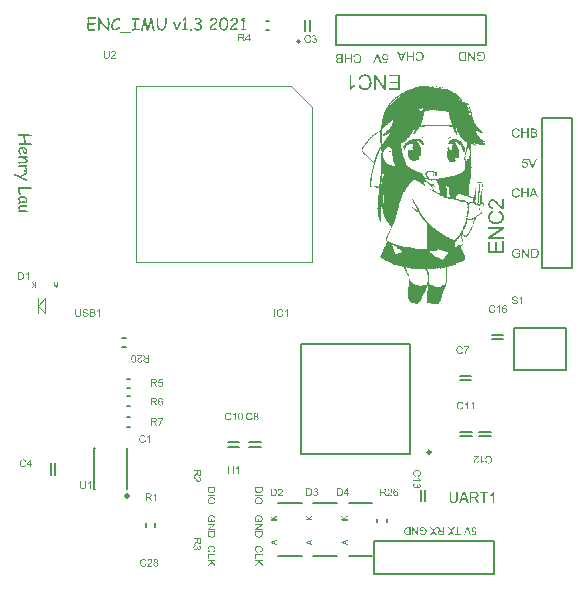
<source format=gto>
G04*
G04 #@! TF.GenerationSoftware,Altium Limited,Altium Designer,20.2.7 (254)*
G04*
G04 Layer_Color=65535*
%FSLAX25Y25*%
%MOIN*%
G70*
G04*
G04 #@! TF.SameCoordinates,FBE84B92-D195-4989-AC34-508FE9173FC9*
G04*
G04*
G04 #@! TF.FilePolarity,Positive*
G04*
G01*
G75*
%ADD10C,0.00984*%
%ADD11C,0.00787*%
%ADD12C,0.00394*%
%ADD13C,0.00500*%
%ADD14C,0.00315*%
%ADD15C,0.01968*%
G36*
X201983Y345097D02*
X202839D01*
Y345002D01*
X202934D01*
Y344907D01*
X203124D01*
Y345002D01*
X203220D01*
Y345097D01*
X203315D01*
Y345002D01*
X203410D01*
Y344907D01*
X203505D01*
Y345002D01*
X203600D01*
Y344907D01*
X203790D01*
Y345002D01*
X203885D01*
Y345097D01*
X204265D01*
Y345002D01*
X204360D01*
Y344907D01*
X204455D01*
Y345002D01*
X204551D01*
Y344907D01*
X204646D01*
Y345002D01*
X204836D01*
Y344907D01*
X205026D01*
Y345002D01*
X205121D01*
Y344907D01*
X205311D01*
Y345002D01*
Y345097D01*
X205406D01*
Y345002D01*
X206262D01*
Y344907D01*
Y344812D01*
X205406D01*
Y344717D01*
X204646D01*
Y344621D01*
Y344526D01*
Y344431D01*
X206262D01*
Y344526D01*
Y344621D01*
Y344717D01*
X206927D01*
Y344621D01*
X207118D01*
Y344717D01*
X207403D01*
Y344621D01*
Y344526D01*
X207118D01*
Y344431D01*
X207023D01*
Y344336D01*
Y344241D01*
Y344146D01*
X207973D01*
Y344241D01*
X208258D01*
Y344336D01*
X208353D01*
Y344241D01*
X208829D01*
Y344146D01*
X209019D01*
Y344051D01*
X209114D01*
Y343956D01*
X209494D01*
Y343861D01*
Y343766D01*
X209875D01*
Y343671D01*
X210065D01*
Y343576D01*
X210160D01*
Y343480D01*
X210255D01*
Y343385D01*
X210445D01*
Y343290D01*
X210730D01*
Y343195D01*
X210825D01*
Y343100D01*
Y343005D01*
X211206D01*
Y342910D01*
X211301D01*
Y342815D01*
X211396D01*
Y342720D01*
X211776D01*
Y342625D01*
Y342530D01*
Y342435D01*
X212157D01*
Y342340D01*
X212252D01*
Y342245D01*
X212347D01*
Y342149D01*
X212442D01*
Y342054D01*
X212632D01*
Y341959D01*
X212727D01*
Y341864D01*
X212822D01*
Y341769D01*
X212917D01*
Y341674D01*
X213012D01*
Y341579D01*
X213107D01*
Y341484D01*
X213202D01*
Y341389D01*
X213297D01*
Y341294D01*
X213392D01*
Y341199D01*
X213488D01*
Y341104D01*
X213583D01*
Y341009D01*
X213678D01*
Y340914D01*
X213773D01*
Y340818D01*
Y340723D01*
Y340628D01*
X213868D01*
Y340533D01*
X213963D01*
Y340438D01*
Y340343D01*
X214153D01*
Y340248D01*
Y340153D01*
X214248D01*
Y340058D01*
Y339963D01*
X214438D01*
Y340058D01*
X214533D01*
Y339963D01*
X214723D01*
Y339868D01*
X214819D01*
Y339773D01*
X214914D01*
Y339678D01*
X215294D01*
Y339582D01*
X215484D01*
Y339487D01*
X215674D01*
Y339392D01*
X215864D01*
Y339297D01*
X215960D01*
Y339202D01*
X216055D01*
Y339107D01*
Y339012D01*
Y338917D01*
X216245D01*
Y338822D01*
X216340D01*
Y338727D01*
Y338632D01*
Y338537D01*
Y338442D01*
Y338347D01*
Y338251D01*
Y338156D01*
X216530D01*
Y338061D01*
Y337966D01*
X216625D01*
Y337871D01*
Y337776D01*
Y337681D01*
Y337586D01*
Y337491D01*
X216720D01*
Y337396D01*
Y337301D01*
Y337206D01*
Y337110D01*
Y337015D01*
X216815D01*
Y336920D01*
X216910D01*
Y336825D01*
X217005D01*
Y336730D01*
Y336635D01*
Y336540D01*
Y336445D01*
X217100D01*
Y336350D01*
Y336255D01*
X217005D01*
Y336160D01*
Y336065D01*
X217100D01*
Y335970D01*
Y335875D01*
Y335779D01*
X217196D01*
Y335684D01*
Y335589D01*
X217291D01*
Y335494D01*
Y335399D01*
Y335304D01*
Y335209D01*
Y335114D01*
Y335019D01*
X217386D01*
Y334924D01*
X217481D01*
Y334829D01*
Y334734D01*
Y334639D01*
X217576D01*
Y334543D01*
Y334448D01*
Y334353D01*
X217671D01*
Y334258D01*
Y334163D01*
Y334068D01*
Y333973D01*
Y333878D01*
Y333783D01*
X217766D01*
Y333688D01*
Y333593D01*
X217861D01*
Y333498D01*
X217956D01*
Y333403D01*
Y333308D01*
Y333212D01*
X218051D01*
Y333117D01*
Y333022D01*
Y332927D01*
Y332832D01*
X218241D01*
Y332737D01*
Y332642D01*
X218336D01*
Y332547D01*
X218431D01*
Y332452D01*
X218527D01*
Y332357D01*
Y332262D01*
X218622D01*
Y332167D01*
X218717D01*
Y332071D01*
Y331977D01*
Y331881D01*
X218907D01*
Y331786D01*
X219002D01*
Y331691D01*
X219097D01*
Y331596D01*
Y331501D01*
X219192D01*
Y331406D01*
Y331311D01*
X219382D01*
Y331216D01*
Y331121D01*
X219477D01*
Y331026D01*
X219572D01*
Y330931D01*
X219762D01*
Y330836D01*
X219858D01*
Y330740D01*
Y330645D01*
X219953D01*
Y330550D01*
X220048D01*
Y330455D01*
X220238D01*
Y330360D01*
X220428D01*
Y330265D01*
Y330170D01*
Y330075D01*
X220713D01*
Y329980D01*
X220808D01*
Y329885D01*
X220903D01*
Y329790D01*
X220999D01*
Y329695D01*
X221189D01*
Y329600D01*
X220903D01*
Y329695D01*
X220808D01*
Y329600D01*
Y329504D01*
X220523D01*
Y329600D01*
X220428D01*
Y329695D01*
X220048D01*
Y329790D01*
X219762D01*
Y329885D01*
X219477D01*
Y329980D01*
X219382D01*
Y330075D01*
X219287D01*
Y330170D01*
X219002D01*
Y330265D01*
X218717D01*
Y330170D01*
Y330075D01*
Y329980D01*
Y329885D01*
Y329790D01*
Y329695D01*
Y329600D01*
Y329504D01*
X218907D01*
Y329410D01*
X219002D01*
Y329314D01*
Y329219D01*
Y329124D01*
Y329029D01*
Y328934D01*
X219097D01*
Y328839D01*
X219192D01*
Y328744D01*
X219287D01*
Y328649D01*
X219382D01*
Y328554D01*
Y328459D01*
X219477D01*
Y328364D01*
X219572D01*
Y328269D01*
Y328173D01*
X219762D01*
Y328078D01*
X219858D01*
Y327983D01*
X219953D01*
Y327888D01*
X220048D01*
Y327793D01*
Y327698D01*
X220238D01*
Y327603D01*
X220333D01*
Y327508D01*
X220428D01*
Y327413D01*
X220523D01*
Y327318D01*
Y327223D01*
X220808D01*
Y327128D01*
X220999D01*
Y327033D01*
X221094D01*
Y326938D01*
X221189D01*
Y326842D01*
X221284D01*
Y326747D01*
X221569D01*
Y326652D01*
X221664D01*
Y326557D01*
X220999D01*
Y326462D01*
Y326367D01*
Y326272D01*
Y326177D01*
X221379D01*
Y326082D01*
X221474D01*
Y325987D01*
Y325892D01*
Y325797D01*
X221664D01*
Y325701D01*
X220618D01*
Y325606D01*
X220333D01*
Y325701D01*
X219953D01*
Y325606D01*
X219762D01*
Y325701D01*
X219477D01*
Y325797D01*
X219382D01*
Y325892D01*
X218812D01*
Y325987D01*
X218336D01*
Y326082D01*
X218241D01*
Y326177D01*
X217766D01*
Y326082D01*
Y325987D01*
Y325892D01*
X218051D01*
Y325797D01*
X218146D01*
Y325701D01*
Y325606D01*
X218241D01*
Y325511D01*
X218527D01*
Y325416D01*
Y325321D01*
X218241D01*
Y325416D01*
X218146D01*
Y325511D01*
X217861D01*
Y325606D01*
X217671D01*
Y325701D01*
X217481D01*
Y325797D01*
X217386D01*
Y325892D01*
X216815D01*
Y325797D01*
Y325701D01*
Y325606D01*
Y325511D01*
Y325416D01*
Y325321D01*
Y325226D01*
Y325131D01*
X217005D01*
Y325036D01*
Y324941D01*
Y324846D01*
Y324751D01*
Y324656D01*
X216815D01*
Y324561D01*
Y324466D01*
Y324371D01*
X217005D01*
Y324275D01*
Y324180D01*
Y324085D01*
Y323990D01*
X216815D01*
Y323895D01*
Y323800D01*
Y323705D01*
X217005D01*
Y323610D01*
Y323515D01*
Y323420D01*
Y323325D01*
Y323230D01*
Y323134D01*
Y323039D01*
Y322944D01*
Y322849D01*
Y322754D01*
Y322659D01*
Y322564D01*
Y322469D01*
Y322374D01*
Y322279D01*
Y322184D01*
Y322089D01*
Y321994D01*
Y321899D01*
X217100D01*
Y321803D01*
X217005D01*
Y321708D01*
Y321613D01*
Y321518D01*
Y321423D01*
Y321328D01*
Y321233D01*
Y321138D01*
Y321043D01*
Y320948D01*
X217100D01*
Y320853D01*
X217005D01*
Y320758D01*
Y320663D01*
Y320567D01*
Y320472D01*
Y320377D01*
Y320282D01*
Y320187D01*
Y320092D01*
Y319997D01*
Y319902D01*
Y319807D01*
Y319712D01*
Y319617D01*
Y319522D01*
X217100D01*
Y319427D01*
X217005D01*
Y319332D01*
Y319236D01*
Y319141D01*
Y319046D01*
Y318951D01*
Y318856D01*
Y318761D01*
Y318666D01*
Y318571D01*
Y318476D01*
Y318381D01*
Y318286D01*
Y318191D01*
Y318095D01*
X217100D01*
Y318001D01*
X217005D01*
Y317905D01*
Y317810D01*
Y317715D01*
Y317620D01*
Y317525D01*
Y317430D01*
Y317335D01*
Y317240D01*
Y317145D01*
Y317050D01*
Y316955D01*
Y316860D01*
Y316764D01*
Y316669D01*
Y316574D01*
Y316479D01*
X216815D01*
Y316384D01*
Y316289D01*
Y316194D01*
Y316099D01*
Y316004D01*
Y315909D01*
Y315814D01*
Y315719D01*
Y315624D01*
Y315528D01*
X216720D01*
Y315433D01*
Y315338D01*
Y315243D01*
Y315148D01*
Y315053D01*
Y314958D01*
Y314863D01*
Y314768D01*
Y314673D01*
Y314578D01*
Y314483D01*
Y314388D01*
Y314293D01*
X216625D01*
Y314197D01*
Y314102D01*
Y314007D01*
Y313912D01*
Y313817D01*
Y313722D01*
Y313627D01*
Y313532D01*
Y313437D01*
Y313342D01*
Y313247D01*
Y313152D01*
Y313057D01*
Y312962D01*
Y312866D01*
Y312771D01*
X216530D01*
Y312676D01*
Y312581D01*
X216340D01*
Y312486D01*
Y312391D01*
Y312296D01*
Y312201D01*
Y312106D01*
Y312011D01*
Y311916D01*
Y311821D01*
Y311725D01*
Y311631D01*
Y311535D01*
Y311440D01*
Y311345D01*
Y311250D01*
Y311155D01*
Y311060D01*
Y310965D01*
Y310870D01*
Y310775D01*
Y310680D01*
Y310585D01*
Y310490D01*
X216245D01*
Y310395D01*
Y310299D01*
Y310204D01*
Y310109D01*
Y310014D01*
Y309919D01*
Y309824D01*
Y309729D01*
Y309634D01*
Y309539D01*
Y309444D01*
X216150D01*
Y309349D01*
Y309254D01*
X216055D01*
Y309158D01*
Y309063D01*
Y308968D01*
X216150D01*
Y308873D01*
Y308778D01*
Y308683D01*
X216245D01*
Y308588D01*
X216625D01*
Y308493D01*
X216815D01*
Y308398D01*
X216910D01*
Y308303D01*
X217100D01*
Y308208D01*
X217671D01*
Y308113D01*
X217956D01*
Y308208D01*
X218051D01*
Y308303D01*
Y308398D01*
Y308493D01*
Y308588D01*
Y308683D01*
Y308778D01*
Y308873D01*
Y308968D01*
X218146D01*
Y309063D01*
Y309158D01*
X218051D01*
Y309254D01*
Y309349D01*
X218146D01*
Y309444D01*
Y309539D01*
Y309634D01*
Y309729D01*
Y309824D01*
Y309919D01*
Y310014D01*
Y310109D01*
Y310204D01*
Y310299D01*
Y310395D01*
Y310490D01*
X218336D01*
Y310585D01*
X218241D01*
Y310680D01*
X218431D01*
Y310775D01*
Y310870D01*
Y310965D01*
X218241D01*
Y311060D01*
X218431D01*
Y311155D01*
Y311250D01*
Y311345D01*
Y311440D01*
Y311535D01*
Y311631D01*
Y311725D01*
Y311821D01*
Y311916D01*
Y312011D01*
Y312106D01*
Y312201D01*
Y312296D01*
X218527D01*
Y312391D01*
Y312486D01*
Y312581D01*
Y312676D01*
Y312771D01*
Y312866D01*
X218622D01*
Y312771D01*
Y312676D01*
Y312581D01*
X218717D01*
Y312486D01*
Y312391D01*
Y312296D01*
Y312201D01*
Y312106D01*
Y312011D01*
Y311916D01*
Y311821D01*
Y311725D01*
Y311631D01*
Y311535D01*
Y311440D01*
Y311345D01*
X218622D01*
Y311250D01*
Y311155D01*
Y311060D01*
X218717D01*
Y310965D01*
Y310870D01*
X218622D01*
Y310775D01*
Y310680D01*
Y310585D01*
Y310490D01*
Y310395D01*
Y310299D01*
Y310204D01*
Y310109D01*
Y310014D01*
Y309919D01*
Y309824D01*
Y309729D01*
X218527D01*
Y309634D01*
Y309539D01*
Y309444D01*
Y309349D01*
X218431D01*
Y309254D01*
Y309158D01*
Y309063D01*
Y308968D01*
Y308873D01*
Y308778D01*
Y308683D01*
Y308588D01*
Y308493D01*
Y308398D01*
Y308303D01*
Y308208D01*
Y308113D01*
Y308018D01*
Y307923D01*
Y307827D01*
Y307732D01*
Y307637D01*
Y307542D01*
Y307447D01*
Y307352D01*
Y307257D01*
Y307162D01*
X218241D01*
Y307067D01*
Y306972D01*
Y306877D01*
Y306782D01*
Y306687D01*
X218431D01*
Y306592D01*
Y306496D01*
Y306401D01*
Y306306D01*
Y306211D01*
Y306116D01*
Y306021D01*
Y305926D01*
X218812D01*
Y305831D01*
X219002D01*
Y305926D01*
Y306021D01*
Y306116D01*
X219097D01*
Y306211D01*
Y306306D01*
Y306401D01*
Y306496D01*
Y306592D01*
X219002D01*
Y306687D01*
X219097D01*
Y306782D01*
Y306877D01*
Y306972D01*
Y307067D01*
Y307162D01*
Y307257D01*
Y307352D01*
Y307447D01*
Y307542D01*
Y307637D01*
Y307732D01*
Y307827D01*
Y307923D01*
Y308018D01*
Y308113D01*
X219287D01*
Y308208D01*
Y308303D01*
Y308398D01*
Y308493D01*
Y308588D01*
X219192D01*
Y308683D01*
X219382D01*
Y308778D01*
Y308873D01*
Y308968D01*
Y309063D01*
Y309158D01*
Y309254D01*
Y309349D01*
Y309444D01*
Y309539D01*
Y309634D01*
Y309729D01*
X219477D01*
Y309824D01*
Y309919D01*
Y310014D01*
X219382D01*
Y310109D01*
Y310204D01*
X219477D01*
Y310299D01*
Y310395D01*
Y310490D01*
Y310585D01*
Y310680D01*
Y310775D01*
Y310870D01*
Y310965D01*
Y311060D01*
Y311155D01*
Y311250D01*
Y311345D01*
Y311440D01*
Y311535D01*
Y311631D01*
Y311725D01*
Y311821D01*
Y311916D01*
Y312011D01*
Y312106D01*
Y312201D01*
Y312296D01*
X219572D01*
Y312391D01*
Y312486D01*
Y312581D01*
X219667D01*
Y312676D01*
X219762D01*
Y312771D01*
Y312866D01*
X219572D01*
Y312962D01*
X219382D01*
Y313057D01*
Y313152D01*
X219572D01*
Y313057D01*
X219667D01*
Y313152D01*
X219762D01*
Y313057D01*
X219858D01*
Y313152D01*
X219953D01*
Y313247D01*
X220143D01*
Y313152D01*
X220238D01*
Y313057D01*
X220333D01*
Y313152D01*
X220523D01*
Y313057D01*
Y312962D01*
Y312866D01*
X220048D01*
Y312771D01*
Y312676D01*
X219953D01*
Y312581D01*
Y312486D01*
Y312391D01*
X220048D01*
Y312296D01*
Y312201D01*
Y312106D01*
Y312011D01*
Y311916D01*
X219953D01*
Y311821D01*
Y311725D01*
Y311631D01*
Y311535D01*
Y311440D01*
X220048D01*
Y311345D01*
Y311250D01*
Y311155D01*
Y311060D01*
Y310965D01*
X219953D01*
Y310870D01*
Y310775D01*
Y310680D01*
Y310585D01*
Y310490D01*
Y310395D01*
Y310299D01*
Y310204D01*
Y310109D01*
Y310014D01*
Y309919D01*
X219858D01*
Y309824D01*
Y309729D01*
Y309634D01*
Y309539D01*
Y309444D01*
X219667D01*
Y309349D01*
Y309254D01*
Y309158D01*
Y309063D01*
Y308968D01*
Y308873D01*
Y308778D01*
Y308683D01*
Y308588D01*
Y308493D01*
Y308398D01*
Y308303D01*
Y308208D01*
Y308113D01*
Y308018D01*
Y307923D01*
X219572D01*
Y307827D01*
Y307732D01*
Y307637D01*
Y307542D01*
Y307447D01*
X219667D01*
Y307352D01*
Y307257D01*
X219572D01*
Y307162D01*
Y307067D01*
Y306972D01*
Y306877D01*
X219477D01*
Y306782D01*
Y306687D01*
Y306592D01*
Y306496D01*
Y306401D01*
Y306306D01*
Y306211D01*
Y306116D01*
X219382D01*
Y306021D01*
Y305926D01*
Y305831D01*
X219477D01*
Y305736D01*
Y305641D01*
X219667D01*
Y305736D01*
X219858D01*
Y305831D01*
Y305926D01*
X219953D01*
Y306021D01*
Y306116D01*
Y306211D01*
Y306306D01*
Y306401D01*
Y306496D01*
Y306592D01*
Y306687D01*
Y306782D01*
X220048D01*
Y306877D01*
Y306972D01*
Y307067D01*
Y307162D01*
Y307257D01*
Y307352D01*
Y307447D01*
Y307542D01*
Y307637D01*
Y307732D01*
Y307827D01*
Y307923D01*
Y308018D01*
Y308113D01*
Y308208D01*
Y308303D01*
Y308398D01*
Y308493D01*
Y308588D01*
Y308683D01*
Y308778D01*
Y308873D01*
Y308968D01*
X220238D01*
Y309063D01*
Y309158D01*
Y309254D01*
Y309349D01*
Y309444D01*
Y309539D01*
X220143D01*
Y309634D01*
X220333D01*
Y309729D01*
Y309824D01*
Y309919D01*
Y310014D01*
Y310109D01*
X220428D01*
Y310204D01*
Y310299D01*
Y310395D01*
Y310490D01*
Y310585D01*
Y310680D01*
Y310775D01*
Y310870D01*
Y310965D01*
Y311060D01*
Y311155D01*
Y311250D01*
Y311345D01*
Y311440D01*
Y311535D01*
Y311631D01*
Y311725D01*
Y311821D01*
Y311916D01*
Y312011D01*
Y312106D01*
X220523D01*
Y312201D01*
Y312296D01*
Y312391D01*
Y312486D01*
X220428D01*
Y312581D01*
Y312676D01*
X220523D01*
Y312771D01*
X220618D01*
Y312676D01*
X220713D01*
Y312581D01*
X220808D01*
Y312486D01*
X220903D01*
Y312391D01*
Y312296D01*
Y312201D01*
Y312106D01*
Y312011D01*
Y311916D01*
Y311821D01*
Y311725D01*
Y311631D01*
X220808D01*
Y311535D01*
X220713D01*
Y311440D01*
Y311345D01*
Y311250D01*
X220808D01*
Y311155D01*
X220713D01*
Y311060D01*
Y310965D01*
Y310870D01*
Y310775D01*
X220808D01*
Y310680D01*
X220618D01*
Y310585D01*
Y310490D01*
Y310395D01*
Y310299D01*
Y310204D01*
Y310109D01*
Y310014D01*
Y309919D01*
Y309824D01*
Y309729D01*
Y309634D01*
Y309539D01*
Y309444D01*
Y309349D01*
Y309254D01*
X220523D01*
Y309158D01*
Y309063D01*
Y308968D01*
Y308873D01*
Y308778D01*
Y308683D01*
Y308588D01*
Y308493D01*
Y308398D01*
Y308303D01*
X220428D01*
Y308208D01*
Y308113D01*
Y308018D01*
Y307923D01*
Y307827D01*
Y307732D01*
Y307637D01*
Y307542D01*
Y307447D01*
Y307352D01*
Y307257D01*
X220523D01*
Y307162D01*
X220618D01*
Y307067D01*
Y306972D01*
Y306877D01*
Y306782D01*
Y306687D01*
X220808D01*
Y306592D01*
X220903D01*
Y306496D01*
Y306401D01*
Y306306D01*
X220999D01*
Y306211D01*
X221189D01*
Y306116D01*
X221284D01*
Y306021D01*
Y305926D01*
X221189D01*
Y305831D01*
X221284D01*
Y305736D01*
X221379D01*
Y305641D01*
X221284D01*
Y305546D01*
Y305451D01*
X221189D01*
Y305356D01*
X221094D01*
Y305260D01*
Y305165D01*
Y305070D01*
X220999D01*
Y304975D01*
Y304880D01*
Y304785D01*
Y304690D01*
X220903D01*
Y304595D01*
X220808D01*
Y304690D01*
Y304785D01*
Y304880D01*
Y304975D01*
Y305070D01*
Y305165D01*
Y305260D01*
Y305356D01*
X220903D01*
Y305451D01*
Y305546D01*
Y305641D01*
Y305736D01*
Y305831D01*
Y305926D01*
Y306021D01*
X220713D01*
Y306116D01*
X220428D01*
Y306021D01*
X220333D01*
Y305926D01*
Y305831D01*
Y305736D01*
X220238D01*
Y305641D01*
X219953D01*
Y305546D01*
Y305451D01*
Y305356D01*
Y305260D01*
Y305165D01*
X220048D01*
Y305070D01*
Y304975D01*
Y304880D01*
Y304785D01*
X219953D01*
Y304690D01*
Y304595D01*
X220048D01*
Y304500D01*
Y304405D01*
X219953D01*
Y304310D01*
Y304215D01*
X219858D01*
Y304120D01*
Y304025D01*
X219762D01*
Y303929D01*
X219667D01*
Y303834D01*
Y303739D01*
Y303644D01*
X219572D01*
Y303549D01*
Y303454D01*
Y303359D01*
X219477D01*
Y303454D01*
Y303549D01*
Y303644D01*
Y303739D01*
X219382D01*
Y303834D01*
X219477D01*
Y303929D01*
Y304025D01*
Y304120D01*
Y304215D01*
Y304310D01*
X219572D01*
Y304405D01*
X219762D01*
Y304500D01*
Y304595D01*
Y304690D01*
Y304785D01*
Y304880D01*
Y304975D01*
Y305070D01*
X219572D01*
Y305165D01*
X219477D01*
Y305260D01*
X219382D01*
Y305356D01*
X219287D01*
Y305451D01*
X219002D01*
Y305546D01*
X218717D01*
Y305641D01*
X218146D01*
Y305736D01*
Y305831D01*
Y305926D01*
X218051D01*
Y306021D01*
X217861D01*
Y306116D01*
X217766D01*
Y306211D01*
X217671D01*
Y306306D01*
X217576D01*
Y306401D01*
X217386D01*
Y306306D01*
X217291D01*
Y306211D01*
X217005D01*
Y306116D01*
X216625D01*
Y306021D01*
X216245D01*
Y305926D01*
X216150D01*
Y305831D01*
Y305736D01*
Y305641D01*
Y305546D01*
Y305451D01*
Y305356D01*
Y305260D01*
Y305165D01*
Y305070D01*
Y304975D01*
Y304880D01*
Y304785D01*
Y304690D01*
Y304595D01*
Y304500D01*
X216055D01*
Y304405D01*
Y304310D01*
Y304215D01*
X216150D01*
Y304120D01*
Y304025D01*
X216055D01*
Y303929D01*
Y303834D01*
Y303739D01*
Y303644D01*
Y303549D01*
Y303454D01*
Y303359D01*
Y303264D01*
Y303169D01*
Y303074D01*
Y302979D01*
Y302884D01*
Y302788D01*
Y302693D01*
Y302598D01*
X215960D01*
Y302503D01*
X215864D01*
Y302408D01*
Y302313D01*
Y302218D01*
Y302123D01*
X215769D01*
Y302028D01*
Y301933D01*
Y301838D01*
Y301743D01*
Y301648D01*
X215674D01*
Y301553D01*
Y301458D01*
Y301362D01*
Y301267D01*
Y301172D01*
Y301077D01*
X215769D01*
Y300982D01*
Y300887D01*
X216055D01*
Y300982D01*
X216150D01*
Y300887D01*
X216720D01*
Y300982D01*
X217100D01*
Y301077D01*
X217196D01*
Y301172D01*
X217481D01*
Y301267D01*
X217576D01*
Y301362D01*
X217956D01*
Y301458D01*
X218051D01*
Y301553D01*
X218336D01*
Y301648D01*
X218431D01*
Y301743D01*
X218527D01*
Y301838D01*
X218622D01*
Y301933D01*
X218717D01*
Y302028D01*
X218812D01*
Y302123D01*
X218907D01*
Y302218D01*
X219002D01*
Y302313D01*
X219097D01*
Y302408D01*
X219192D01*
Y302503D01*
X219287D01*
Y302408D01*
X219382D01*
Y302313D01*
X219572D01*
Y302408D01*
X219667D01*
Y302503D01*
X219762D01*
Y302598D01*
X220048D01*
Y302693D01*
Y302788D01*
Y302884D01*
X220143D01*
Y302979D01*
X220333D01*
Y303074D01*
Y303169D01*
Y303264D01*
Y303359D01*
X220428D01*
Y303454D01*
Y303549D01*
Y303644D01*
Y303739D01*
Y303834D01*
Y303929D01*
X220523D01*
Y304025D01*
X220618D01*
Y303929D01*
Y303834D01*
Y303739D01*
Y303644D01*
Y303549D01*
Y303454D01*
Y303359D01*
Y303264D01*
Y303169D01*
Y303074D01*
Y302979D01*
X220523D01*
Y302884D01*
X220428D01*
Y302788D01*
Y302693D01*
X220333D01*
Y302598D01*
Y302503D01*
Y302408D01*
X220048D01*
Y302313D01*
X219953D01*
Y302218D01*
X219858D01*
Y302123D01*
X219572D01*
Y302028D01*
X219477D01*
Y301933D01*
X219097D01*
Y301838D01*
X219002D01*
Y301743D01*
X218907D01*
Y301648D01*
X218812D01*
Y301553D01*
X218717D01*
Y301458D01*
X218622D01*
Y301362D01*
Y301267D01*
Y301172D01*
X218527D01*
Y301077D01*
Y300982D01*
Y300887D01*
X218431D01*
Y300792D01*
Y300697D01*
Y300602D01*
Y300507D01*
X218241D01*
Y300412D01*
Y300317D01*
X218146D01*
Y300221D01*
X218051D01*
Y300126D01*
Y300031D01*
Y299936D01*
Y299841D01*
Y299746D01*
X217956D01*
Y299651D01*
Y299556D01*
Y299461D01*
Y299366D01*
X217861D01*
Y299271D01*
X217671D01*
Y299176D01*
Y299081D01*
Y298986D01*
Y298890D01*
Y298795D01*
Y298700D01*
Y298605D01*
X217576D01*
Y298510D01*
Y298415D01*
X217481D01*
Y298320D01*
Y298225D01*
Y298130D01*
X217291D01*
Y298035D01*
Y297940D01*
Y297845D01*
Y297749D01*
X217196D01*
Y297655D01*
X217100D01*
Y297559D01*
Y297464D01*
Y297369D01*
X217005D01*
Y297274D01*
Y297179D01*
Y297084D01*
X216910D01*
Y296989D01*
X216720D01*
Y296894D01*
Y296799D01*
Y296704D01*
X216625D01*
Y296609D01*
Y296514D01*
X216530D01*
Y296418D01*
X216435D01*
Y296323D01*
X216340D01*
Y296228D01*
Y296133D01*
X216245D01*
Y296038D01*
Y295943D01*
Y295848D01*
X216150D01*
Y295753D01*
X216055D01*
Y295658D01*
Y295563D01*
X215960D01*
Y295468D01*
X215864D01*
Y295373D01*
X215769D01*
Y295278D01*
X215674D01*
Y295182D01*
Y295087D01*
X215579D01*
Y294992D01*
X215484D01*
Y294897D01*
X215389D01*
Y294802D01*
X215294D01*
Y294707D01*
X214723D01*
Y294802D01*
X214438D01*
Y294897D01*
X214533D01*
Y294992D01*
Y295087D01*
X214343D01*
Y295182D01*
X214153D01*
Y295278D01*
Y295373D01*
Y295468D01*
X213773D01*
Y295373D01*
Y295278D01*
Y295182D01*
Y295087D01*
Y294992D01*
Y294897D01*
X213868D01*
Y294802D01*
X213963D01*
Y294707D01*
Y294612D01*
Y294517D01*
Y294422D01*
Y294327D01*
X214153D01*
Y294232D01*
Y294137D01*
Y294042D01*
Y293947D01*
X214248D01*
Y293851D01*
Y293756D01*
Y293661D01*
Y293566D01*
X214343D01*
Y293471D01*
Y293376D01*
Y293281D01*
Y293186D01*
Y293091D01*
Y292996D01*
Y292901D01*
Y292806D01*
Y292711D01*
X214248D01*
Y292616D01*
Y292520D01*
Y292425D01*
Y292330D01*
Y292235D01*
X214153D01*
Y292140D01*
X213963D01*
Y292045D01*
X213868D01*
Y291950D01*
X213773D01*
Y291855D01*
X213583D01*
Y291760D01*
X213392D01*
Y291665D01*
X213297D01*
Y291570D01*
Y291475D01*
Y291379D01*
X213392D01*
Y291284D01*
X213488D01*
Y291189D01*
X213583D01*
Y291094D01*
X213678D01*
Y290999D01*
Y290904D01*
X213773D01*
Y290809D01*
Y290714D01*
Y290619D01*
X213868D01*
Y290524D01*
Y290429D01*
X213963D01*
Y290334D01*
Y290239D01*
Y290144D01*
Y290049D01*
X214153D01*
Y289953D01*
X214248D01*
Y289858D01*
Y289763D01*
Y289668D01*
X214343D01*
Y289573D01*
Y289478D01*
X214438D01*
Y289383D01*
Y289288D01*
Y289193D01*
X214629D01*
Y289098D01*
Y289003D01*
X214723D01*
Y288908D01*
Y288812D01*
Y288717D01*
Y288622D01*
X214819D01*
Y288527D01*
Y288432D01*
Y288337D01*
X214914D01*
Y288242D01*
Y288147D01*
Y288052D01*
Y287957D01*
X215104D01*
Y287862D01*
Y287767D01*
X214914D01*
Y287672D01*
Y287577D01*
X215009D01*
Y287481D01*
X214819D01*
Y287386D01*
Y287291D01*
X214723D01*
Y287196D01*
X214629D01*
Y287101D01*
X214533D01*
Y287006D01*
X214343D01*
Y286911D01*
X214153D01*
Y286816D01*
Y286721D01*
X213868D01*
Y286626D01*
X213678D01*
Y286531D01*
X213392D01*
Y286436D01*
X213012D01*
Y286340D01*
X212917D01*
Y286245D01*
X212632D01*
Y286150D01*
X212157D01*
Y286055D01*
X211966D01*
Y285960D01*
Y285865D01*
X211871D01*
Y285770D01*
X211776D01*
Y285675D01*
X211396D01*
Y285580D01*
X211301D01*
Y285485D01*
X211016D01*
Y285390D01*
X210921D01*
Y285295D01*
X210445D01*
Y285200D01*
X210255D01*
Y285105D01*
X209399D01*
Y285010D01*
X209304D01*
Y285105D01*
X209114D01*
Y285010D01*
X209019D01*
Y284914D01*
Y284819D01*
Y284724D01*
X208734D01*
Y284629D01*
Y284534D01*
Y284439D01*
Y284344D01*
X208924D01*
Y284249D01*
Y284154D01*
Y284059D01*
Y283964D01*
X209019D01*
Y283869D01*
Y283773D01*
Y283679D01*
Y283583D01*
Y283488D01*
Y283393D01*
Y283298D01*
Y283203D01*
Y283108D01*
Y283013D01*
Y282918D01*
Y282823D01*
Y282728D01*
Y282633D01*
Y282538D01*
Y282442D01*
Y282347D01*
Y282252D01*
Y282157D01*
Y282062D01*
Y281967D01*
Y281872D01*
Y281777D01*
Y281682D01*
Y281587D01*
Y281492D01*
Y281397D01*
Y281302D01*
Y281206D01*
Y281112D01*
Y281016D01*
Y280921D01*
Y280826D01*
Y280731D01*
Y280636D01*
Y280541D01*
Y280446D01*
Y280351D01*
Y280256D01*
X208924D01*
Y280161D01*
Y280066D01*
Y279971D01*
Y279875D01*
X208734D01*
Y279780D01*
Y279685D01*
Y279590D01*
Y279495D01*
Y279400D01*
X208639D01*
Y279305D01*
Y279210D01*
Y279115D01*
Y279020D01*
Y278925D01*
Y278830D01*
Y278735D01*
X208544D01*
Y278640D01*
X208449D01*
Y278544D01*
Y278449D01*
Y278354D01*
X208353D01*
Y278259D01*
X208258D01*
Y278164D01*
Y278069D01*
Y277974D01*
X208163D01*
Y277879D01*
X208068D01*
Y277784D01*
Y277689D01*
Y277594D01*
X207973D01*
Y277499D01*
Y277403D01*
Y277308D01*
Y277213D01*
X207783D01*
Y277118D01*
Y277023D01*
Y276928D01*
X207688D01*
Y276833D01*
Y276738D01*
Y276643D01*
Y276548D01*
Y276453D01*
X207593D01*
Y276358D01*
Y276263D01*
Y276168D01*
Y276073D01*
X207498D01*
Y275977D01*
X207308D01*
Y275882D01*
Y275787D01*
Y275692D01*
X207498D01*
Y275597D01*
X207308D01*
Y275502D01*
Y275407D01*
Y275312D01*
Y275217D01*
X207213D01*
Y275122D01*
Y275027D01*
X207118D01*
Y274932D01*
Y274836D01*
Y274741D01*
Y274646D01*
Y274551D01*
X207023D01*
Y274456D01*
Y274361D01*
Y274266D01*
Y274171D01*
X206832D01*
Y274076D01*
Y273981D01*
Y273886D01*
Y273791D01*
X206737D01*
Y273696D01*
Y273601D01*
Y273505D01*
Y273410D01*
X206642D01*
Y273315D01*
Y273220D01*
X206357D01*
Y273125D01*
Y273030D01*
Y272935D01*
Y272840D01*
X206262D01*
Y272745D01*
X206072D01*
Y272650D01*
X205977D01*
Y272555D01*
Y272460D01*
X203885D01*
Y272555D01*
Y272650D01*
X203790D01*
Y272555D01*
X203600D01*
Y272650D01*
X203410D01*
Y272745D01*
X203029D01*
Y272840D01*
X202554D01*
Y272935D01*
X202459D01*
Y273030D01*
X202364D01*
Y273125D01*
X202269D01*
Y273220D01*
Y273315D01*
Y273410D01*
Y273505D01*
Y273601D01*
Y273696D01*
Y273791D01*
Y273886D01*
Y273981D01*
Y274076D01*
X202174D01*
Y274171D01*
Y274266D01*
X202269D01*
Y274361D01*
Y274456D01*
Y274551D01*
X202174D01*
Y274646D01*
Y274741D01*
Y274836D01*
Y274932D01*
Y275027D01*
X202269D01*
Y275122D01*
Y275217D01*
Y275312D01*
Y275407D01*
Y275502D01*
Y275597D01*
Y275692D01*
Y275787D01*
Y275882D01*
Y275977D01*
Y276073D01*
Y276168D01*
Y276263D01*
Y276358D01*
Y276453D01*
X202364D01*
Y276548D01*
Y276643D01*
Y276738D01*
Y276833D01*
Y276928D01*
X202459D01*
Y277023D01*
Y277118D01*
Y277213D01*
X202364D01*
Y277308D01*
X202459D01*
Y277403D01*
Y277499D01*
Y277594D01*
Y277689D01*
Y277784D01*
Y277879D01*
Y277974D01*
Y278069D01*
Y278164D01*
Y278259D01*
Y278354D01*
Y278449D01*
X202269D01*
Y278354D01*
X202174D01*
Y278259D01*
X202079D01*
Y278164D01*
Y278069D01*
Y277974D01*
Y277879D01*
X201983D01*
Y277784D01*
Y277689D01*
Y277594D01*
X201888D01*
Y277499D01*
X201793D01*
Y277403D01*
Y277308D01*
Y277213D01*
Y277118D01*
Y277023D01*
X201603D01*
Y276928D01*
Y276833D01*
Y276738D01*
X201508D01*
Y276643D01*
Y276548D01*
X201413D01*
Y276453D01*
Y276358D01*
Y276263D01*
X201318D01*
Y276168D01*
X201128D01*
Y276073D01*
Y275977D01*
X201033D01*
Y275882D01*
Y275787D01*
Y275692D01*
X200938D01*
Y275597D01*
Y275502D01*
X200843D01*
Y275407D01*
Y275312D01*
Y275217D01*
X200653D01*
Y275122D01*
Y275027D01*
Y274932D01*
Y274836D01*
X200557D01*
Y274741D01*
X200462D01*
Y274646D01*
Y274551D01*
Y274456D01*
Y274361D01*
X200367D01*
Y274266D01*
Y274171D01*
X200177D01*
Y274076D01*
Y273981D01*
Y273886D01*
X200082D01*
Y273791D01*
Y273696D01*
Y273601D01*
Y273505D01*
X199987D01*
Y273410D01*
X199892D01*
Y273315D01*
Y273220D01*
X199702D01*
Y273125D01*
Y273030D01*
Y272935D01*
X199797D01*
Y272840D01*
X199512D01*
Y272745D01*
X199321D01*
Y272650D01*
X199226D01*
Y272555D01*
X199036D01*
Y272650D01*
X198941D01*
Y272555D01*
Y272460D01*
X198561D01*
Y272555D01*
X198466D01*
Y272650D01*
X198371D01*
Y272555D01*
X198276D01*
Y272650D01*
X198085D01*
Y272745D01*
X197705D01*
Y272840D01*
X197230D01*
Y272935D01*
X197135D01*
Y273030D01*
X197040D01*
Y273125D01*
X196850D01*
Y273220D01*
X196659D01*
Y273315D01*
X196564D01*
Y273410D01*
Y273505D01*
Y273601D01*
X196374D01*
Y273696D01*
X196279D01*
Y273791D01*
X196184D01*
Y273886D01*
Y273981D01*
Y274076D01*
Y274171D01*
X196089D01*
Y274266D01*
X195994D01*
Y274361D01*
Y274456D01*
Y274551D01*
Y274646D01*
Y274741D01*
Y274836D01*
Y274932D01*
Y275027D01*
Y275122D01*
Y275217D01*
Y275312D01*
Y275407D01*
Y275502D01*
Y275597D01*
Y275692D01*
Y275787D01*
Y275882D01*
Y275977D01*
Y276073D01*
Y276168D01*
Y276263D01*
Y276358D01*
Y276453D01*
Y276548D01*
Y276643D01*
Y276738D01*
X195804D01*
Y276833D01*
X195994D01*
Y276928D01*
Y277023D01*
Y277118D01*
Y277213D01*
Y277308D01*
Y277403D01*
Y277499D01*
Y277594D01*
Y277689D01*
Y277784D01*
Y277879D01*
Y277974D01*
Y278069D01*
X196089D01*
Y278164D01*
Y278259D01*
Y278354D01*
Y278449D01*
Y278544D01*
Y278640D01*
Y278735D01*
X196184D01*
Y278830D01*
Y278925D01*
Y279020D01*
Y279115D01*
Y279210D01*
Y279305D01*
Y279400D01*
Y279495D01*
Y279590D01*
X196279D01*
Y279685D01*
Y279780D01*
Y279875D01*
Y279971D01*
X196184D01*
Y280066D01*
X196279D01*
Y280161D01*
Y280256D01*
Y280351D01*
Y280446D01*
X196184D01*
Y280541D01*
Y280636D01*
Y280731D01*
Y280826D01*
Y280921D01*
Y281016D01*
Y281112D01*
Y281206D01*
Y281302D01*
Y281397D01*
Y281492D01*
X196089D01*
Y281587D01*
Y281682D01*
Y281777D01*
X195899D01*
Y281872D01*
X195804D01*
Y281967D01*
Y282062D01*
Y282157D01*
Y282252D01*
X195709D01*
Y282347D01*
X195614D01*
Y282442D01*
Y282538D01*
Y282633D01*
Y282728D01*
X195518D01*
Y282823D01*
Y282918D01*
X195328D01*
Y283013D01*
Y283108D01*
X195233D01*
Y283203D01*
Y283298D01*
Y283393D01*
X195138D01*
Y283488D01*
Y283583D01*
Y283679D01*
X194948D01*
Y283773D01*
X194853D01*
Y283869D01*
Y283964D01*
Y284059D01*
Y284154D01*
X194758D01*
Y284249D01*
Y284344D01*
X194663D01*
Y284439D01*
Y284534D01*
Y284629D01*
X194473D01*
Y284724D01*
X194378D01*
Y284819D01*
Y284914D01*
Y285010D01*
X193902D01*
Y285105D01*
X193332D01*
Y285200D01*
X192856D01*
Y285295D01*
X192476D01*
Y285390D01*
Y285485D01*
X191906D01*
Y285580D01*
X191715D01*
Y285485D01*
X191620D01*
Y285580D01*
X191430D01*
Y285675D01*
X191050D01*
Y285770D01*
X190765D01*
Y285865D01*
X190670D01*
Y285960D01*
X190575D01*
Y286055D01*
X190384D01*
Y286150D01*
X190099D01*
Y286245D01*
X190004D01*
Y286340D01*
X189909D01*
Y286436D01*
X189529D01*
Y286531D01*
X189243D01*
Y286626D01*
X189053D01*
Y286721D01*
X188673D01*
Y286816D01*
Y286911D01*
X188483D01*
Y287006D01*
X188198D01*
Y287101D01*
X188103D01*
Y287196D01*
X188007D01*
Y287291D01*
X187912D01*
Y287386D01*
X187627D01*
Y287481D01*
X187532D01*
Y287577D01*
X187247D01*
Y287672D01*
X187152D01*
Y287767D01*
X187057D01*
Y287862D01*
Y287957D01*
X186867D01*
Y288052D01*
X186677D01*
Y288147D01*
X186581D01*
Y288242D01*
X186677D01*
Y288337D01*
Y288432D01*
Y288527D01*
Y288622D01*
X186772D01*
Y288717D01*
X186962D01*
Y288812D01*
Y288908D01*
Y289003D01*
Y289098D01*
Y289193D01*
X187057D01*
Y289288D01*
X187152D01*
Y289383D01*
Y289478D01*
Y289573D01*
Y289668D01*
X187247D01*
Y289763D01*
Y289858D01*
Y289953D01*
X187437D01*
Y290049D01*
Y290144D01*
X187532D01*
Y290239D01*
Y290334D01*
Y290429D01*
X187627D01*
Y290524D01*
Y290619D01*
Y290714D01*
Y290809D01*
X187722D01*
Y290904D01*
X187912D01*
Y290999D01*
Y291094D01*
Y291189D01*
X188007D01*
Y291284D01*
Y291379D01*
Y291475D01*
X188103D01*
Y291570D01*
X188198D01*
Y291665D01*
Y291760D01*
Y291855D01*
Y291950D01*
X188388D01*
Y292045D01*
Y292140D01*
Y292235D01*
X188483D01*
Y292330D01*
X188578D01*
Y292425D01*
Y292520D01*
Y292616D01*
Y292711D01*
X188673D01*
Y292806D01*
X188863D01*
Y292901D01*
Y292996D01*
X188958D01*
Y293091D01*
Y293186D01*
Y293281D01*
Y293376D01*
X188863D01*
Y293471D01*
X188768D01*
Y293566D01*
X188673D01*
Y293661D01*
X188578D01*
Y293756D01*
Y293851D01*
Y293947D01*
Y294042D01*
Y294137D01*
Y294232D01*
Y294327D01*
X188673D01*
Y294422D01*
Y294517D01*
Y294612D01*
Y294707D01*
X188863D01*
Y294802D01*
Y294897D01*
Y294992D01*
X188958D01*
Y295087D01*
Y295182D01*
Y295278D01*
Y295373D01*
X189148D01*
Y295468D01*
Y295563D01*
Y295658D01*
Y295753D01*
X189339D01*
Y295848D01*
Y295943D01*
Y296038D01*
Y296133D01*
X189434D01*
Y296228D01*
X189529D01*
Y296323D01*
Y296418D01*
X189624D01*
Y296514D01*
Y296609D01*
Y296704D01*
Y296799D01*
Y296894D01*
X189909D01*
Y296799D01*
Y296704D01*
X189719D01*
Y296609D01*
Y296514D01*
Y296418D01*
Y296323D01*
X189814D01*
Y296228D01*
X189624D01*
Y296133D01*
X189529D01*
Y296038D01*
Y295943D01*
Y295848D01*
Y295753D01*
Y295658D01*
X189434D01*
Y295563D01*
Y295468D01*
X189339D01*
Y295373D01*
X189243D01*
Y295278D01*
X189339D01*
Y295182D01*
X189148D01*
Y295087D01*
Y294992D01*
Y294897D01*
Y294802D01*
Y294707D01*
X189053D01*
Y294612D01*
Y294517D01*
X188958D01*
Y294422D01*
Y294327D01*
Y294232D01*
Y294137D01*
X188768D01*
Y294042D01*
Y293947D01*
Y293851D01*
Y293756D01*
X188958D01*
Y293661D01*
X189053D01*
Y293566D01*
X189339D01*
Y293471D01*
X189434D01*
Y293376D01*
X189624D01*
Y293281D01*
X190099D01*
Y293186D01*
X190194D01*
Y293091D01*
X190289D01*
Y292996D01*
X190670D01*
Y292901D01*
X190860D01*
Y292806D01*
X190955D01*
Y292711D01*
X191050D01*
Y292616D01*
X191145D01*
Y292711D01*
X191335D01*
Y292616D01*
X191430D01*
Y292520D01*
X191715D01*
Y292425D01*
X192001D01*
Y292330D01*
X192666D01*
Y292235D01*
Y292140D01*
X192761D01*
Y292045D01*
X192951D01*
Y291950D01*
X193237D01*
Y292045D01*
X193332D01*
Y291950D01*
X193902D01*
Y291855D01*
X194187D01*
Y291760D01*
X194282D01*
Y291665D01*
X194663D01*
Y291570D01*
X194853D01*
Y291665D01*
X195043D01*
Y291570D01*
X195709D01*
Y291475D01*
X195994D01*
Y291379D01*
X197040D01*
Y291284D01*
X197325D01*
Y291189D01*
X197515D01*
Y291284D01*
X197705D01*
Y291189D01*
X197895D01*
Y291094D01*
X198371D01*
Y290999D01*
X200557D01*
Y290904D01*
X200843D01*
Y290999D01*
X200938D01*
Y290904D01*
X201318D01*
Y290809D01*
X201508D01*
Y290904D01*
X201698D01*
Y290809D01*
Y290714D01*
X202079D01*
Y290809D01*
X202174D01*
Y290904D01*
Y290999D01*
Y291094D01*
Y291189D01*
Y291284D01*
Y291379D01*
Y291475D01*
Y291570D01*
Y291665D01*
Y291760D01*
Y291855D01*
Y291950D01*
Y292045D01*
Y292140D01*
Y292235D01*
Y292330D01*
Y292425D01*
Y292520D01*
Y292616D01*
Y292711D01*
Y292806D01*
Y292901D01*
Y292996D01*
Y293091D01*
Y293186D01*
Y293281D01*
Y293376D01*
Y293471D01*
Y293566D01*
Y293661D01*
Y293756D01*
Y293851D01*
Y293947D01*
Y294042D01*
Y294137D01*
Y294232D01*
Y294327D01*
Y294422D01*
Y294517D01*
Y294612D01*
Y294707D01*
Y294802D01*
Y294897D01*
Y294992D01*
Y295087D01*
Y295182D01*
Y295278D01*
Y295373D01*
Y295468D01*
Y295563D01*
Y295658D01*
Y295753D01*
Y295848D01*
Y295943D01*
Y296038D01*
Y296133D01*
Y296228D01*
Y296323D01*
Y296418D01*
Y296514D01*
Y296609D01*
Y296704D01*
Y296799D01*
Y296894D01*
Y296989D01*
Y297084D01*
Y297179D01*
Y297274D01*
Y297369D01*
Y297464D01*
Y297559D01*
Y297655D01*
Y297749D01*
Y297845D01*
Y297940D01*
Y298035D01*
Y298130D01*
Y298225D01*
Y298320D01*
Y298415D01*
Y298510D01*
Y298605D01*
Y298700D01*
Y298795D01*
X202269D01*
Y298890D01*
Y298986D01*
Y299081D01*
X202174D01*
Y299176D01*
Y299271D01*
Y299366D01*
Y299461D01*
X201983D01*
Y299556D01*
X201888D01*
Y299651D01*
X201793D01*
Y299746D01*
Y299841D01*
Y299936D01*
X201508D01*
Y300031D01*
X201413D01*
Y300126D01*
Y300221D01*
Y300317D01*
X201318D01*
Y300412D01*
X201033D01*
Y300507D01*
Y300602D01*
Y300697D01*
X200938D01*
Y300792D01*
X200843D01*
Y300887D01*
Y300982D01*
X200653D01*
Y301077D01*
Y301172D01*
X200557D01*
Y301267D01*
X200462D01*
Y301362D01*
Y301458D01*
X200367D01*
Y301553D01*
X200272D01*
Y301648D01*
Y301743D01*
Y301838D01*
X200082D01*
Y301933D01*
X199987D01*
Y302028D01*
X199892D01*
Y302123D01*
Y302218D01*
Y302313D01*
X199797D01*
Y302408D01*
Y302503D01*
X199702D01*
Y302598D01*
X199607D01*
Y302693D01*
X199512D01*
Y302788D01*
X199416D01*
Y302884D01*
Y302979D01*
Y303074D01*
X199226D01*
Y303169D01*
X199131D01*
Y303264D01*
X198941D01*
Y303359D01*
X198656D01*
Y303454D01*
X198561D01*
Y303549D01*
Y303644D01*
X198276D01*
Y303739D01*
X198180D01*
Y303834D01*
X198085D01*
Y303929D01*
X197990D01*
Y304025D01*
X197895D01*
Y304120D01*
Y304215D01*
X197610D01*
Y304310D01*
X197515D01*
Y304405D01*
Y304500D01*
Y304595D01*
X197325D01*
Y304690D01*
X197230D01*
Y304785D01*
X197135D01*
Y304880D01*
Y304975D01*
Y305070D01*
X196944D01*
Y305165D01*
X197135D01*
Y305070D01*
X197230D01*
Y304975D01*
X197325D01*
Y304880D01*
X197420D01*
Y304785D01*
X197515D01*
Y304690D01*
X197800D01*
Y304595D01*
Y304500D01*
Y304405D01*
X197990D01*
Y304310D01*
X198371D01*
Y304215D01*
X198466D01*
Y304120D01*
X198561D01*
Y304025D01*
Y303929D01*
X198846D01*
Y304025D01*
Y304120D01*
Y304215D01*
Y304310D01*
Y304405D01*
X198751D01*
Y304500D01*
X198656D01*
Y304595D01*
X198561D01*
Y304690D01*
Y304785D01*
X198466D01*
Y304880D01*
Y304975D01*
Y305070D01*
Y305165D01*
Y305260D01*
X198276D01*
Y305356D01*
Y305451D01*
X198180D01*
Y305546D01*
Y305641D01*
X198085D01*
Y305736D01*
Y305831D01*
Y305926D01*
X197895D01*
Y306021D01*
Y306116D01*
Y306211D01*
X197705D01*
Y306306D01*
Y306401D01*
Y306496D01*
Y306592D01*
X197610D01*
Y306687D01*
X197515D01*
Y306782D01*
Y306877D01*
Y306972D01*
Y307067D01*
Y307162D01*
X197325D01*
Y307257D01*
Y307352D01*
X197230D01*
Y307447D01*
Y307542D01*
Y307637D01*
Y307732D01*
Y307827D01*
X197420D01*
Y307732D01*
X197325D01*
Y307637D01*
X197515D01*
Y307542D01*
Y307447D01*
Y307352D01*
Y307257D01*
X197610D01*
Y307162D01*
X197705D01*
Y307067D01*
X197800D01*
Y306972D01*
Y306877D01*
Y306782D01*
Y306687D01*
X197990D01*
Y306592D01*
X198085D01*
Y306496D01*
Y306401D01*
Y306306D01*
Y306211D01*
X198180D01*
Y306116D01*
X198371D01*
Y306021D01*
Y305926D01*
X198466D01*
Y305831D01*
Y305736D01*
X198561D01*
Y305641D01*
X198656D01*
Y305546D01*
X198751D01*
Y305451D01*
Y305356D01*
Y305260D01*
Y305165D01*
X198941D01*
Y305070D01*
Y304975D01*
Y304880D01*
X199131D01*
Y304785D01*
Y304690D01*
Y304595D01*
Y304500D01*
X199321D01*
Y304405D01*
X199416D01*
Y304310D01*
Y304215D01*
X199512D01*
Y304120D01*
Y304025D01*
Y303929D01*
X199607D01*
Y303834D01*
Y303739D01*
X199702D01*
Y303644D01*
Y303549D01*
Y303454D01*
X199892D01*
Y303359D01*
Y303264D01*
Y303169D01*
Y303074D01*
Y302979D01*
X200082D01*
Y302884D01*
Y302788D01*
X200177D01*
Y302693D01*
Y302598D01*
Y302503D01*
X200367D01*
Y302408D01*
X200462D01*
Y302313D01*
X200557D01*
Y302218D01*
Y302123D01*
Y302028D01*
Y301933D01*
X200843D01*
Y301838D01*
Y301743D01*
Y301648D01*
X200938D01*
Y301553D01*
X201033D01*
Y301458D01*
X201128D01*
Y301362D01*
Y301267D01*
X201223D01*
Y301172D01*
X201318D01*
Y301077D01*
X201413D01*
Y300982D01*
X201508D01*
Y300887D01*
Y300792D01*
Y300697D01*
X201698D01*
Y300602D01*
X201793D01*
Y300507D01*
X201888D01*
Y300412D01*
X201983D01*
Y300317D01*
X202079D01*
Y300221D01*
Y300126D01*
Y300031D01*
X202269D01*
Y299936D01*
X202459D01*
Y299841D01*
Y299746D01*
Y299651D01*
X202744D01*
Y299556D01*
Y299461D01*
X202839D01*
Y299366D01*
X202934D01*
Y299271D01*
X203029D01*
Y299176D01*
Y299081D01*
X203315D01*
Y298986D01*
X203410D01*
Y298890D01*
X203505D01*
Y298795D01*
X203600D01*
Y298700D01*
X203695D01*
Y298605D01*
X203790D01*
Y298510D01*
X203885D01*
Y298415D01*
X203980D01*
Y298320D01*
X204170D01*
Y298225D01*
Y298130D01*
X204265D01*
Y298035D01*
X204551D01*
Y297940D01*
Y297845D01*
X204646D01*
Y297749D01*
X204741D01*
Y297655D01*
X205026D01*
Y297559D01*
X205121D01*
Y297464D01*
X205216D01*
Y297369D01*
Y297274D01*
X205406D01*
Y297179D01*
Y297084D01*
X205691D01*
Y296989D01*
X205786D01*
Y296894D01*
X205882D01*
Y296799D01*
X205977D01*
Y296704D01*
X206167D01*
Y296609D01*
X206262D01*
Y296514D01*
X206357D01*
Y296418D01*
X206452D01*
Y296323D01*
X206642D01*
Y296228D01*
X206737D01*
Y296133D01*
X207023D01*
Y296038D01*
X207118D01*
Y295943D01*
X207213D01*
Y295848D01*
X207403D01*
Y295753D01*
X207593D01*
Y295658D01*
X207783D01*
Y295563D01*
X207878D01*
Y295468D01*
X207973D01*
Y295373D01*
X208353D01*
Y295278D01*
X208449D01*
Y295182D01*
X208544D01*
Y295087D01*
X208639D01*
Y294992D01*
X209019D01*
Y294897D01*
X209114D01*
Y294802D01*
X209304D01*
Y294707D01*
X209685D01*
Y294612D01*
X209780D01*
Y294517D01*
X209875D01*
Y294422D01*
X209970D01*
Y294327D01*
X210350D01*
Y294232D01*
X210445D01*
Y294137D01*
Y294042D01*
Y293947D01*
X210635D01*
Y294042D01*
X210730D01*
Y293947D01*
X210825D01*
Y293851D01*
X210921D01*
Y293756D01*
X211396D01*
Y293851D01*
X211491D01*
Y293947D01*
X211586D01*
Y294042D01*
X211681D01*
Y294137D01*
X211776D01*
Y294232D01*
Y294327D01*
X211966D01*
Y294422D01*
X212157D01*
Y294517D01*
Y294612D01*
X212062D01*
Y294707D01*
X212347D01*
Y294802D01*
Y294897D01*
X212442D01*
Y294992D01*
X212632D01*
Y295087D01*
X212727D01*
Y295182D01*
Y295278D01*
Y295373D01*
X212822D01*
Y295468D01*
Y295563D01*
X212917D01*
Y295658D01*
X213107D01*
Y295753D01*
Y295848D01*
Y295943D01*
Y296038D01*
X213202D01*
Y296133D01*
X213297D01*
Y296228D01*
Y296323D01*
X213392D01*
Y296418D01*
Y296514D01*
Y296609D01*
X213488D01*
Y296704D01*
X213678D01*
Y296799D01*
Y296894D01*
X213773D01*
Y296989D01*
Y297084D01*
Y297179D01*
X213868D01*
Y297274D01*
X214058D01*
Y297369D01*
Y297464D01*
Y297559D01*
X213963D01*
Y297655D01*
X214153D01*
Y297749D01*
Y297845D01*
Y297940D01*
X214248D01*
Y298035D01*
X214343D01*
Y298130D01*
Y298225D01*
Y298320D01*
Y298415D01*
Y298510D01*
X214533D01*
Y298605D01*
X214438D01*
Y298700D01*
X214629D01*
Y298795D01*
Y298890D01*
Y298986D01*
X214723D01*
Y299081D01*
Y299176D01*
Y299271D01*
X214819D01*
Y299366D01*
Y299461D01*
Y299556D01*
Y299651D01*
X215009D01*
Y299746D01*
Y299841D01*
X214914D01*
Y299936D01*
X215104D01*
Y300031D01*
Y300126D01*
Y300221D01*
Y300317D01*
Y300412D01*
Y300507D01*
Y300602D01*
Y300697D01*
X215199D01*
Y300792D01*
Y300887D01*
Y300982D01*
X215294D01*
Y301077D01*
Y301172D01*
Y301267D01*
Y301362D01*
X215484D01*
Y301458D01*
Y301553D01*
X215294D01*
Y301648D01*
Y301743D01*
X215484D01*
Y301838D01*
Y301933D01*
Y302028D01*
Y302123D01*
Y302218D01*
Y302313D01*
Y302408D01*
Y302503D01*
X215389D01*
Y302598D01*
X215579D01*
Y302693D01*
Y302788D01*
Y302884D01*
Y302979D01*
X215674D01*
Y303074D01*
Y303169D01*
Y303264D01*
Y303359D01*
Y303454D01*
Y303549D01*
X215769D01*
Y303644D01*
Y303739D01*
Y303834D01*
Y303929D01*
Y304025D01*
Y304120D01*
Y304215D01*
Y304310D01*
Y304405D01*
Y304500D01*
Y304595D01*
Y304690D01*
X215674D01*
Y304785D01*
X215769D01*
Y304880D01*
Y304975D01*
Y305070D01*
Y305165D01*
X215674D01*
Y305260D01*
X215769D01*
Y305356D01*
Y305451D01*
Y305546D01*
Y305641D01*
X215674D01*
Y305736D01*
Y305831D01*
Y305926D01*
Y306021D01*
X215484D01*
Y306116D01*
X215389D01*
Y306211D01*
X215294D01*
Y306306D01*
X215199D01*
Y306401D01*
X214914D01*
Y306496D01*
X214819D01*
Y306592D01*
X214248D01*
Y306687D01*
X214058D01*
Y306592D01*
X213868D01*
Y306687D01*
X213583D01*
Y306592D01*
X213488D01*
Y306687D01*
X213297D01*
Y306782D01*
X213202D01*
Y306877D01*
X213107D01*
Y306972D01*
X212537D01*
Y307067D01*
X212062D01*
Y307162D01*
X211871D01*
Y307257D01*
X211776D01*
Y307352D01*
X211111D01*
Y307447D01*
X210730D01*
Y307542D01*
X210350D01*
Y307637D01*
X209209D01*
Y307732D01*
Y307827D01*
X208639D01*
Y307923D01*
X208449D01*
Y308018D01*
X207973D01*
Y308113D01*
X207783D01*
Y308208D01*
Y308303D01*
X207403D01*
Y308398D01*
X207213D01*
Y308493D01*
X207023D01*
Y308588D01*
X206737D01*
Y308683D01*
X206642D01*
Y308778D01*
X206452D01*
Y308873D01*
X206357D01*
Y308968D01*
X206167D01*
Y309063D01*
X206072D01*
Y309158D01*
X205977D01*
Y309254D01*
X205786D01*
Y309349D01*
X205596D01*
Y309444D01*
X205406D01*
Y309539D01*
X205121D01*
Y309634D01*
X205026D01*
Y309729D01*
X204836D01*
Y309824D01*
X204741D01*
Y309919D01*
X204455D01*
Y310014D01*
X204170D01*
Y310109D01*
Y310204D01*
Y310299D01*
X203885D01*
Y310395D01*
X203695D01*
Y310490D01*
X203505D01*
Y310585D01*
Y310680D01*
X203315D01*
Y310775D01*
X203220D01*
Y310870D01*
X203600D01*
Y310775D01*
Y310680D01*
X203695D01*
Y310585D01*
X203790D01*
Y310490D01*
X203980D01*
Y310585D01*
X204170D01*
Y310680D01*
Y310775D01*
Y310870D01*
Y310965D01*
X204075D01*
Y311060D01*
Y311155D01*
Y311250D01*
X203885D01*
Y311345D01*
X203790D01*
Y311440D01*
Y311535D01*
Y311631D01*
X203600D01*
Y311725D01*
Y311821D01*
X203410D01*
Y311916D01*
X203220D01*
Y312011D01*
Y312106D01*
Y312201D01*
X203029D01*
Y312296D01*
X202934D01*
Y312391D01*
X202839D01*
Y312486D01*
X202744D01*
Y312581D01*
X202649D01*
Y312676D01*
X202554D01*
Y312771D01*
X202459D01*
Y312866D01*
X202364D01*
Y312962D01*
X202269D01*
Y313057D01*
X202079D01*
Y313152D01*
X201983D01*
Y313247D01*
X201888D01*
Y313342D01*
X201508D01*
Y313247D01*
X201413D01*
Y313152D01*
Y313057D01*
X201318D01*
Y312962D01*
Y312866D01*
Y312771D01*
Y312676D01*
Y312581D01*
X201413D01*
Y312486D01*
Y312391D01*
Y312296D01*
Y312201D01*
Y312106D01*
X201508D01*
Y312011D01*
Y311916D01*
X201698D01*
Y311821D01*
Y311725D01*
X201508D01*
Y311821D01*
Y311916D01*
X201318D01*
Y312011D01*
X201223D01*
Y312106D01*
X201128D01*
Y312201D01*
X201033D01*
Y312296D01*
X200843D01*
Y312391D01*
X200653D01*
Y312486D01*
Y312581D01*
X200557D01*
Y312676D01*
X200367D01*
Y312771D01*
Y312866D01*
X200082D01*
Y312962D01*
X199987D01*
Y313057D01*
X199797D01*
Y313152D01*
X199702D01*
Y313247D01*
X199512D01*
Y313342D01*
X199226D01*
Y313437D01*
Y313532D01*
X199036D01*
Y313627D01*
X198466D01*
Y313722D01*
X198085D01*
Y313817D01*
X197895D01*
Y313722D01*
X197610D01*
Y313627D01*
X197325D01*
Y313532D01*
Y313437D01*
Y313342D01*
X197230D01*
Y313247D01*
X197040D01*
Y313152D01*
X196850D01*
Y313057D01*
Y312962D01*
Y312866D01*
X196754D01*
Y312771D01*
X196659D01*
Y312676D01*
X196564D01*
Y312581D01*
X196469D01*
Y312486D01*
Y312391D01*
X196279D01*
Y312296D01*
X196184D01*
Y312201D01*
X196089D01*
Y312106D01*
Y312011D01*
Y311916D01*
X195994D01*
Y311821D01*
X195804D01*
Y311725D01*
Y311631D01*
X195614D01*
Y311535D01*
Y311440D01*
Y311345D01*
X195423D01*
Y311250D01*
Y311155D01*
Y311060D01*
X195328D01*
Y310965D01*
X195233D01*
Y310870D01*
X195138D01*
Y310775D01*
Y310680D01*
X195043D01*
Y310585D01*
Y310490D01*
X194853D01*
Y310395D01*
Y310299D01*
X194758D01*
Y310204D01*
Y310109D01*
Y310014D01*
X194663D01*
Y309919D01*
X194473D01*
Y309824D01*
Y309729D01*
X194378D01*
Y309634D01*
Y309539D01*
Y309444D01*
X194282D01*
Y309349D01*
X194187D01*
Y309254D01*
Y309158D01*
Y309063D01*
Y308968D01*
X193997D01*
Y308873D01*
Y308778D01*
Y308683D01*
X194092D01*
Y308588D01*
X193902D01*
Y308493D01*
Y308398D01*
X193807D01*
Y308303D01*
Y308208D01*
Y308113D01*
Y308018D01*
Y307923D01*
Y307827D01*
Y307732D01*
X193712D01*
Y307637D01*
X193522D01*
Y307542D01*
X193617D01*
Y307447D01*
X193427D01*
Y307352D01*
Y307257D01*
Y307162D01*
Y307067D01*
Y306972D01*
Y306877D01*
Y306782D01*
X193332D01*
Y306687D01*
X193237D01*
Y306592D01*
Y306496D01*
Y306401D01*
Y306306D01*
Y306211D01*
X193046D01*
Y306116D01*
Y306021D01*
Y305926D01*
X192951D01*
Y305831D01*
Y305736D01*
Y305641D01*
Y305546D01*
X192856D01*
Y305451D01*
Y305356D01*
Y305260D01*
Y305165D01*
Y305070D01*
Y304975D01*
X192761D01*
Y304880D01*
Y304785D01*
Y304690D01*
Y304595D01*
X192571D01*
Y304500D01*
Y304405D01*
Y304310D01*
X192666D01*
Y304215D01*
X192476D01*
Y304120D01*
Y304025D01*
Y303929D01*
Y303834D01*
Y303739D01*
Y303644D01*
Y303549D01*
X192381D01*
Y303454D01*
Y303359D01*
Y303264D01*
X192286D01*
Y303169D01*
Y303074D01*
X192191D01*
Y302979D01*
X192096D01*
Y302884D01*
Y302788D01*
Y302693D01*
Y302598D01*
Y302503D01*
Y302408D01*
X192191D01*
Y302313D01*
X192001D01*
Y302218D01*
Y302123D01*
X191906D01*
Y302028D01*
Y301933D01*
Y301838D01*
Y301743D01*
Y301648D01*
X191811D01*
Y301553D01*
Y301458D01*
Y301362D01*
Y301267D01*
Y301172D01*
Y301077D01*
Y300982D01*
X191715D01*
Y300887D01*
X191525D01*
Y300792D01*
Y300697D01*
Y300602D01*
Y300507D01*
X191430D01*
Y300412D01*
Y300317D01*
X191525D01*
Y300221D01*
Y300126D01*
X191430D01*
Y300031D01*
Y299936D01*
X191335D01*
Y299841D01*
Y299746D01*
X191240D01*
Y299651D01*
X191145D01*
Y299556D01*
Y299461D01*
X191240D01*
Y299366D01*
X191050D01*
Y299271D01*
Y299176D01*
Y299081D01*
X190955D01*
Y298986D01*
X190860D01*
Y298890D01*
Y298795D01*
X190765D01*
Y298700D01*
Y298605D01*
X190575D01*
Y298510D01*
Y298415D01*
Y298320D01*
Y298225D01*
Y298130D01*
X190480D01*
Y298035D01*
X190384D01*
Y297940D01*
Y297845D01*
X190289D01*
Y297940D01*
Y298035D01*
Y298130D01*
Y298225D01*
Y298320D01*
Y298415D01*
X190099D01*
Y298510D01*
X190004D01*
Y298605D01*
X189909D01*
Y298700D01*
X189814D01*
Y298795D01*
Y298890D01*
Y298986D01*
X189624D01*
Y299081D01*
X189529D01*
Y299176D01*
Y299271D01*
Y299366D01*
X189434D01*
Y299461D01*
X189243D01*
Y299556D01*
X189148D01*
Y299651D01*
Y299746D01*
Y299841D01*
X189053D01*
Y299936D01*
X188958D01*
Y300031D01*
Y300126D01*
Y300221D01*
X188768D01*
Y300317D01*
X188673D01*
Y300412D01*
X188578D01*
Y300507D01*
Y300602D01*
Y300697D01*
X188483D01*
Y300792D01*
Y300887D01*
X188293D01*
Y300982D01*
X188198D01*
Y301077D01*
Y301172D01*
Y301267D01*
Y301362D01*
Y301458D01*
X188103D01*
Y301553D01*
X188007D01*
Y301648D01*
Y301743D01*
Y301838D01*
Y301933D01*
X187912D01*
Y302028D01*
Y302123D01*
Y302218D01*
Y302313D01*
Y302408D01*
X187722D01*
Y302503D01*
Y302598D01*
Y302693D01*
X187627D01*
Y302788D01*
Y302884D01*
Y302979D01*
Y303074D01*
Y303169D01*
Y303264D01*
Y303359D01*
Y303454D01*
Y303549D01*
X187532D01*
Y303644D01*
Y303739D01*
Y303834D01*
Y303929D01*
Y304025D01*
Y304120D01*
X187437D01*
Y304215D01*
Y304310D01*
X187247D01*
Y304405D01*
Y304500D01*
Y304595D01*
X187152D01*
Y304690D01*
Y304785D01*
X186867D01*
Y304690D01*
Y304595D01*
Y304500D01*
Y304405D01*
Y304310D01*
Y304215D01*
Y304120D01*
X186962D01*
Y304025D01*
X186772D01*
Y303929D01*
Y303834D01*
Y303739D01*
Y303644D01*
Y303549D01*
Y303454D01*
Y303359D01*
Y303264D01*
Y303169D01*
Y303074D01*
Y302979D01*
Y302884D01*
Y302788D01*
Y302693D01*
Y302598D01*
Y302503D01*
Y302408D01*
Y302313D01*
Y302218D01*
Y302123D01*
Y302028D01*
Y301933D01*
Y301838D01*
Y301743D01*
Y301648D01*
Y301553D01*
Y301458D01*
Y301362D01*
Y301267D01*
Y301172D01*
Y301077D01*
Y300982D01*
Y300887D01*
Y300792D01*
Y300697D01*
Y300602D01*
Y300507D01*
Y300412D01*
Y300317D01*
Y300221D01*
Y300126D01*
X186867D01*
Y300031D01*
X186677D01*
Y300126D01*
Y300221D01*
X186581D01*
Y300317D01*
Y300412D01*
Y300507D01*
X186486D01*
Y300602D01*
X186391D01*
Y300697D01*
X186296D01*
Y300792D01*
Y300887D01*
X186201D01*
Y300982D01*
Y301077D01*
Y301172D01*
Y301267D01*
X186106D01*
Y301362D01*
Y301458D01*
X186011D01*
Y301553D01*
Y301648D01*
Y301743D01*
Y301838D01*
Y301933D01*
Y302028D01*
Y302123D01*
Y302218D01*
Y302313D01*
Y302408D01*
X185821D01*
Y302503D01*
Y302598D01*
Y302693D01*
Y302788D01*
Y302884D01*
Y302979D01*
Y303074D01*
X185726D01*
Y303169D01*
Y303264D01*
Y303359D01*
Y303454D01*
Y303549D01*
Y303644D01*
Y303739D01*
Y303834D01*
Y303929D01*
Y304025D01*
Y304120D01*
Y304215D01*
X185631D01*
Y304310D01*
Y304405D01*
Y304500D01*
X185726D01*
Y304595D01*
Y304690D01*
Y304785D01*
Y304880D01*
Y304975D01*
Y305070D01*
Y305165D01*
Y305260D01*
Y305356D01*
Y305451D01*
Y305546D01*
Y305641D01*
Y305736D01*
Y305831D01*
Y305926D01*
Y306021D01*
Y306116D01*
Y306211D01*
X185821D01*
Y306306D01*
Y306401D01*
Y306496D01*
Y306592D01*
Y306687D01*
Y306782D01*
Y306877D01*
Y306972D01*
Y307067D01*
X186011D01*
Y307162D01*
Y307257D01*
X185821D01*
Y307352D01*
Y307447D01*
X186011D01*
Y307542D01*
Y307637D01*
Y307732D01*
Y307827D01*
Y307923D01*
Y308018D01*
Y308113D01*
Y308208D01*
Y308303D01*
Y308398D01*
Y308493D01*
Y308588D01*
Y308683D01*
Y308778D01*
X186106D01*
Y308873D01*
Y308968D01*
Y309063D01*
Y309158D01*
Y309254D01*
Y309349D01*
Y309444D01*
X186201D01*
Y309539D01*
Y309634D01*
Y309729D01*
Y309824D01*
Y309919D01*
Y310014D01*
Y310109D01*
Y310204D01*
Y310299D01*
Y310395D01*
Y310490D01*
X186296D01*
Y310585D01*
Y310680D01*
Y310775D01*
Y310870D01*
Y310965D01*
Y311060D01*
Y311155D01*
X186201D01*
Y311250D01*
Y311345D01*
X185345D01*
Y311440D01*
X185060D01*
Y311535D01*
X184965D01*
Y311631D01*
X184395D01*
Y311725D01*
X184204D01*
Y311631D01*
X184109D01*
Y311725D01*
X183824D01*
Y311631D01*
X183444D01*
Y311535D01*
Y311440D01*
X183254D01*
Y311535D01*
Y311631D01*
Y311725D01*
Y311821D01*
Y311916D01*
Y312011D01*
Y312106D01*
Y312201D01*
Y312296D01*
Y312391D01*
Y312486D01*
Y312581D01*
Y312676D01*
Y312771D01*
Y312866D01*
Y312962D01*
Y313057D01*
Y313152D01*
Y313247D01*
Y313342D01*
Y313437D01*
Y313532D01*
Y313627D01*
Y313722D01*
Y313817D01*
X183349D01*
Y313912D01*
Y314007D01*
Y314102D01*
Y314197D01*
Y314293D01*
Y314388D01*
Y314483D01*
Y314578D01*
Y314673D01*
X183444D01*
Y314768D01*
Y314863D01*
Y314958D01*
Y315053D01*
Y315148D01*
X183634D01*
Y315243D01*
Y315338D01*
Y315433D01*
Y315528D01*
Y315624D01*
Y315719D01*
Y315814D01*
Y315909D01*
Y316004D01*
Y316099D01*
X183729D01*
Y316194D01*
Y316289D01*
Y316384D01*
Y316479D01*
Y316574D01*
X183824D01*
Y316669D01*
Y316764D01*
Y316860D01*
X183919D01*
Y316955D01*
Y317050D01*
Y317145D01*
Y317240D01*
Y317335D01*
Y317430D01*
Y317525D01*
Y317620D01*
X184109D01*
Y317715D01*
Y317810D01*
Y317905D01*
Y318001D01*
X184204D01*
Y318095D01*
Y318191D01*
Y318286D01*
X184300D01*
Y318381D01*
Y318476D01*
Y318571D01*
Y318666D01*
Y318761D01*
Y318856D01*
Y318951D01*
X184395D01*
Y319046D01*
Y319141D01*
Y319236D01*
X184585D01*
Y319332D01*
Y319427D01*
Y319522D01*
X184300D01*
Y319617D01*
X184204D01*
Y319712D01*
Y319807D01*
X184014D01*
Y319902D01*
X183824D01*
Y319997D01*
X183729D01*
Y320092D01*
X183634D01*
Y320187D01*
X183539D01*
Y320282D01*
X183444D01*
Y320377D01*
X183349D01*
Y320472D01*
X183254D01*
Y320567D01*
X183159D01*
Y320663D01*
X183064D01*
Y320758D01*
X182969D01*
Y320853D01*
X182873D01*
Y320948D01*
X182778D01*
Y321043D01*
X182683D01*
Y321138D01*
Y321233D01*
Y321328D01*
X182398D01*
Y321423D01*
X182303D01*
Y321518D01*
X182208D01*
Y321613D01*
X182113D01*
Y321708D01*
X182018D01*
Y321803D01*
X181923D01*
Y321899D01*
X181828D01*
Y321994D01*
X181733D01*
Y322089D01*
X181542D01*
Y322184D01*
Y322279D01*
X181352D01*
Y322374D01*
Y322469D01*
Y322564D01*
X181067D01*
Y322659D01*
X180972D01*
Y322754D01*
Y322849D01*
X180877D01*
Y322944D01*
X180782D01*
Y323039D01*
X180687D01*
Y323134D01*
X180592D01*
Y323230D01*
X180497D01*
Y323325D01*
X180402D01*
Y323420D01*
Y323515D01*
Y323610D01*
Y323705D01*
X180211D01*
Y323800D01*
X180402D01*
Y323895D01*
Y323990D01*
Y324085D01*
Y324180D01*
X180497D01*
Y324275D01*
Y324371D01*
X180592D01*
Y324466D01*
X180687D01*
Y324561D01*
Y324656D01*
X180592D01*
Y324751D01*
X180687D01*
Y324846D01*
X180972D01*
Y324941D01*
Y325036D01*
Y325131D01*
Y325226D01*
X181067D01*
Y325321D01*
X181257D01*
Y325416D01*
Y325511D01*
Y325606D01*
X181352D01*
Y325701D01*
X181447D01*
Y325797D01*
X181542D01*
Y325892D01*
Y325987D01*
Y326082D01*
X181638D01*
Y326177D01*
X181828D01*
Y326272D01*
X181923D01*
Y326367D01*
Y326462D01*
Y326557D01*
X182018D01*
Y326652D01*
X182113D01*
Y326747D01*
X182303D01*
Y326842D01*
X182398D01*
Y326938D01*
Y327033D01*
Y327128D01*
X182683D01*
Y327223D01*
Y327318D01*
Y327413D01*
X182778D01*
Y327508D01*
X182873D01*
Y327603D01*
X182969D01*
Y327698D01*
X183064D01*
Y327793D01*
X183159D01*
Y327888D01*
X183254D01*
Y327983D01*
X183349D01*
Y328078D01*
X183444D01*
Y328173D01*
X183539D01*
Y328269D01*
X183634D01*
Y328364D01*
X183729D01*
Y328459D01*
X183824D01*
Y328554D01*
X183919D01*
Y328649D01*
X184014D01*
Y328744D01*
X184109D01*
Y328839D01*
X184204D01*
Y328934D01*
X184300D01*
Y329029D01*
X184395D01*
Y329124D01*
X184680D01*
Y329219D01*
Y329314D01*
X184775D01*
Y329410D01*
X184870D01*
Y329504D01*
X185155D01*
Y329600D01*
X185250D01*
Y329695D01*
X185441D01*
Y329790D01*
X185536D01*
Y329885D01*
X185916D01*
Y329980D01*
X186296D01*
Y330075D01*
X186677D01*
Y330170D01*
Y330265D01*
Y330360D01*
Y330455D01*
X186772D01*
Y330550D01*
Y330645D01*
Y330740D01*
Y330836D01*
Y330931D01*
Y331026D01*
Y331121D01*
X186962D01*
Y331216D01*
Y331311D01*
Y331406D01*
Y331501D01*
Y331596D01*
Y331691D01*
Y331786D01*
Y331881D01*
Y331977D01*
Y332071D01*
Y332167D01*
Y332262D01*
X187057D01*
Y332357D01*
Y332452D01*
X186962D01*
Y332547D01*
Y332642D01*
X187057D01*
Y332737D01*
Y332832D01*
Y332927D01*
Y333022D01*
Y333117D01*
X187152D01*
Y333212D01*
X187247D01*
Y333308D01*
Y333403D01*
X187152D01*
Y333498D01*
Y333593D01*
X187247D01*
Y333688D01*
Y333783D01*
Y333878D01*
Y333973D01*
Y334068D01*
Y334163D01*
Y334258D01*
X187437D01*
Y334353D01*
Y334448D01*
X187532D01*
Y334543D01*
Y334639D01*
Y334734D01*
Y334829D01*
Y334924D01*
X187627D01*
Y335019D01*
Y335114D01*
Y335209D01*
Y335304D01*
Y335399D01*
X187722D01*
Y335494D01*
Y335589D01*
Y335684D01*
X187912D01*
Y335779D01*
Y335875D01*
Y335970D01*
Y336065D01*
Y336160D01*
X188007D01*
Y336255D01*
Y336350D01*
Y336445D01*
Y336540D01*
Y336635D01*
X188103D01*
Y336730D01*
X188198D01*
Y336825D01*
Y336920D01*
Y337015D01*
Y337110D01*
X188293D01*
Y337206D01*
X188483D01*
Y337301D01*
Y337396D01*
Y337491D01*
X188578D01*
Y337586D01*
X188673D01*
Y337681D01*
Y337776D01*
X188768D01*
Y337871D01*
X188863D01*
Y337966D01*
Y338061D01*
X188958D01*
Y338156D01*
Y338251D01*
Y338347D01*
X189053D01*
Y338442D01*
X189148D01*
Y338537D01*
X189339D01*
Y338632D01*
Y338727D01*
X189434D01*
Y338822D01*
Y338917D01*
Y339012D01*
X189529D01*
Y339107D01*
X189624D01*
Y339202D01*
Y339297D01*
Y339392D01*
X189719D01*
Y339487D01*
X189909D01*
Y339582D01*
X190004D01*
Y339678D01*
X190099D01*
Y339773D01*
Y339868D01*
Y339963D01*
X190194D01*
Y340058D01*
X190384D01*
Y340153D01*
Y340248D01*
X190480D01*
Y340343D01*
X190575D01*
Y340438D01*
X190860D01*
Y340533D01*
Y340628D01*
Y340723D01*
X190955D01*
Y340818D01*
X191145D01*
Y340914D01*
X191335D01*
Y341009D01*
X191430D01*
Y341104D01*
X191525D01*
Y341199D01*
Y341294D01*
X191620D01*
Y341389D01*
X191906D01*
Y341484D01*
X192096D01*
Y341579D01*
X192191D01*
Y341674D01*
X192286D01*
Y341769D01*
X192381D01*
Y341864D01*
X192571D01*
Y341959D01*
X192761D01*
Y342054D01*
X192951D01*
Y342149D01*
Y342245D01*
X193046D01*
Y342340D01*
X193332D01*
Y342435D01*
X193522D01*
Y342530D01*
X193617D01*
Y342625D01*
X193712D01*
Y342720D01*
X193997D01*
Y342815D01*
X194187D01*
Y342910D01*
X194282D01*
Y343005D01*
X194473D01*
Y343100D01*
X194568D01*
Y343195D01*
X194853D01*
Y343290D01*
Y343385D01*
X195233D01*
Y343480D01*
X195423D01*
Y343576D01*
Y343671D01*
X195709D01*
Y343766D01*
X195899D01*
Y343861D01*
X196279D01*
Y343956D01*
X196469D01*
Y344051D01*
X196564D01*
Y344146D01*
X196850D01*
Y344241D01*
X197230D01*
Y344336D01*
X197610D01*
Y344431D01*
X197990D01*
Y344526D01*
X198085D01*
Y344621D01*
X198276D01*
Y344717D01*
X198751D01*
Y344812D01*
X198846D01*
Y344717D01*
X199036D01*
Y344812D01*
X199131D01*
Y344907D01*
X199512D01*
Y345002D01*
X199607D01*
Y345097D01*
X201128D01*
Y345192D01*
X201318D01*
Y345097D01*
X201508D01*
Y345192D01*
X201698D01*
Y345097D01*
X201888D01*
Y345192D01*
X201983D01*
Y345097D01*
D02*
G37*
G36*
X219097Y313057D02*
Y312962D01*
X218907D01*
Y313057D01*
Y313152D01*
X219097D01*
Y313057D01*
D02*
G37*
G36*
X190099Y297559D02*
Y297464D01*
Y297369D01*
Y297274D01*
Y297179D01*
Y297084D01*
X189909D01*
Y297179D01*
Y297274D01*
X190004D01*
Y297369D01*
Y297464D01*
Y297559D01*
Y297655D01*
X190099D01*
Y297559D01*
D02*
G37*
G36*
X69448Y280625D02*
X69139D01*
Y282594D01*
X69135Y282591D01*
X69117Y282576D01*
X69095Y282554D01*
X69059Y282529D01*
X69019Y282496D01*
X68968Y282459D01*
X68909Y282419D01*
X68844Y282379D01*
X68840D01*
X68837Y282376D01*
X68815Y282361D01*
X68778Y282343D01*
X68735Y282321D01*
X68684Y282296D01*
X68629Y282270D01*
X68575Y282245D01*
X68520Y282223D01*
Y282521D01*
X68524D01*
X68531Y282529D01*
X68545Y282532D01*
X68564Y282543D01*
X68585Y282554D01*
X68611Y282569D01*
X68673Y282605D01*
X68746Y282645D01*
X68818Y282696D01*
X68895Y282754D01*
X68971Y282816D01*
X68975Y282820D01*
X68979Y282823D01*
X68989Y282834D01*
X69004Y282845D01*
X69037Y282882D01*
X69081Y282925D01*
X69124Y282976D01*
X69172Y283034D01*
X69212Y283093D01*
X69248Y283155D01*
X69448D01*
Y280625D01*
D02*
G37*
G36*
X66904Y283140D02*
X66977Y283137D01*
X67049Y283129D01*
X67122Y283118D01*
X67184Y283107D01*
X67188D01*
X67195Y283104D01*
X67206D01*
X67220Y283096D01*
X67260Y283085D01*
X67311Y283067D01*
X67370Y283042D01*
X67432Y283009D01*
X67493Y282973D01*
X67552Y282925D01*
X67555Y282922D01*
X67559Y282918D01*
X67570Y282907D01*
X67584Y282896D01*
X67621Y282860D01*
X67664Y282809D01*
X67712Y282747D01*
X67763Y282674D01*
X67810Y282591D01*
X67850Y282496D01*
Y282492D01*
X67854Y282485D01*
X67861Y282470D01*
X67865Y282449D01*
X67876Y282423D01*
X67883Y282394D01*
X67890Y282361D01*
X67901Y282321D01*
X67912Y282281D01*
X67919Y282234D01*
X67937Y282132D01*
X67948Y282019D01*
X67952Y281895D01*
Y281892D01*
Y281884D01*
Y281866D01*
Y281848D01*
X67948Y281822D01*
Y281793D01*
X67945Y281724D01*
X67934Y281644D01*
X67923Y281560D01*
X67905Y281473D01*
X67883Y281386D01*
Y281382D01*
X67879Y281375D01*
X67876Y281364D01*
X67872Y281349D01*
X67857Y281309D01*
X67836Y281258D01*
X67814Y281200D01*
X67785Y281142D01*
X67748Y281080D01*
X67712Y281022D01*
X67708Y281014D01*
X67694Y280996D01*
X67672Y280971D01*
X67643Y280938D01*
X67610Y280902D01*
X67570Y280865D01*
X67530Y280825D01*
X67483Y280792D01*
X67475Y280789D01*
X67461Y280778D01*
X67435Y280763D01*
X67399Y280745D01*
X67355Y280723D01*
X67304Y280705D01*
X67246Y280683D01*
X67180Y280665D01*
X67173D01*
X67162Y280661D01*
X67151Y280658D01*
X67115Y280654D01*
X67064Y280647D01*
X67006Y280639D01*
X66936Y280632D01*
X66860Y280628D01*
X66776Y280625D01*
X65870D01*
Y283144D01*
X66838D01*
X66904Y283140D01*
D02*
G37*
G36*
X67694Y220734D02*
X67727Y220730D01*
X67767Y220727D01*
X67807Y220723D01*
X67854Y220712D01*
X67952Y220690D01*
X68062Y220658D01*
X68116Y220636D01*
X68167Y220610D01*
X68218Y220578D01*
X68269Y220545D01*
X68273Y220541D01*
X68280Y220538D01*
X68295Y220527D01*
X68313Y220508D01*
X68331Y220490D01*
X68356Y220465D01*
X68382Y220436D01*
X68411Y220407D01*
X68440Y220370D01*
X68469Y220326D01*
X68502Y220283D01*
X68531Y220235D01*
X68557Y220181D01*
X68586Y220126D01*
X68607Y220068D01*
X68629Y220003D01*
X68302Y219926D01*
Y219930D01*
X68298Y219937D01*
X68291Y219952D01*
X68284Y219970D01*
X68276Y219992D01*
X68265Y220021D01*
X68236Y220079D01*
X68200Y220145D01*
X68156Y220210D01*
X68102Y220272D01*
X68043Y220326D01*
X68036Y220334D01*
X68014Y220348D01*
X67978Y220367D01*
X67931Y220392D01*
X67869Y220414D01*
X67800Y220436D01*
X67716Y220450D01*
X67625Y220454D01*
X67596D01*
X67577Y220450D01*
X67552D01*
X67523Y220447D01*
X67454Y220436D01*
X67377Y220421D01*
X67297Y220396D01*
X67213Y220359D01*
X67137Y220312D01*
X67133D01*
X67130Y220305D01*
X67104Y220286D01*
X67071Y220257D01*
X67031Y220214D01*
X66984Y220159D01*
X66940Y220097D01*
X66900Y220021D01*
X66864Y219937D01*
Y219933D01*
X66860Y219926D01*
X66857Y219915D01*
X66853Y219897D01*
X66846Y219875D01*
X66839Y219850D01*
X66828Y219788D01*
X66813Y219715D01*
X66799Y219635D01*
X66791Y219548D01*
X66787Y219453D01*
Y219449D01*
Y219438D01*
Y219420D01*
Y219398D01*
X66791Y219373D01*
Y219340D01*
X66795Y219304D01*
X66799Y219264D01*
X66809Y219176D01*
X66828Y219082D01*
X66849Y218987D01*
X66878Y218892D01*
Y218889D01*
X66882Y218881D01*
X66889Y218870D01*
X66897Y218852D01*
X66919Y218809D01*
X66951Y218758D01*
X66991Y218699D01*
X67042Y218637D01*
X67101Y218583D01*
X67170Y218532D01*
X67173D01*
X67181Y218528D01*
X67192Y218521D01*
X67206Y218514D01*
X67224Y218506D01*
X67246Y218495D01*
X67297Y218474D01*
X67363Y218452D01*
X67435Y218434D01*
X67515Y218419D01*
X67599Y218415D01*
X67625D01*
X67647Y218419D01*
X67672D01*
X67698Y218423D01*
X67763Y218437D01*
X67839Y218456D01*
X67916Y218485D01*
X67996Y218525D01*
X68036Y218547D01*
X68072Y218576D01*
X68076Y218579D01*
X68080Y218583D01*
X68091Y218594D01*
X68105Y218605D01*
X68120Y218623D01*
X68138Y218645D01*
X68160Y218667D01*
X68178Y218696D01*
X68200Y218728D01*
X68225Y218765D01*
X68247Y218801D01*
X68269Y218845D01*
X68287Y218892D01*
X68305Y218943D01*
X68324Y218998D01*
X68338Y219056D01*
X68673Y218972D01*
Y218969D01*
X68669Y218954D01*
X68662Y218932D01*
X68651Y218903D01*
X68640Y218870D01*
X68626Y218830D01*
X68607Y218787D01*
X68586Y218739D01*
X68535Y218637D01*
X68469Y218536D01*
X68429Y218485D01*
X68389Y218434D01*
X68345Y218390D01*
X68295Y218346D01*
X68291Y218343D01*
X68284Y218335D01*
X68265Y218328D01*
X68247Y218314D01*
X68218Y218295D01*
X68189Y218277D01*
X68149Y218259D01*
X68109Y218241D01*
X68062Y218219D01*
X68011Y218201D01*
X67956Y218182D01*
X67898Y218164D01*
X67836Y218150D01*
X67770Y218143D01*
X67701Y218135D01*
X67628Y218131D01*
X67588D01*
X67559Y218135D01*
X67526D01*
X67486Y218139D01*
X67443Y218146D01*
X67392Y218153D01*
X67286Y218172D01*
X67177Y218201D01*
X67068Y218241D01*
X67017Y218266D01*
X66966Y218295D01*
X66962Y218299D01*
X66955Y218303D01*
X66940Y218314D01*
X66926Y218328D01*
X66904Y218343D01*
X66878Y218365D01*
X66849Y218390D01*
X66820Y218419D01*
X66791Y218452D01*
X66758Y218485D01*
X66693Y218568D01*
X66631Y218667D01*
X66576Y218776D01*
Y218779D01*
X66569Y218790D01*
X66566Y218809D01*
X66555Y218830D01*
X66547Y218860D01*
X66536Y218896D01*
X66522Y218936D01*
X66511Y218980D01*
X66500Y219027D01*
X66485Y219082D01*
X66467Y219194D01*
X66453Y219322D01*
X66445Y219453D01*
Y219457D01*
Y219471D01*
Y219493D01*
X66449Y219518D01*
Y219555D01*
X66453Y219591D01*
X66456Y219638D01*
X66464Y219686D01*
X66482Y219791D01*
X66507Y219908D01*
X66544Y220024D01*
X66595Y220137D01*
X66598Y220141D01*
X66602Y220152D01*
X66609Y220166D01*
X66624Y220184D01*
X66638Y220210D01*
X66657Y220239D01*
X66704Y220305D01*
X66766Y220377D01*
X66839Y220450D01*
X66922Y220523D01*
X67020Y220585D01*
X67024Y220588D01*
X67035Y220592D01*
X67050Y220599D01*
X67068Y220610D01*
X67097Y220621D01*
X67126Y220632D01*
X67163Y220647D01*
X67203Y220661D01*
X67246Y220676D01*
X67294Y220690D01*
X67395Y220712D01*
X67512Y220730D01*
X67632Y220738D01*
X67668D01*
X67694Y220734D01*
D02*
G37*
G36*
X70256Y219063D02*
X70599D01*
Y218779D01*
X70256D01*
Y218175D01*
X69947D01*
Y218779D01*
X68851D01*
Y219063D01*
X70005Y220694D01*
X70256D01*
Y219063D01*
D02*
G37*
G36*
X112014Y206907D02*
X111705D01*
Y208876D01*
X111701Y208872D01*
X111683Y208858D01*
X111661Y208836D01*
X111625Y208810D01*
X111585Y208778D01*
X111534Y208741D01*
X111476Y208701D01*
X111410Y208661D01*
X111407D01*
X111403Y208658D01*
X111381Y208643D01*
X111345Y208625D01*
X111301Y208603D01*
X111250Y208577D01*
X111196Y208552D01*
X111141Y208526D01*
X111086Y208505D01*
Y208803D01*
X111090D01*
X111097Y208810D01*
X111112Y208814D01*
X111130Y208825D01*
X111152Y208836D01*
X111177Y208851D01*
X111239Y208887D01*
X111312Y208927D01*
X111385Y208978D01*
X111461Y209036D01*
X111538Y209098D01*
X111541Y209102D01*
X111545Y209105D01*
X111556Y209116D01*
X111570Y209127D01*
X111603Y209163D01*
X111647Y209207D01*
X111690Y209258D01*
X111738Y209316D01*
X111778Y209375D01*
X111814Y209436D01*
X112014D01*
Y206907D01*
D02*
G37*
G36*
X109638Y209422D02*
X109670D01*
X109747Y209418D01*
X109827Y209407D01*
X109914Y209397D01*
X109994Y209378D01*
X110034Y209367D01*
X110067Y209356D01*
X110071D01*
X110074Y209353D01*
X110096Y209342D01*
X110129Y209327D01*
X110169Y209302D01*
X110213Y209269D01*
X110260Y209225D01*
X110304Y209174D01*
X110347Y209116D01*
Y209113D01*
X110351Y209109D01*
X110366Y209087D01*
X110380Y209051D01*
X110402Y209003D01*
X110420Y208949D01*
X110438Y208883D01*
X110449Y208814D01*
X110453Y208738D01*
Y208734D01*
Y208727D01*
Y208712D01*
X110449Y208694D01*
Y208668D01*
X110446Y208643D01*
X110431Y208581D01*
X110409Y208508D01*
X110380Y208432D01*
X110336Y208355D01*
X110307Y208319D01*
X110278Y208283D01*
X110275Y208279D01*
X110271Y208275D01*
X110260Y208264D01*
X110246Y208254D01*
X110227Y208239D01*
X110205Y208224D01*
X110176Y208206D01*
X110147Y208184D01*
X110111Y208166D01*
X110071Y208148D01*
X110027Y208126D01*
X109980Y208108D01*
X109925Y208093D01*
X109871Y208075D01*
X109809Y208064D01*
X109743Y208053D01*
X109750Y208050D01*
X109765Y208042D01*
X109787Y208028D01*
X109816Y208013D01*
X109881Y207973D01*
X109914Y207948D01*
X109943Y207926D01*
X109951Y207919D01*
X109969Y207900D01*
X109998Y207871D01*
X110034Y207835D01*
X110074Y207784D01*
X110122Y207729D01*
X110169Y207664D01*
X110220Y207591D01*
X110653Y206907D01*
X110238D01*
X109907Y207431D01*
Y207435D01*
X109900Y207442D01*
X109892Y207453D01*
X109881Y207467D01*
X109856Y207507D01*
X109823Y207558D01*
X109783Y207613D01*
X109743Y207671D01*
X109703Y207726D01*
X109667Y207777D01*
X109663Y207780D01*
X109652Y207795D01*
X109634Y207817D01*
X109608Y207842D01*
X109554Y207897D01*
X109525Y207922D01*
X109496Y207944D01*
X109492Y207948D01*
X109485Y207951D01*
X109470Y207959D01*
X109448Y207970D01*
X109426Y207980D01*
X109401Y207991D01*
X109343Y208010D01*
X109339D01*
X109332Y208013D01*
X109317D01*
X109299Y208017D01*
X109274Y208021D01*
X109245D01*
X109204Y208024D01*
X108775D01*
Y206907D01*
X108440D01*
Y209426D01*
X109608D01*
X109638Y209422D01*
D02*
G37*
G36*
X153367Y270839D02*
X153400Y270835D01*
X153440Y270832D01*
X153480Y270828D01*
X153527Y270817D01*
X153625Y270795D01*
X153734Y270762D01*
X153789Y270741D01*
X153840Y270715D01*
X153891Y270682D01*
X153942Y270650D01*
X153946Y270646D01*
X153953Y270642D01*
X153967Y270632D01*
X153986Y270613D01*
X154004Y270595D01*
X154029Y270570D01*
X154055Y270540D01*
X154084Y270511D01*
X154113Y270475D01*
X154142Y270431D01*
X154175Y270388D01*
X154204Y270340D01*
X154229Y270286D01*
X154259Y270231D01*
X154280Y270173D01*
X154302Y270107D01*
X153975Y270031D01*
Y270035D01*
X153971Y270042D01*
X153964Y270056D01*
X153956Y270075D01*
X153949Y270096D01*
X153938Y270126D01*
X153909Y270184D01*
X153873Y270249D01*
X153829Y270315D01*
X153774Y270377D01*
X153716Y270431D01*
X153709Y270439D01*
X153687Y270453D01*
X153651Y270471D01*
X153603Y270497D01*
X153542Y270519D01*
X153472Y270540D01*
X153389Y270555D01*
X153298Y270559D01*
X153269D01*
X153250Y270555D01*
X153225D01*
X153196Y270551D01*
X153127Y270540D01*
X153050Y270526D01*
X152970Y270500D01*
X152886Y270464D01*
X152810Y270417D01*
X152806D01*
X152803Y270409D01*
X152777Y270391D01*
X152744Y270362D01*
X152704Y270318D01*
X152657Y270264D01*
X152613Y270202D01*
X152573Y270126D01*
X152537Y270042D01*
Y270038D01*
X152533Y270031D01*
X152530Y270020D01*
X152526Y270002D01*
X152519Y269980D01*
X152511Y269954D01*
X152500Y269893D01*
X152486Y269820D01*
X152471Y269740D01*
X152464Y269652D01*
X152460Y269558D01*
Y269554D01*
Y269543D01*
Y269525D01*
Y269503D01*
X152464Y269478D01*
Y269445D01*
X152468Y269408D01*
X152471Y269368D01*
X152482Y269281D01*
X152500Y269186D01*
X152522Y269092D01*
X152551Y268997D01*
Y268993D01*
X152555Y268986D01*
X152562Y268975D01*
X152570Y268957D01*
X152592Y268913D01*
X152624Y268862D01*
X152664Y268804D01*
X152715Y268742D01*
X152773Y268688D01*
X152843Y268637D01*
X152846D01*
X152854Y268633D01*
X152865Y268626D01*
X152879Y268618D01*
X152897Y268611D01*
X152919Y268600D01*
X152970Y268579D01*
X153035Y268557D01*
X153108Y268538D01*
X153188Y268524D01*
X153272Y268520D01*
X153298D01*
X153320Y268524D01*
X153345D01*
X153370Y268528D01*
X153436Y268542D01*
X153512Y268560D01*
X153589Y268589D01*
X153669Y268630D01*
X153709Y268651D01*
X153745Y268680D01*
X153749Y268684D01*
X153753Y268688D01*
X153763Y268699D01*
X153778Y268709D01*
X153793Y268728D01*
X153811Y268750D01*
X153833Y268771D01*
X153851Y268800D01*
X153873Y268833D01*
X153898Y268870D01*
X153920Y268906D01*
X153942Y268950D01*
X153960Y268997D01*
X153978Y269048D01*
X153997Y269103D01*
X154011Y269161D01*
X154346Y269077D01*
Y269074D01*
X154342Y269059D01*
X154335Y269037D01*
X154324Y269008D01*
X154313Y268975D01*
X154299Y268935D01*
X154280Y268892D01*
X154259Y268844D01*
X154208Y268742D01*
X154142Y268640D01*
X154102Y268589D01*
X154062Y268538D01*
X154018Y268495D01*
X153967Y268451D01*
X153964Y268447D01*
X153956Y268440D01*
X153938Y268433D01*
X153920Y268418D01*
X153891Y268400D01*
X153862Y268382D01*
X153822Y268364D01*
X153782Y268345D01*
X153734Y268324D01*
X153683Y268305D01*
X153629Y268287D01*
X153571Y268269D01*
X153509Y268254D01*
X153443Y268247D01*
X153374Y268240D01*
X153301Y268236D01*
X153261D01*
X153232Y268240D01*
X153199D01*
X153159Y268244D01*
X153116Y268251D01*
X153065Y268258D01*
X152959Y268276D01*
X152850Y268305D01*
X152741Y268345D01*
X152690Y268371D01*
X152639Y268400D01*
X152635Y268404D01*
X152628Y268407D01*
X152613Y268418D01*
X152599Y268433D01*
X152577Y268447D01*
X152551Y268469D01*
X152522Y268495D01*
X152493Y268524D01*
X152464Y268557D01*
X152431Y268589D01*
X152366Y268673D01*
X152304Y268771D01*
X152249Y268881D01*
Y268884D01*
X152242Y268895D01*
X152238Y268913D01*
X152227Y268935D01*
X152220Y268964D01*
X152209Y269001D01*
X152195Y269041D01*
X152184Y269085D01*
X152173Y269132D01*
X152158Y269186D01*
X152140Y269299D01*
X152126Y269427D01*
X152118Y269558D01*
Y269561D01*
Y269576D01*
Y269598D01*
X152122Y269623D01*
Y269660D01*
X152126Y269696D01*
X152129Y269743D01*
X152136Y269791D01*
X152155Y269896D01*
X152180Y270013D01*
X152216Y270129D01*
X152268Y270242D01*
X152271Y270246D01*
X152275Y270256D01*
X152282Y270271D01*
X152297Y270289D01*
X152311Y270315D01*
X152329Y270344D01*
X152377Y270409D01*
X152439Y270482D01*
X152511Y270555D01*
X152595Y270628D01*
X152693Y270690D01*
X152697Y270693D01*
X152708Y270697D01*
X152723Y270704D01*
X152741Y270715D01*
X152770Y270726D01*
X152799Y270737D01*
X152835Y270752D01*
X152875Y270766D01*
X152919Y270781D01*
X152966Y270795D01*
X153068Y270817D01*
X153185Y270835D01*
X153305Y270843D01*
X153341D01*
X153367Y270839D01*
D02*
G37*
G36*
X155795Y268280D02*
X155485D01*
Y270249D01*
X155482Y270246D01*
X155463Y270231D01*
X155442Y270209D01*
X155405Y270184D01*
X155365Y270151D01*
X155314Y270115D01*
X155256Y270075D01*
X155190Y270035D01*
X155187D01*
X155183Y270031D01*
X155161Y270016D01*
X155125Y269998D01*
X155081Y269976D01*
X155030Y269951D01*
X154976Y269925D01*
X154921Y269900D01*
X154867Y269878D01*
Y270177D01*
X154870D01*
X154877Y270184D01*
X154892Y270187D01*
X154910Y270198D01*
X154932Y270209D01*
X154957Y270224D01*
X155019Y270260D01*
X155092Y270300D01*
X155165Y270351D01*
X155241Y270409D01*
X155318Y270471D01*
X155322Y270475D01*
X155325Y270479D01*
X155336Y270490D01*
X155351Y270500D01*
X155383Y270537D01*
X155427Y270581D01*
X155471Y270632D01*
X155518Y270690D01*
X155558Y270748D01*
X155595Y270810D01*
X155795D01*
Y268280D01*
D02*
G37*
G36*
X151627D02*
X151292D01*
Y270799D01*
X151627D01*
Y268280D01*
D02*
G37*
G36*
X188354Y355884D02*
X188389Y355880D01*
X188428Y355875D01*
X188476Y355871D01*
X188524Y355858D01*
X188634Y355832D01*
X188743Y355792D01*
X188800Y355766D01*
X188856Y355736D01*
X188909Y355701D01*
X188961Y355661D01*
X188966Y355657D01*
X188974Y355653D01*
X188983Y355635D01*
X189001Y355618D01*
X189022Y355596D01*
X189044Y355570D01*
X189070Y355535D01*
X189092Y355495D01*
X189119Y355456D01*
X189145Y355408D01*
X189193Y355303D01*
X189232Y355181D01*
X189245Y355115D01*
X189254Y355045D01*
X188865Y355014D01*
Y355019D01*
Y355028D01*
X188861Y355041D01*
X188856Y355063D01*
X188843Y355111D01*
X188826Y355176D01*
X188800Y355242D01*
X188765Y355316D01*
X188721Y355382D01*
X188668Y355443D01*
X188660Y355447D01*
X188642Y355465D01*
X188607Y355486D01*
X188559Y355513D01*
X188507Y355539D01*
X188441Y355561D01*
X188367Y355578D01*
X188284Y355583D01*
X188258D01*
X188240Y355578D01*
X188188Y355574D01*
X188127Y355556D01*
X188052Y355535D01*
X187978Y355500D01*
X187899Y355447D01*
X187864Y355417D01*
X187829Y355382D01*
X187825Y355377D01*
X187821Y355373D01*
X187812Y355360D01*
X187799Y355347D01*
X187768Y355299D01*
X187733Y355237D01*
X187703Y355163D01*
X187672Y355071D01*
X187650Y354962D01*
X187642Y354905D01*
Y354844D01*
Y354840D01*
Y354831D01*
Y354814D01*
X187646Y354792D01*
Y354766D01*
X187650Y354735D01*
X187663Y354665D01*
X187685Y354582D01*
X187716Y354499D01*
X187759Y354420D01*
X187821Y354346D01*
Y354342D01*
X187829Y354337D01*
X187851Y354315D01*
X187891Y354285D01*
X187943Y354250D01*
X188013Y354219D01*
X188092Y354189D01*
X188183Y354167D01*
X188236Y354158D01*
X188319D01*
X188354Y354162D01*
X188398Y354167D01*
X188450Y354180D01*
X188502Y354193D01*
X188559Y354215D01*
X188616Y354241D01*
X188620Y354245D01*
X188638Y354254D01*
X188664Y354276D01*
X188699Y354298D01*
X188734Y354328D01*
X188769Y354368D01*
X188808Y354407D01*
X188839Y354455D01*
X189189Y354407D01*
X188896Y352851D01*
X187392D01*
Y353205D01*
X188603D01*
X188765Y354023D01*
X188760Y354018D01*
X188751Y354014D01*
X188738Y354005D01*
X188716Y353992D01*
X188690Y353979D01*
X188660Y353961D01*
X188590Y353926D01*
X188502Y353891D01*
X188406Y353861D01*
X188301Y353839D01*
X188249Y353830D01*
X188153D01*
X188127Y353835D01*
X188092Y353839D01*
X188052Y353843D01*
X188009Y353852D01*
X187961Y353865D01*
X187856Y353896D01*
X187799Y353918D01*
X187742Y353948D01*
X187685Y353979D01*
X187628Y354014D01*
X187576Y354058D01*
X187523Y354106D01*
X187519Y354110D01*
X187510Y354119D01*
X187497Y354132D01*
X187480Y354154D01*
X187458Y354184D01*
X187436Y354215D01*
X187410Y354254D01*
X187384Y354298D01*
X187362Y354346D01*
X187336Y354398D01*
X187314Y354460D01*
X187292Y354521D01*
X187274Y354586D01*
X187261Y354661D01*
X187253Y354735D01*
X187248Y354814D01*
Y354818D01*
Y354831D01*
Y354853D01*
X187253Y354883D01*
X187257Y354918D01*
X187261Y354958D01*
X187270Y355006D01*
X187279Y355054D01*
X187305Y355168D01*
X187349Y355286D01*
X187375Y355347D01*
X187410Y355403D01*
X187445Y355465D01*
X187488Y355521D01*
X187493Y355526D01*
X187502Y355539D01*
X187519Y355556D01*
X187541Y355578D01*
X187572Y355605D01*
X187607Y355639D01*
X187650Y355670D01*
X187698Y355705D01*
X187751Y355740D01*
X187812Y355771D01*
X187878Y355801D01*
X187947Y355832D01*
X188022Y355854D01*
X188105Y355871D01*
X188192Y355884D01*
X188284Y355889D01*
X188323D01*
X188354Y355884D01*
D02*
G37*
G36*
X187065Y352812D02*
X186628D01*
X185841Y355010D01*
Y355014D01*
X185837Y355023D01*
X185832Y355036D01*
X185824Y355054D01*
X185819Y355080D01*
X185810Y355106D01*
X185789Y355172D01*
X185762Y355246D01*
X185736Y355329D01*
X185684Y355504D01*
Y355500D01*
X185679Y355491D01*
X185675Y355478D01*
X185671Y355460D01*
X185658Y355412D01*
X185636Y355347D01*
X185614Y355272D01*
X185588Y355189D01*
X185557Y355102D01*
X185522Y355010D01*
X184701Y352812D01*
X184294D01*
X185474Y355836D01*
X185893D01*
X187065Y352812D01*
D02*
G37*
G36*
X218303Y353564D02*
X217892D01*
X216306Y355941D01*
Y353564D01*
X215921D01*
Y356588D01*
X216336D01*
X217918Y354215D01*
Y356588D01*
X218303D01*
Y353564D01*
D02*
G37*
G36*
X220217Y356636D02*
X220256D01*
X220304Y356632D01*
X220357Y356623D01*
X220414Y356619D01*
X220540Y356592D01*
X220676Y356562D01*
X220816Y356514D01*
X220886Y356487D01*
X220956Y356452D01*
X220960Y356448D01*
X220973Y356444D01*
X220991Y356431D01*
X221017Y356418D01*
X221047Y356396D01*
X221078Y356374D01*
X221161Y356313D01*
X221248Y356234D01*
X221340Y356138D01*
X221428Y356029D01*
X221506Y355902D01*
Y355897D01*
X221515Y355884D01*
X221524Y355867D01*
X221537Y355836D01*
X221550Y355806D01*
X221563Y355762D01*
X221581Y355718D01*
X221598Y355666D01*
X221616Y355609D01*
X221633Y355544D01*
X221646Y355478D01*
X221659Y355408D01*
X221681Y355255D01*
X221690Y355093D01*
Y355089D01*
Y355072D01*
Y355050D01*
X221685Y355019D01*
Y354980D01*
X221681Y354932D01*
X221672Y354884D01*
X221668Y354827D01*
X221655Y354766D01*
X221646Y354700D01*
X221611Y354560D01*
X221567Y354416D01*
X221506Y354272D01*
X221502Y354268D01*
X221498Y354254D01*
X221489Y354237D01*
X221471Y354211D01*
X221454Y354176D01*
X221432Y354141D01*
X221371Y354058D01*
X221297Y353962D01*
X221205Y353870D01*
X221100Y353778D01*
X221039Y353739D01*
X220977Y353699D01*
X220973Y353695D01*
X220960Y353691D01*
X220942Y353682D01*
X220916Y353669D01*
X220881Y353656D01*
X220842Y353638D01*
X220798Y353621D01*
X220746Y353603D01*
X220689Y353586D01*
X220628Y353573D01*
X220562Y353555D01*
X220492Y353542D01*
X220339Y353520D01*
X220261Y353512D01*
X220121D01*
X220095Y353516D01*
X220060D01*
X219977Y353525D01*
X219885Y353538D01*
X219789Y353560D01*
X219684Y353586D01*
X219583Y353621D01*
X219579D01*
X219570Y353625D01*
X219557Y353629D01*
X219540Y353638D01*
X219492Y353664D01*
X219430Y353695D01*
X219365Y353739D01*
X219295Y353791D01*
X219230Y353848D01*
X219168Y353918D01*
X219160Y353927D01*
X219142Y353953D01*
X219116Y353992D01*
X219081Y354049D01*
X219046Y354119D01*
X219007Y354206D01*
X218967Y354303D01*
X218937Y354412D01*
X219299Y354508D01*
Y354503D01*
X219304Y354499D01*
X219308Y354486D01*
X219313Y354468D01*
X219326Y354429D01*
X219343Y354377D01*
X219369Y354316D01*
X219400Y354259D01*
X219430Y354198D01*
X219470Y354145D01*
X219474Y354141D01*
X219487Y354123D01*
X219514Y354101D01*
X219544Y354071D01*
X219583Y354036D01*
X219636Y354001D01*
X219693Y353966D01*
X219758Y353935D01*
X219767Y353931D01*
X219789Y353922D01*
X219828Y353909D01*
X219881Y353892D01*
X219942Y353879D01*
X220012Y353866D01*
X220090Y353857D01*
X220173Y353852D01*
X220221D01*
X220243Y353857D01*
X220269D01*
X220335Y353861D01*
X220409Y353874D01*
X220492Y353887D01*
X220571Y353909D01*
X220650Y353940D01*
X220658Y353944D01*
X220685Y353953D01*
X220720Y353975D01*
X220763Y353997D01*
X220816Y354031D01*
X220873Y354066D01*
X220925Y354110D01*
X220973Y354158D01*
X220977Y354163D01*
X220995Y354180D01*
X221017Y354211D01*
X221043Y354246D01*
X221074Y354289D01*
X221104Y354342D01*
X221135Y354399D01*
X221165Y354460D01*
Y354464D01*
X221170Y354473D01*
X221174Y354486D01*
X221183Y354508D01*
X221192Y354534D01*
X221200Y354565D01*
X221214Y354600D01*
X221222Y354639D01*
X221244Y354731D01*
X221262Y354836D01*
X221275Y354945D01*
X221279Y355067D01*
Y355072D01*
Y355085D01*
Y355107D01*
X221275Y355133D01*
Y355168D01*
X221270Y355211D01*
X221266Y355255D01*
X221262Y355303D01*
X221244Y355413D01*
X221222Y355526D01*
X221187Y355640D01*
X221144Y355749D01*
Y355753D01*
X221135Y355762D01*
X221130Y355775D01*
X221117Y355793D01*
X221087Y355841D01*
X221039Y355902D01*
X220982Y355967D01*
X220912Y356033D01*
X220829Y356094D01*
X220737Y356151D01*
X220733D01*
X220724Y356155D01*
X220711Y356164D01*
X220689Y356173D01*
X220667Y356182D01*
X220637Y356190D01*
X220567Y356217D01*
X220479Y356238D01*
X220383Y356260D01*
X220278Y356278D01*
X220169Y356282D01*
X220125D01*
X220099Y356278D01*
X220073D01*
X220007Y356269D01*
X219929Y356260D01*
X219846Y356243D01*
X219754Y356217D01*
X219662Y356186D01*
X219658D01*
X219649Y356182D01*
X219640Y356177D01*
X219623Y356169D01*
X219575Y356147D01*
X219522Y356120D01*
X219461Y356090D01*
X219395Y356055D01*
X219334Y356015D01*
X219282Y355972D01*
Y355404D01*
X220173D01*
Y355045D01*
X218889D01*
Y356169D01*
X218893Y356173D01*
X218902Y356177D01*
X218919Y356190D01*
X218941Y356208D01*
X218967Y356225D01*
X218998Y356247D01*
X219037Y356273D01*
X219076Y356300D01*
X219168Y356356D01*
X219273Y356418D01*
X219382Y356474D01*
X219500Y356522D01*
X219505D01*
X219514Y356527D01*
X219531Y356531D01*
X219553Y356540D01*
X219583Y356549D01*
X219618Y356562D01*
X219658Y356571D01*
X219697Y356579D01*
X219793Y356601D01*
X219902Y356623D01*
X220020Y356636D01*
X220143Y356640D01*
X220186D01*
X220217Y356636D01*
D02*
G37*
G36*
X215248Y353564D02*
X214086D01*
X214007Y353568D01*
X213920Y353573D01*
X213832Y353581D01*
X213745Y353594D01*
X213671Y353608D01*
X213667D01*
X213658Y353612D01*
X213645D01*
X213627Y353621D01*
X213579Y353634D01*
X213518Y353656D01*
X213448Y353686D01*
X213374Y353726D01*
X213299Y353769D01*
X213229Y353826D01*
X213225Y353831D01*
X213221Y353835D01*
X213208Y353848D01*
X213190Y353861D01*
X213146Y353905D01*
X213094Y353966D01*
X213037Y354040D01*
X212976Y354128D01*
X212919Y354228D01*
X212871Y354342D01*
Y354346D01*
X212867Y354355D01*
X212858Y354372D01*
X212854Y354399D01*
X212841Y354429D01*
X212832Y354464D01*
X212823Y354503D01*
X212810Y354552D01*
X212797Y354600D01*
X212788Y354656D01*
X212766Y354779D01*
X212753Y354914D01*
X212749Y355063D01*
Y355067D01*
Y355076D01*
Y355098D01*
Y355120D01*
X212753Y355150D01*
Y355185D01*
X212757Y355268D01*
X212771Y355364D01*
X212784Y355465D01*
X212806Y355570D01*
X212832Y355675D01*
Y355679D01*
X212836Y355688D01*
X212841Y355701D01*
X212845Y355718D01*
X212862Y355766D01*
X212889Y355828D01*
X212915Y355897D01*
X212950Y355967D01*
X212994Y356042D01*
X213037Y356112D01*
X213042Y356120D01*
X213059Y356142D01*
X213085Y356173D01*
X213120Y356212D01*
X213159Y356256D01*
X213208Y356300D01*
X213256Y356348D01*
X213313Y356387D01*
X213321Y356391D01*
X213339Y356404D01*
X213369Y356422D01*
X213413Y356444D01*
X213465Y356470D01*
X213527Y356492D01*
X213597Y356518D01*
X213675Y356540D01*
X213684D01*
X213697Y356544D01*
X213710Y356549D01*
X213754Y356553D01*
X213815Y356562D01*
X213885Y356571D01*
X213968Y356579D01*
X214060Y356584D01*
X214160Y356588D01*
X215248D01*
Y353564D01*
D02*
G37*
G36*
X232131Y290998D02*
X232165D01*
X232248Y290989D01*
X232340Y290976D01*
X232436Y290954D01*
X232541Y290928D01*
X232642Y290893D01*
X232646D01*
X232655Y290888D01*
X232668Y290884D01*
X232685Y290875D01*
X232733Y290849D01*
X232795Y290818D01*
X232860Y290775D01*
X232930Y290722D01*
X232996Y290666D01*
X233057Y290596D01*
X233066Y290587D01*
X233083Y290561D01*
X233109Y290521D01*
X233144Y290464D01*
X233179Y290394D01*
X233219Y290307D01*
X233258Y290211D01*
X233289Y290102D01*
X232926Y290006D01*
Y290010D01*
X232922Y290014D01*
X232917Y290027D01*
X232913Y290045D01*
X232900Y290084D01*
X232882Y290137D01*
X232856Y290198D01*
X232825Y290255D01*
X232795Y290316D01*
X232755Y290368D01*
X232751Y290373D01*
X232738Y290390D01*
X232712Y290412D01*
X232681Y290443D01*
X232642Y290477D01*
X232589Y290512D01*
X232533Y290547D01*
X232467Y290578D01*
X232458Y290582D01*
X232436Y290591D01*
X232397Y290604D01*
X232345Y290622D01*
X232283Y290635D01*
X232213Y290648D01*
X232135Y290657D01*
X232052Y290661D01*
X232004D01*
X231982Y290657D01*
X231956D01*
X231890Y290652D01*
X231816Y290639D01*
X231733Y290626D01*
X231654Y290604D01*
X231575Y290574D01*
X231567Y290569D01*
X231540Y290561D01*
X231506Y290539D01*
X231462Y290517D01*
X231409Y290482D01*
X231353Y290447D01*
X231300Y290403D01*
X231252Y290355D01*
X231248Y290351D01*
X231230Y290333D01*
X231208Y290303D01*
X231182Y290268D01*
X231152Y290224D01*
X231121Y290172D01*
X231090Y290115D01*
X231060Y290054D01*
Y290049D01*
X231055Y290040D01*
X231051Y290027D01*
X231042Y290006D01*
X231034Y289979D01*
X231025Y289949D01*
X231012Y289914D01*
X231003Y289875D01*
X230981Y289783D01*
X230964Y289678D01*
X230951Y289569D01*
X230946Y289446D01*
Y289442D01*
Y289429D01*
Y289407D01*
X230951Y289381D01*
Y289346D01*
X230955Y289302D01*
X230959Y289258D01*
X230964Y289210D01*
X230981Y289101D01*
X231003Y288987D01*
X231038Y288874D01*
X231082Y288765D01*
Y288760D01*
X231090Y288751D01*
X231095Y288738D01*
X231108Y288721D01*
X231138Y288673D01*
X231187Y288612D01*
X231243Y288546D01*
X231313Y288480D01*
X231396Y288419D01*
X231488Y288363D01*
X231492D01*
X231501Y288358D01*
X231514Y288349D01*
X231536Y288341D01*
X231558Y288332D01*
X231589Y288323D01*
X231659Y288297D01*
X231746Y288275D01*
X231842Y288253D01*
X231947Y288236D01*
X232056Y288231D01*
X232100D01*
X232126Y288236D01*
X232152D01*
X232218Y288245D01*
X232296Y288253D01*
X232380Y288271D01*
X232471Y288297D01*
X232563Y288328D01*
X232568D01*
X232576Y288332D01*
X232585Y288336D01*
X232602Y288345D01*
X232650Y288367D01*
X232703Y288393D01*
X232764Y288424D01*
X232830Y288459D01*
X232891Y288498D01*
X232943Y288542D01*
Y289110D01*
X232052D01*
Y289468D01*
X233337D01*
Y288345D01*
X233332Y288341D01*
X233324Y288336D01*
X233306Y288323D01*
X233284Y288306D01*
X233258Y288288D01*
X233227Y288266D01*
X233188Y288240D01*
X233149Y288214D01*
X233057Y288157D01*
X232952Y288096D01*
X232843Y288039D01*
X232725Y287991D01*
X232720D01*
X232712Y287987D01*
X232694Y287982D01*
X232672Y287973D01*
X232642Y287965D01*
X232607Y287952D01*
X232568Y287943D01*
X232528Y287934D01*
X232432Y287912D01*
X232323Y287891D01*
X232205Y287877D01*
X232082Y287873D01*
X232039D01*
X232008Y287877D01*
X231969D01*
X231921Y287882D01*
X231868Y287891D01*
X231811Y287895D01*
X231685Y287921D01*
X231549Y287952D01*
X231409Y288000D01*
X231340Y288026D01*
X231270Y288061D01*
X231265Y288065D01*
X231252Y288070D01*
X231235Y288083D01*
X231208Y288096D01*
X231178Y288118D01*
X231147Y288140D01*
X231064Y288201D01*
X230977Y288279D01*
X230885Y288376D01*
X230798Y288485D01*
X230719Y288612D01*
Y288616D01*
X230710Y288629D01*
X230701Y288647D01*
X230688Y288677D01*
X230675Y288708D01*
X230662Y288751D01*
X230645Y288795D01*
X230627Y288847D01*
X230610Y288904D01*
X230592Y288970D01*
X230579Y289035D01*
X230566Y289105D01*
X230544Y289258D01*
X230535Y289420D01*
Y289424D01*
Y289442D01*
Y289464D01*
X230540Y289494D01*
Y289534D01*
X230544Y289582D01*
X230553Y289630D01*
X230557Y289687D01*
X230570Y289748D01*
X230579Y289813D01*
X230614Y289953D01*
X230658Y290097D01*
X230719Y290242D01*
X230723Y290246D01*
X230728Y290259D01*
X230736Y290277D01*
X230754Y290303D01*
X230771Y290338D01*
X230793Y290373D01*
X230854Y290456D01*
X230929Y290552D01*
X231020Y290644D01*
X231125Y290735D01*
X231187Y290775D01*
X231248Y290814D01*
X231252Y290818D01*
X231265Y290823D01*
X231283Y290831D01*
X231309Y290845D01*
X231344Y290858D01*
X231383Y290875D01*
X231427Y290893D01*
X231479Y290910D01*
X231536Y290928D01*
X231597Y290941D01*
X231663Y290958D01*
X231733Y290971D01*
X231886Y290993D01*
X231964Y291002D01*
X232104D01*
X232131Y290998D01*
D02*
G37*
G36*
X236304Y287926D02*
X235889D01*
X234307Y290298D01*
Y287926D01*
X233922D01*
Y290950D01*
X234333D01*
X235919Y288572D01*
Y290950D01*
X236304D01*
Y287926D01*
D02*
G37*
G36*
X238218Y290945D02*
X238305Y290941D01*
X238393Y290932D01*
X238480Y290919D01*
X238554Y290906D01*
X238559D01*
X238567Y290901D01*
X238581D01*
X238598Y290893D01*
X238646Y290880D01*
X238707Y290858D01*
X238777Y290827D01*
X238851Y290788D01*
X238926Y290744D01*
X238996Y290687D01*
X239000Y290683D01*
X239004Y290679D01*
X239018Y290666D01*
X239035Y290652D01*
X239079Y290609D01*
X239131Y290547D01*
X239188Y290473D01*
X239249Y290386D01*
X239306Y290285D01*
X239354Y290172D01*
Y290167D01*
X239358Y290159D01*
X239367Y290141D01*
X239372Y290115D01*
X239385Y290084D01*
X239393Y290049D01*
X239402Y290010D01*
X239415Y289962D01*
X239428Y289914D01*
X239437Y289857D01*
X239459Y289735D01*
X239472Y289599D01*
X239476Y289451D01*
Y289446D01*
Y289438D01*
Y289416D01*
Y289394D01*
X239472Y289363D01*
Y289328D01*
X239468Y289245D01*
X239455Y289149D01*
X239441Y289049D01*
X239420Y288944D01*
X239393Y288839D01*
Y288834D01*
X239389Y288826D01*
X239385Y288813D01*
X239380Y288795D01*
X239363Y288747D01*
X239337Y288686D01*
X239310Y288616D01*
X239275Y288546D01*
X239232Y288472D01*
X239188Y288402D01*
X239184Y288393D01*
X239166Y288371D01*
X239140Y288341D01*
X239105Y288301D01*
X239066Y288258D01*
X239018Y288214D01*
X238969Y288166D01*
X238913Y288126D01*
X238904Y288122D01*
X238886Y288109D01*
X238856Y288091D01*
X238812Y288070D01*
X238760Y288043D01*
X238699Y288022D01*
X238629Y287995D01*
X238550Y287973D01*
X238541D01*
X238528Y287969D01*
X238515Y287965D01*
X238471Y287960D01*
X238410Y287952D01*
X238340Y287943D01*
X238257Y287934D01*
X238165Y287930D01*
X238065Y287926D01*
X236977D01*
Y290950D01*
X238139D01*
X238218Y290945D01*
D02*
G37*
G36*
X232034Y311139D02*
X232074Y311134D01*
X232122Y311130D01*
X232170Y311125D01*
X232227Y311112D01*
X232345Y311086D01*
X232476Y311047D01*
X232541Y311020D01*
X232602Y310990D01*
X232664Y310950D01*
X232725Y310911D01*
X232729Y310907D01*
X232738Y310903D01*
X232755Y310889D01*
X232777Y310868D01*
X232799Y310846D01*
X232830Y310815D01*
X232860Y310780D01*
X232895Y310745D01*
X232930Y310701D01*
X232965Y310649D01*
X233004Y310597D01*
X233039Y310540D01*
X233070Y310474D01*
X233105Y310409D01*
X233131Y310339D01*
X233157Y310260D01*
X232764Y310168D01*
Y310173D01*
X232760Y310181D01*
X232751Y310199D01*
X232742Y310221D01*
X232733Y310247D01*
X232720Y310282D01*
X232685Y310352D01*
X232642Y310431D01*
X232589Y310509D01*
X232524Y310583D01*
X232454Y310649D01*
X232445Y310658D01*
X232419Y310675D01*
X232375Y310697D01*
X232318Y310728D01*
X232244Y310754D01*
X232161Y310780D01*
X232061Y310798D01*
X231951Y310802D01*
X231916D01*
X231894Y310798D01*
X231864D01*
X231829Y310793D01*
X231746Y310780D01*
X231654Y310763D01*
X231558Y310732D01*
X231457Y310688D01*
X231366Y310631D01*
X231361D01*
X231357Y310623D01*
X231326Y310601D01*
X231287Y310566D01*
X231239Y310513D01*
X231182Y310448D01*
X231130Y310374D01*
X231082Y310282D01*
X231038Y310181D01*
Y310177D01*
X231034Y310168D01*
X231029Y310155D01*
X231025Y310133D01*
X231016Y310107D01*
X231007Y310076D01*
X230994Y310002D01*
X230977Y309915D01*
X230959Y309819D01*
X230951Y309714D01*
X230946Y309600D01*
Y309596D01*
Y309583D01*
Y309561D01*
Y309535D01*
X230951Y309504D01*
Y309465D01*
X230955Y309421D01*
X230959Y309373D01*
X230972Y309268D01*
X230994Y309155D01*
X231020Y309041D01*
X231055Y308927D01*
Y308923D01*
X231060Y308914D01*
X231069Y308901D01*
X231077Y308879D01*
X231103Y308827D01*
X231143Y308766D01*
X231191Y308696D01*
X231252Y308621D01*
X231322Y308556D01*
X231405Y308495D01*
X231409D01*
X231418Y308490D01*
X231431Y308482D01*
X231449Y308473D01*
X231471Y308464D01*
X231497Y308451D01*
X231558Y308425D01*
X231637Y308399D01*
X231724Y308377D01*
X231820Y308359D01*
X231921Y308355D01*
X231951D01*
X231978Y308359D01*
X232008D01*
X232039Y308364D01*
X232117Y308381D01*
X232209Y308403D01*
X232301Y308438D01*
X232397Y308486D01*
X232445Y308512D01*
X232489Y308547D01*
X232493Y308551D01*
X232498Y308556D01*
X232511Y308569D01*
X232528Y308582D01*
X232546Y308604D01*
X232568Y308630D01*
X232594Y308656D01*
X232615Y308691D01*
X232642Y308731D01*
X232672Y308774D01*
X232699Y308818D01*
X232725Y308870D01*
X232747Y308927D01*
X232769Y308988D01*
X232790Y309054D01*
X232808Y309124D01*
X233210Y309023D01*
Y309019D01*
X233206Y309001D01*
X233197Y308975D01*
X233184Y308940D01*
X233171Y308901D01*
X233153Y308853D01*
X233131Y308801D01*
X233105Y308744D01*
X233044Y308621D01*
X232965Y308499D01*
X232917Y308438D01*
X232869Y308377D01*
X232817Y308324D01*
X232755Y308272D01*
X232751Y308267D01*
X232742Y308259D01*
X232720Y308250D01*
X232699Y308232D01*
X232664Y308211D01*
X232629Y308189D01*
X232581Y308167D01*
X232533Y308145D01*
X232476Y308119D01*
X232415Y308097D01*
X232349Y308075D01*
X232279Y308053D01*
X232205Y308036D01*
X232126Y308027D01*
X232043Y308018D01*
X231956Y308014D01*
X231908D01*
X231873Y308018D01*
X231833D01*
X231785Y308023D01*
X231733Y308031D01*
X231672Y308040D01*
X231545Y308062D01*
X231414Y308097D01*
X231283Y308145D01*
X231222Y308176D01*
X231160Y308211D01*
X231156Y308215D01*
X231147Y308219D01*
X231130Y308232D01*
X231112Y308250D01*
X231086Y308267D01*
X231055Y308294D01*
X231020Y308324D01*
X230985Y308359D01*
X230951Y308399D01*
X230911Y308438D01*
X230833Y308538D01*
X230758Y308656D01*
X230693Y308787D01*
Y308792D01*
X230684Y308805D01*
X230680Y308827D01*
X230666Y308853D01*
X230658Y308888D01*
X230645Y308932D01*
X230627Y308980D01*
X230614Y309032D01*
X230601Y309089D01*
X230584Y309155D01*
X230562Y309290D01*
X230544Y309443D01*
X230535Y309600D01*
Y309605D01*
Y309622D01*
Y309648D01*
X230540Y309679D01*
Y309723D01*
X230544Y309766D01*
X230549Y309823D01*
X230557Y309880D01*
X230579Y310007D01*
X230610Y310146D01*
X230653Y310286D01*
X230715Y310422D01*
X230719Y310426D01*
X230723Y310439D01*
X230732Y310457D01*
X230750Y310479D01*
X230767Y310509D01*
X230789Y310544D01*
X230846Y310623D01*
X230920Y310710D01*
X231007Y310798D01*
X231108Y310885D01*
X231226Y310959D01*
X231230Y310964D01*
X231243Y310968D01*
X231261Y310977D01*
X231283Y310990D01*
X231318Y311003D01*
X231353Y311016D01*
X231396Y311034D01*
X231444Y311051D01*
X231497Y311069D01*
X231554Y311086D01*
X231676Y311112D01*
X231816Y311134D01*
X231960Y311143D01*
X232004D01*
X232034Y311139D01*
D02*
G37*
G36*
X236085Y308066D02*
X235683D01*
Y309491D01*
X234119D01*
Y308066D01*
X233717D01*
Y311090D01*
X234119D01*
Y309849D01*
X235683D01*
Y311090D01*
X236085D01*
Y308066D01*
D02*
G37*
G36*
X239249D02*
X238795D01*
X238441Y308984D01*
X237174D01*
X236846Y308066D01*
X236422D01*
X237576Y311090D01*
X238013D01*
X239249Y308066D01*
D02*
G37*
G36*
X194043Y353616D02*
X193606D01*
X192369Y356641D01*
X192823D01*
X193177Y355723D01*
X194445D01*
X194772Y356641D01*
X195196D01*
X194043Y353616D01*
D02*
G37*
G36*
X197901D02*
X197499D01*
Y354857D01*
X195935D01*
Y353616D01*
X195533D01*
Y356641D01*
X195935D01*
Y355216D01*
X197499D01*
Y356641D01*
X197901D01*
Y353616D01*
D02*
G37*
G36*
X199746Y356688D02*
X199785D01*
X199833Y356684D01*
X199885Y356675D01*
X199946Y356667D01*
X200073Y356645D01*
X200204Y356610D01*
X200335Y356562D01*
X200397Y356531D01*
X200458Y356496D01*
X200462Y356492D01*
X200471Y356487D01*
X200488Y356474D01*
X200506Y356457D01*
X200532Y356439D01*
X200563Y356413D01*
X200598Y356383D01*
X200633Y356348D01*
X200668Y356308D01*
X200707Y356269D01*
X200785Y356169D01*
X200860Y356050D01*
X200925Y355919D01*
Y355915D01*
X200934Y355902D01*
X200939Y355880D01*
X200952Y355854D01*
X200960Y355819D01*
X200973Y355775D01*
X200991Y355727D01*
X201004Y355675D01*
X201017Y355618D01*
X201035Y355552D01*
X201057Y355417D01*
X201074Y355264D01*
X201083Y355107D01*
Y355102D01*
Y355085D01*
Y355059D01*
X201078Y355028D01*
Y354984D01*
X201074Y354941D01*
X201070Y354884D01*
X201061Y354827D01*
X201039Y354700D01*
X201008Y354560D01*
X200965Y354420D01*
X200904Y354285D01*
X200899Y354281D01*
X200895Y354268D01*
X200886Y354250D01*
X200869Y354228D01*
X200851Y354198D01*
X200829Y354163D01*
X200772Y354084D01*
X200698Y353997D01*
X200611Y353909D01*
X200510Y353822D01*
X200392Y353748D01*
X200388Y353743D01*
X200375Y353739D01*
X200357Y353730D01*
X200335Y353717D01*
X200301Y353704D01*
X200266Y353691D01*
X200222Y353673D01*
X200174Y353656D01*
X200121Y353638D01*
X200064Y353621D01*
X199942Y353595D01*
X199802Y353573D01*
X199658Y353564D01*
X199614D01*
X199584Y353568D01*
X199544Y353573D01*
X199496Y353577D01*
X199448Y353581D01*
X199391Y353595D01*
X199274Y353621D01*
X199142Y353660D01*
X199077Y353686D01*
X199016Y353717D01*
X198954Y353756D01*
X198893Y353796D01*
X198889Y353800D01*
X198880Y353804D01*
X198863Y353817D01*
X198841Y353839D01*
X198819Y353861D01*
X198788Y353892D01*
X198758Y353927D01*
X198723Y353962D01*
X198688Y354005D01*
X198653Y354058D01*
X198614Y354110D01*
X198579Y354167D01*
X198548Y354233D01*
X198513Y354298D01*
X198487Y354368D01*
X198461Y354447D01*
X198854Y354538D01*
Y354534D01*
X198858Y354525D01*
X198867Y354508D01*
X198876Y354486D01*
X198885Y354460D01*
X198898Y354425D01*
X198933Y354355D01*
X198976Y354276D01*
X199029Y354198D01*
X199094Y354123D01*
X199164Y354058D01*
X199173Y354049D01*
X199199Y354032D01*
X199243Y354010D01*
X199300Y353979D01*
X199374Y353953D01*
X199457Y353927D01*
X199557Y353909D01*
X199667Y353905D01*
X199702D01*
X199724Y353909D01*
X199754D01*
X199789Y353914D01*
X199872Y353927D01*
X199964Y353944D01*
X200060Y353975D01*
X200161Y354018D01*
X200252Y354075D01*
X200257D01*
X200261Y354084D01*
X200292Y354106D01*
X200331Y354141D01*
X200379Y354193D01*
X200436Y354259D01*
X200488Y354333D01*
X200536Y354425D01*
X200580Y354525D01*
Y354530D01*
X200585Y354538D01*
X200589Y354552D01*
X200593Y354573D01*
X200602Y354600D01*
X200611Y354630D01*
X200624Y354704D01*
X200641Y354792D01*
X200659Y354888D01*
X200668Y354993D01*
X200672Y355107D01*
Y355111D01*
Y355124D01*
Y355146D01*
Y355172D01*
X200668Y355203D01*
Y355242D01*
X200663Y355286D01*
X200659Y355334D01*
X200646Y355439D01*
X200624Y355552D01*
X200598Y355666D01*
X200563Y355780D01*
Y355784D01*
X200558Y355793D01*
X200550Y355806D01*
X200541Y355828D01*
X200515Y355880D01*
X200475Y355941D01*
X200427Y356011D01*
X200366Y356085D01*
X200296Y356151D01*
X200213Y356212D01*
X200209D01*
X200200Y356217D01*
X200187Y356225D01*
X200169Y356234D01*
X200148Y356243D01*
X200121Y356256D01*
X200060Y356282D01*
X199981Y356308D01*
X199894Y356330D01*
X199798Y356348D01*
X199697Y356352D01*
X199667D01*
X199641Y356348D01*
X199610D01*
X199579Y356343D01*
X199501Y356326D01*
X199409Y356304D01*
X199317Y356269D01*
X199221Y356221D01*
X199173Y356195D01*
X199129Y356160D01*
X199125Y356155D01*
X199121Y356151D01*
X199107Y356138D01*
X199090Y356125D01*
X199073Y356103D01*
X199051Y356077D01*
X199024Y356050D01*
X199003Y356015D01*
X198976Y355976D01*
X198946Y355932D01*
X198919Y355889D01*
X198893Y355836D01*
X198872Y355780D01*
X198850Y355718D01*
X198828Y355653D01*
X198810Y355583D01*
X198408Y355683D01*
Y355688D01*
X198413Y355705D01*
X198421Y355732D01*
X198434Y355766D01*
X198448Y355806D01*
X198465Y355854D01*
X198487Y355906D01*
X198513Y355963D01*
X198574Y356085D01*
X198653Y356208D01*
X198701Y356269D01*
X198749Y356330D01*
X198802Y356383D01*
X198863Y356435D01*
X198867Y356439D01*
X198876Y356448D01*
X198898Y356457D01*
X198919Y356474D01*
X198954Y356496D01*
X198989Y356518D01*
X199038Y356540D01*
X199086Y356562D01*
X199142Y356588D01*
X199204Y356610D01*
X199269Y356632D01*
X199339Y356654D01*
X199413Y356671D01*
X199492Y356680D01*
X199575Y356688D01*
X199662Y356693D01*
X199711D01*
X199746Y356688D01*
D02*
G37*
G36*
X177134Y352829D02*
X176732D01*
Y354070D01*
X175167D01*
Y352829D01*
X174765D01*
Y355853D01*
X175167D01*
Y354428D01*
X176732D01*
Y355853D01*
X177134D01*
Y352829D01*
D02*
G37*
G36*
X178978Y355901D02*
X179017D01*
X179065Y355897D01*
X179118Y355888D01*
X179179Y355879D01*
X179306Y355857D01*
X179437Y355822D01*
X179568Y355774D01*
X179629Y355744D01*
X179690Y355709D01*
X179694Y355704D01*
X179703Y355700D01*
X179721Y355687D01*
X179738Y355669D01*
X179764Y355652D01*
X179795Y355626D01*
X179830Y355595D01*
X179865Y355560D01*
X179900Y355521D01*
X179939Y355482D01*
X180018Y355381D01*
X180092Y355263D01*
X180158Y355132D01*
Y355128D01*
X180166Y355115D01*
X180171Y355093D01*
X180184Y355066D01*
X180193Y355031D01*
X180206Y354988D01*
X180223Y354940D01*
X180236Y354887D01*
X180249Y354831D01*
X180267Y354765D01*
X180289Y354629D01*
X180306Y354476D01*
X180315Y354319D01*
Y354315D01*
Y354297D01*
Y354271D01*
X180311Y354240D01*
Y354197D01*
X180306Y354153D01*
X180302Y354096D01*
X180293Y354040D01*
X180271Y353913D01*
X180241Y353773D01*
X180197Y353633D01*
X180136Y353498D01*
X180131Y353493D01*
X180127Y353480D01*
X180118Y353463D01*
X180101Y353441D01*
X180083Y353410D01*
X180061Y353375D01*
X180005Y353297D01*
X179930Y353209D01*
X179843Y353122D01*
X179743Y353034D01*
X179624Y352960D01*
X179620Y352956D01*
X179607Y352951D01*
X179589Y352943D01*
X179568Y352929D01*
X179533Y352916D01*
X179498Y352903D01*
X179454Y352886D01*
X179406Y352868D01*
X179354Y352851D01*
X179297Y352833D01*
X179174Y352807D01*
X179034Y352785D01*
X178890Y352777D01*
X178847D01*
X178816Y352781D01*
X178777Y352785D01*
X178729Y352790D01*
X178681Y352794D01*
X178624Y352807D01*
X178506Y352833D01*
X178375Y352873D01*
X178309Y352899D01*
X178248Y352929D01*
X178187Y352969D01*
X178126Y353008D01*
X178121Y353013D01*
X178112Y353017D01*
X178095Y353030D01*
X178073Y353052D01*
X178051Y353074D01*
X178021Y353104D01*
X177990Y353139D01*
X177955Y353174D01*
X177920Y353218D01*
X177885Y353270D01*
X177846Y353323D01*
X177811Y353380D01*
X177780Y353445D01*
X177745Y353511D01*
X177719Y353581D01*
X177693Y353659D01*
X178086Y353751D01*
Y353747D01*
X178091Y353738D01*
X178099Y353720D01*
X178108Y353699D01*
X178117Y353672D01*
X178130Y353638D01*
X178165Y353568D01*
X178209Y353489D01*
X178261Y353410D01*
X178327Y353336D01*
X178396Y353270D01*
X178405Y353262D01*
X178431Y353244D01*
X178475Y353222D01*
X178532Y353192D01*
X178606Y353166D01*
X178689Y353139D01*
X178790Y353122D01*
X178899Y353117D01*
X178934D01*
X178956Y353122D01*
X178987D01*
X179021Y353126D01*
X179104Y353139D01*
X179196Y353157D01*
X179292Y353187D01*
X179393Y353231D01*
X179485Y353288D01*
X179489D01*
X179493Y353297D01*
X179524Y353318D01*
X179563Y353353D01*
X179611Y353406D01*
X179668Y353471D01*
X179721Y353546D01*
X179769Y353638D01*
X179812Y353738D01*
Y353742D01*
X179817Y353751D01*
X179821Y353764D01*
X179825Y353786D01*
X179834Y353812D01*
X179843Y353843D01*
X179856Y353917D01*
X179874Y354005D01*
X179891Y354101D01*
X179900Y354206D01*
X179904Y354319D01*
Y354324D01*
Y354337D01*
Y354359D01*
Y354385D01*
X179900Y354415D01*
Y354455D01*
X179895Y354498D01*
X179891Y354546D01*
X179878Y354651D01*
X179856Y354765D01*
X179830Y354878D01*
X179795Y354992D01*
Y354996D01*
X179791Y355005D01*
X179782Y355018D01*
X179773Y355040D01*
X179747Y355093D01*
X179708Y355154D01*
X179659Y355224D01*
X179598Y355298D01*
X179528Y355364D01*
X179445Y355425D01*
X179441D01*
X179432Y355429D01*
X179419Y355438D01*
X179402Y355447D01*
X179380Y355455D01*
X179354Y355469D01*
X179292Y355495D01*
X179214Y355521D01*
X179126Y355543D01*
X179030Y355560D01*
X178930Y355565D01*
X178899D01*
X178873Y355560D01*
X178842D01*
X178812Y355556D01*
X178733Y355538D01*
X178641Y355517D01*
X178550Y355482D01*
X178453Y355434D01*
X178405Y355407D01*
X178362Y355372D01*
X178357Y355368D01*
X178353Y355364D01*
X178340Y355350D01*
X178322Y355337D01*
X178305Y355315D01*
X178283Y355289D01*
X178257Y355263D01*
X178235Y355228D01*
X178209Y355189D01*
X178178Y355145D01*
X178152Y355101D01*
X178126Y355049D01*
X178104Y354992D01*
X178082Y354931D01*
X178060Y354865D01*
X178043Y354796D01*
X177640Y354896D01*
Y354900D01*
X177645Y354918D01*
X177654Y354944D01*
X177667Y354979D01*
X177680Y355018D01*
X177697Y355066D01*
X177719Y355119D01*
X177745Y355176D01*
X177807Y355298D01*
X177885Y355420D01*
X177933Y355482D01*
X177981Y355543D01*
X178034Y355595D01*
X178095Y355648D01*
X178099Y355652D01*
X178108Y355661D01*
X178130Y355669D01*
X178152Y355687D01*
X178187Y355709D01*
X178222Y355731D01*
X178270Y355752D01*
X178318Y355774D01*
X178375Y355801D01*
X178436Y355822D01*
X178501Y355844D01*
X178571Y355866D01*
X178646Y355884D01*
X178724Y355892D01*
X178807Y355901D01*
X178895Y355906D01*
X178943D01*
X178978Y355901D01*
D02*
G37*
G36*
X174114Y352829D02*
X172925D01*
X172895Y352833D01*
X172860D01*
X172781Y352842D01*
X172694Y352851D01*
X172602Y352868D01*
X172510Y352890D01*
X172427Y352921D01*
X172423D01*
X172418Y352925D01*
X172392Y352938D01*
X172353Y352960D01*
X172309Y352991D01*
X172257Y353030D01*
X172200Y353078D01*
X172147Y353139D01*
X172099Y353205D01*
X172095Y353214D01*
X172082Y353240D01*
X172060Y353275D01*
X172038Y353327D01*
X172016Y353388D01*
X171994Y353454D01*
X171981Y353528D01*
X171977Y353603D01*
Y353611D01*
Y353633D01*
X171981Y353672D01*
X171990Y353720D01*
X172003Y353777D01*
X172025Y353838D01*
X172051Y353900D01*
X172086Y353965D01*
X172091Y353974D01*
X172104Y353991D01*
X172130Y354026D01*
X172165Y354061D01*
X172209Y354105D01*
X172261Y354153D01*
X172327Y354197D01*
X172401Y354240D01*
X172397D01*
X172388Y354245D01*
X172375Y354249D01*
X172357Y354258D01*
X172305Y354275D01*
X172244Y354306D01*
X172178Y354345D01*
X172104Y354394D01*
X172038Y354450D01*
X171977Y354520D01*
X171973Y354529D01*
X171955Y354555D01*
X171929Y354594D01*
X171903Y354647D01*
X171877Y354717D01*
X171850Y354791D01*
X171833Y354878D01*
X171828Y354975D01*
Y354979D01*
Y354983D01*
Y355010D01*
X171833Y355053D01*
X171842Y355106D01*
X171850Y355167D01*
X171868Y355233D01*
X171890Y355302D01*
X171920Y355372D01*
X171925Y355381D01*
X171938Y355403D01*
X171955Y355434D01*
X171981Y355477D01*
X172016Y355521D01*
X172051Y355569D01*
X172095Y355617D01*
X172143Y355656D01*
X172147Y355661D01*
X172165Y355674D01*
X172195Y355691D01*
X172235Y355709D01*
X172283Y355735D01*
X172340Y355761D01*
X172401Y355783D01*
X172475Y355805D01*
X172484D01*
X172510Y355814D01*
X172554Y355818D01*
X172611Y355827D01*
X172681Y355836D01*
X172764Y355844D01*
X172855Y355849D01*
X172960Y355853D01*
X174114D01*
Y352829D01*
D02*
G37*
G36*
X232034Y331093D02*
X232074Y331088D01*
X232122Y331084D01*
X232170Y331080D01*
X232227Y331067D01*
X232345Y331040D01*
X232476Y331001D01*
X232541Y330975D01*
X232602Y330944D01*
X232664Y330905D01*
X232725Y330866D01*
X232729Y330861D01*
X232738Y330857D01*
X232755Y330844D01*
X232777Y330822D01*
X232799Y330800D01*
X232830Y330769D01*
X232860Y330734D01*
X232895Y330699D01*
X232930Y330656D01*
X232965Y330603D01*
X233004Y330551D01*
X233039Y330494D01*
X233070Y330429D01*
X233105Y330363D01*
X233131Y330293D01*
X233157Y330215D01*
X232764Y330123D01*
Y330127D01*
X232760Y330136D01*
X232751Y330153D01*
X232742Y330175D01*
X232733Y330201D01*
X232720Y330236D01*
X232685Y330306D01*
X232642Y330385D01*
X232589Y330464D01*
X232524Y330538D01*
X232454Y330603D01*
X232445Y330612D01*
X232419Y330630D01*
X232375Y330651D01*
X232318Y330682D01*
X232244Y330708D01*
X232161Y330734D01*
X232061Y330752D01*
X231951Y330756D01*
X231916D01*
X231894Y330752D01*
X231864D01*
X231829Y330748D01*
X231746Y330734D01*
X231654Y330717D01*
X231558Y330686D01*
X231457Y330643D01*
X231366Y330586D01*
X231361D01*
X231357Y330577D01*
X231326Y330555D01*
X231287Y330520D01*
X231239Y330468D01*
X231182Y330402D01*
X231130Y330328D01*
X231082Y330236D01*
X231038Y330136D01*
Y330131D01*
X231034Y330123D01*
X231029Y330110D01*
X231025Y330088D01*
X231016Y330062D01*
X231007Y330031D01*
X230994Y329957D01*
X230977Y329869D01*
X230959Y329773D01*
X230951Y329668D01*
X230946Y329555D01*
Y329550D01*
Y329537D01*
Y329515D01*
Y329489D01*
X230951Y329458D01*
Y329419D01*
X230955Y329375D01*
X230959Y329327D01*
X230972Y329222D01*
X230994Y329109D01*
X231020Y328995D01*
X231055Y328882D01*
Y328877D01*
X231060Y328869D01*
X231069Y328855D01*
X231077Y328834D01*
X231103Y328781D01*
X231143Y328720D01*
X231191Y328650D01*
X231252Y328576D01*
X231322Y328510D01*
X231405Y328449D01*
X231409D01*
X231418Y328445D01*
X231431Y328436D01*
X231449Y328427D01*
X231471Y328418D01*
X231497Y328405D01*
X231558Y328379D01*
X231637Y328353D01*
X231724Y328331D01*
X231820Y328313D01*
X231921Y328309D01*
X231951D01*
X231978Y328313D01*
X232008D01*
X232039Y328318D01*
X232117Y328335D01*
X232209Y328357D01*
X232301Y328392D01*
X232397Y328440D01*
X232445Y328467D01*
X232489Y328501D01*
X232493Y328506D01*
X232498Y328510D01*
X232511Y328523D01*
X232528Y328536D01*
X232546Y328558D01*
X232568Y328585D01*
X232594Y328611D01*
X232615Y328646D01*
X232642Y328685D01*
X232672Y328729D01*
X232699Y328772D01*
X232725Y328825D01*
X232747Y328882D01*
X232769Y328943D01*
X232790Y329008D01*
X232808Y329078D01*
X233210Y328978D01*
Y328973D01*
X233206Y328956D01*
X233197Y328930D01*
X233184Y328895D01*
X233171Y328855D01*
X233153Y328807D01*
X233131Y328755D01*
X233105Y328698D01*
X233044Y328576D01*
X232965Y328453D01*
X232917Y328392D01*
X232869Y328331D01*
X232817Y328279D01*
X232755Y328226D01*
X232751Y328222D01*
X232742Y328213D01*
X232720Y328204D01*
X232699Y328187D01*
X232664Y328165D01*
X232629Y328143D01*
X232581Y328121D01*
X232533Y328099D01*
X232476Y328073D01*
X232415Y328051D01*
X232349Y328029D01*
X232279Y328008D01*
X232205Y327990D01*
X232126Y327981D01*
X232043Y327973D01*
X231956Y327968D01*
X231908D01*
X231873Y327973D01*
X231833D01*
X231785Y327977D01*
X231733Y327986D01*
X231672Y327994D01*
X231545Y328016D01*
X231414Y328051D01*
X231283Y328099D01*
X231222Y328130D01*
X231160Y328165D01*
X231156Y328169D01*
X231147Y328174D01*
X231130Y328187D01*
X231112Y328204D01*
X231086Y328222D01*
X231055Y328248D01*
X231020Y328279D01*
X230985Y328313D01*
X230951Y328353D01*
X230911Y328392D01*
X230833Y328493D01*
X230758Y328611D01*
X230693Y328742D01*
Y328746D01*
X230684Y328759D01*
X230680Y328781D01*
X230666Y328807D01*
X230658Y328842D01*
X230645Y328886D01*
X230627Y328934D01*
X230614Y328987D01*
X230601Y329043D01*
X230584Y329109D01*
X230562Y329244D01*
X230544Y329397D01*
X230535Y329555D01*
Y329559D01*
Y329576D01*
Y329603D01*
X230540Y329633D01*
Y329677D01*
X230544Y329721D01*
X230549Y329778D01*
X230557Y329834D01*
X230579Y329961D01*
X230610Y330101D01*
X230653Y330241D01*
X230715Y330376D01*
X230719Y330381D01*
X230723Y330394D01*
X230732Y330411D01*
X230750Y330433D01*
X230767Y330464D01*
X230789Y330499D01*
X230846Y330577D01*
X230920Y330665D01*
X231007Y330752D01*
X231108Y330839D01*
X231226Y330914D01*
X231230Y330918D01*
X231243Y330922D01*
X231261Y330931D01*
X231283Y330944D01*
X231318Y330957D01*
X231353Y330971D01*
X231396Y330988D01*
X231444Y331006D01*
X231497Y331023D01*
X231554Y331040D01*
X231676Y331067D01*
X231816Y331088D01*
X231960Y331097D01*
X232004D01*
X232034Y331093D01*
D02*
G37*
G36*
X236085Y328021D02*
X235683D01*
Y329445D01*
X234119D01*
Y328021D01*
X233717D01*
Y331045D01*
X234119D01*
Y329804D01*
X235683D01*
Y331045D01*
X236085D01*
Y328021D01*
D02*
G37*
G36*
X237956Y331040D02*
X237991D01*
X238069Y331032D01*
X238157Y331023D01*
X238248Y331006D01*
X238340Y330984D01*
X238423Y330953D01*
X238428D01*
X238432Y330949D01*
X238458Y330936D01*
X238498Y330914D01*
X238541Y330883D01*
X238594Y330844D01*
X238650Y330796D01*
X238703Y330734D01*
X238751Y330669D01*
X238755Y330660D01*
X238769Y330634D01*
X238790Y330599D01*
X238812Y330547D01*
X238834Y330485D01*
X238856Y330420D01*
X238869Y330346D01*
X238873Y330271D01*
Y330263D01*
Y330241D01*
X238869Y330201D01*
X238860Y330153D01*
X238847Y330097D01*
X238825Y330035D01*
X238799Y329974D01*
X238764Y329909D01*
X238760Y329900D01*
X238747Y329882D01*
X238720Y329847D01*
X238685Y329812D01*
X238642Y329769D01*
X238589Y329721D01*
X238524Y329677D01*
X238450Y329633D01*
X238454D01*
X238463Y329629D01*
X238476Y329625D01*
X238493Y329616D01*
X238546Y329598D01*
X238607Y329568D01*
X238672Y329528D01*
X238747Y329480D01*
X238812Y329423D01*
X238873Y329354D01*
X238878Y329345D01*
X238895Y329319D01*
X238921Y329279D01*
X238948Y329227D01*
X238974Y329157D01*
X239000Y329083D01*
X239018Y328995D01*
X239022Y328899D01*
Y328895D01*
Y328890D01*
Y328864D01*
X239018Y328820D01*
X239009Y328768D01*
X239000Y328707D01*
X238983Y328641D01*
X238961Y328571D01*
X238930Y328501D01*
X238926Y328493D01*
X238913Y328471D01*
X238895Y328440D01*
X238869Y328397D01*
X238834Y328353D01*
X238799Y328305D01*
X238755Y328257D01*
X238707Y328217D01*
X238703Y328213D01*
X238685Y328200D01*
X238655Y328182D01*
X238616Y328165D01*
X238567Y328139D01*
X238511Y328113D01*
X238450Y328091D01*
X238375Y328069D01*
X238367D01*
X238340Y328060D01*
X238297Y328056D01*
X238240Y328047D01*
X238170Y328038D01*
X238087Y328029D01*
X237995Y328025D01*
X237890Y328021D01*
X236736D01*
Y331045D01*
X237925D01*
X237956Y331040D01*
D02*
G37*
G36*
X237638Y317997D02*
X237219D01*
X236048Y321021D01*
X236485D01*
X237271Y318823D01*
Y318818D01*
X237276Y318810D01*
X237280Y318797D01*
X237289Y318779D01*
X237293Y318753D01*
X237302Y318727D01*
X237324Y318661D01*
X237350Y318587D01*
X237376Y318504D01*
X237429Y318329D01*
Y318333D01*
X237433Y318342D01*
X237437Y318355D01*
X237442Y318373D01*
X237455Y318421D01*
X237477Y318486D01*
X237498Y318561D01*
X237525Y318644D01*
X237555Y318731D01*
X237590Y318823D01*
X238412Y321021D01*
X238818D01*
X237638Y317997D01*
D02*
G37*
G36*
X235720Y320628D02*
X234509D01*
X234348Y319811D01*
X234352Y319815D01*
X234361Y319819D01*
X234374Y319828D01*
X234396Y319841D01*
X234422Y319854D01*
X234453Y319872D01*
X234523Y319907D01*
X234610Y319942D01*
X234706Y319972D01*
X234811Y319994D01*
X234863Y320003D01*
X234960D01*
X234986Y319998D01*
X235021Y319994D01*
X235060Y319990D01*
X235104Y319981D01*
X235152Y319968D01*
X235257Y319937D01*
X235314Y319915D01*
X235370Y319885D01*
X235427Y319854D01*
X235484Y319819D01*
X235536Y319776D01*
X235589Y319727D01*
X235593Y319723D01*
X235602Y319714D01*
X235615Y319701D01*
X235632Y319679D01*
X235654Y319649D01*
X235676Y319618D01*
X235702Y319579D01*
X235729Y319535D01*
X235751Y319487D01*
X235777Y319435D01*
X235799Y319373D01*
X235820Y319312D01*
X235838Y319247D01*
X235851Y319172D01*
X235860Y319098D01*
X235864Y319020D01*
Y319015D01*
Y319002D01*
Y318980D01*
X235860Y318950D01*
X235855Y318915D01*
X235851Y318875D01*
X235842Y318827D01*
X235834Y318779D01*
X235807Y318666D01*
X235764Y318548D01*
X235737Y318486D01*
X235702Y318430D01*
X235667Y318368D01*
X235624Y318312D01*
X235619Y318307D01*
X235611Y318294D01*
X235593Y318277D01*
X235571Y318255D01*
X235541Y318229D01*
X235506Y318194D01*
X235462Y318163D01*
X235414Y318128D01*
X235362Y318093D01*
X235300Y318062D01*
X235235Y318032D01*
X235165Y318001D01*
X235091Y317979D01*
X235008Y317962D01*
X234920Y317949D01*
X234828Y317945D01*
X234789D01*
X234758Y317949D01*
X234723Y317953D01*
X234684Y317958D01*
X234636Y317962D01*
X234588Y317975D01*
X234479Y318001D01*
X234370Y318041D01*
X234313Y318067D01*
X234256Y318097D01*
X234204Y318132D01*
X234151Y318172D01*
X234147Y318176D01*
X234138Y318180D01*
X234129Y318198D01*
X234112Y318215D01*
X234090Y318237D01*
X234068Y318264D01*
X234042Y318299D01*
X234020Y318338D01*
X233994Y318377D01*
X233967Y318425D01*
X233920Y318530D01*
X233880Y318652D01*
X233867Y318718D01*
X233858Y318788D01*
X234247Y318818D01*
Y318814D01*
Y318805D01*
X234252Y318792D01*
X234256Y318770D01*
X234269Y318722D01*
X234286Y318657D01*
X234313Y318591D01*
X234348Y318517D01*
X234391Y318451D01*
X234444Y318390D01*
X234453Y318386D01*
X234470Y318368D01*
X234505Y318347D01*
X234553Y318320D01*
X234606Y318294D01*
X234671Y318272D01*
X234745Y318255D01*
X234828Y318250D01*
X234855D01*
X234872Y318255D01*
X234925Y318259D01*
X234986Y318277D01*
X235060Y318299D01*
X235134Y318333D01*
X235213Y318386D01*
X235248Y318416D01*
X235283Y318451D01*
X235287Y318456D01*
X235292Y318460D01*
X235300Y318473D01*
X235314Y318486D01*
X235344Y318534D01*
X235379Y318596D01*
X235410Y318670D01*
X235440Y318762D01*
X235462Y318871D01*
X235471Y318928D01*
Y318989D01*
Y318993D01*
Y319002D01*
Y319020D01*
X235466Y319041D01*
Y319068D01*
X235462Y319098D01*
X235449Y319168D01*
X235427Y319251D01*
X235397Y319334D01*
X235353Y319413D01*
X235292Y319487D01*
Y319492D01*
X235283Y319496D01*
X235261Y319518D01*
X235222Y319548D01*
X235169Y319583D01*
X235099Y319614D01*
X235021Y319644D01*
X234929Y319666D01*
X234876Y319675D01*
X234793D01*
X234758Y319671D01*
X234715Y319666D01*
X234662Y319653D01*
X234610Y319640D01*
X234553Y319618D01*
X234496Y319592D01*
X234492Y319588D01*
X234474Y319579D01*
X234448Y319557D01*
X234413Y319535D01*
X234378Y319505D01*
X234343Y319465D01*
X234304Y319426D01*
X234273Y319378D01*
X233924Y319426D01*
X234217Y320982D01*
X235720D01*
Y320628D01*
D02*
G37*
G36*
X227719Y304141D02*
X227712D01*
X227683D01*
X227639D01*
X227581Y304148D01*
X227515Y304156D01*
X227442Y304170D01*
X227369Y304185D01*
X227289Y304214D01*
X227282D01*
X227274Y304221D01*
X227231Y304236D01*
X227165Y304265D01*
X227078Y304309D01*
X226976Y304367D01*
X226859Y304440D01*
X226742Y304520D01*
X226618Y304622D01*
X226611D01*
X226604Y304637D01*
X226560Y304673D01*
X226495Y304739D01*
X226400Y304834D01*
X226290Y304943D01*
X226159Y305081D01*
X226013Y305249D01*
X225860Y305431D01*
X225853Y305439D01*
X225831Y305468D01*
X225795Y305511D01*
X225751Y305562D01*
X225693Y305628D01*
X225627Y305708D01*
X225554Y305788D01*
X225474Y305883D01*
X225299Y306066D01*
X225124Y306248D01*
X225037Y306335D01*
X224949Y306416D01*
X224869Y306488D01*
X224789Y306547D01*
X224781D01*
X224774Y306561D01*
X224752Y306576D01*
X224723Y306590D01*
X224643Y306641D01*
X224548Y306700D01*
X224431Y306751D01*
X224307Y306802D01*
X224169Y306831D01*
X224038Y306846D01*
X224030D01*
X224023D01*
X223979Y306838D01*
X223906Y306831D01*
X223826Y306809D01*
X223724Y306780D01*
X223622Y306729D01*
X223520Y306663D01*
X223418Y306576D01*
X223404Y306561D01*
X223374Y306525D01*
X223338Y306474D01*
X223287Y306394D01*
X223243Y306292D01*
X223199Y306175D01*
X223170Y306036D01*
X223163Y305883D01*
Y305840D01*
X223170Y305810D01*
X223178Y305723D01*
X223199Y305621D01*
X223229Y305511D01*
X223280Y305388D01*
X223345Y305271D01*
X223433Y305162D01*
X223447Y305147D01*
X223484Y305118D01*
X223542Y305074D01*
X223629Y305030D01*
X223732Y304979D01*
X223863Y304936D01*
X224009Y304906D01*
X224176Y304892D01*
X224111Y304258D01*
X224103D01*
X224081Y304265D01*
X224045D01*
X223994Y304272D01*
X223936Y304287D01*
X223870Y304301D01*
X223790Y304323D01*
X223710Y304345D01*
X223535Y304403D01*
X223360Y304491D01*
X223272Y304542D01*
X223185Y304608D01*
X223105Y304673D01*
X223032Y304746D01*
X223024Y304753D01*
X223017Y304768D01*
X222995Y304790D01*
X222973Y304826D01*
X222944Y304870D01*
X222915Y304921D01*
X222879Y304979D01*
X222842Y305052D01*
X222806Y305132D01*
X222769Y305220D01*
X222740Y305315D01*
X222711Y305417D01*
X222689Y305526D01*
X222667Y305643D01*
X222660Y305767D01*
X222653Y305898D01*
Y305971D01*
X222660Y306022D01*
X222667Y306080D01*
X222674Y306153D01*
X222689Y306233D01*
X222704Y306313D01*
X222755Y306503D01*
X222828Y306693D01*
X222871Y306787D01*
X222922Y306882D01*
X222988Y306969D01*
X223061Y307050D01*
X223068Y307057D01*
X223076Y307072D01*
X223105Y307086D01*
X223134Y307115D01*
X223170Y307152D01*
X223221Y307188D01*
X223272Y307225D01*
X223338Y307268D01*
X223476Y307341D01*
X223651Y307414D01*
X223739Y307443D01*
X223841Y307458D01*
X223943Y307472D01*
X224052Y307480D01*
X224067D01*
X224103D01*
X224162Y307472D01*
X224242Y307465D01*
X224329Y307451D01*
X224431Y307421D01*
X224541Y307392D01*
X224650Y307349D01*
X224665Y307341D01*
X224701Y307327D01*
X224759Y307298D01*
X224840Y307254D01*
X224927Y307195D01*
X225037Y307123D01*
X225146Y307035D01*
X225270Y306933D01*
X225284Y306919D01*
X225328Y306882D01*
X225364Y306846D01*
X225401Y306809D01*
X225445Y306765D01*
X225503Y306707D01*
X225561Y306649D01*
X225627Y306576D01*
X225700Y306503D01*
X225780Y306416D01*
X225860Y306321D01*
X225955Y306219D01*
X226050Y306102D01*
X226152Y305985D01*
X226159Y305978D01*
X226174Y305963D01*
X226196Y305934D01*
X226225Y305898D01*
X226269Y305854D01*
X226312Y305803D01*
X226407Y305686D01*
X226516Y305562D01*
X226626Y305446D01*
X226720Y305344D01*
X226757Y305300D01*
X226793Y305264D01*
X226801Y305256D01*
X226822Y305235D01*
X226852Y305205D01*
X226895Y305169D01*
X226946Y305132D01*
X226997Y305089D01*
X227121Y305001D01*
Y307487D01*
X227719D01*
Y304141D01*
D02*
G37*
G36*
X226159Y303653D02*
X226203Y303638D01*
X226261Y303616D01*
X226327Y303594D01*
X226407Y303565D01*
X226495Y303529D01*
X226589Y303485D01*
X226793Y303383D01*
X226997Y303252D01*
X227099Y303171D01*
X227202Y303091D01*
X227289Y303004D01*
X227377Y302902D01*
X227384Y302894D01*
X227398Y302880D01*
X227413Y302843D01*
X227442Y302807D01*
X227479Y302749D01*
X227515Y302690D01*
X227552Y302610D01*
X227588Y302530D01*
X227632Y302435D01*
X227668Y302333D01*
X227705Y302224D01*
X227741Y302107D01*
X227770Y301983D01*
X227785Y301852D01*
X227799Y301713D01*
X227807Y301568D01*
Y301487D01*
X227799Y301429D01*
Y301363D01*
X227792Y301283D01*
X227778Y301196D01*
X227763Y301094D01*
X227727Y300882D01*
X227668Y300664D01*
X227588Y300445D01*
X227537Y300343D01*
X227479Y300241D01*
X227471Y300234D01*
X227464Y300219D01*
X227442Y300190D01*
X227413Y300161D01*
X227384Y300117D01*
X227340Y300066D01*
X227289Y300008D01*
X227231Y299949D01*
X227165Y299891D01*
X227099Y299825D01*
X226932Y299694D01*
X226735Y299570D01*
X226516Y299461D01*
X226509D01*
X226487Y299446D01*
X226451Y299439D01*
X226407Y299417D01*
X226349Y299402D01*
X226276Y299381D01*
X226196Y299352D01*
X226108Y299330D01*
X226013Y299308D01*
X225904Y299278D01*
X225678Y299242D01*
X225423Y299213D01*
X225160Y299198D01*
X225153D01*
X225124D01*
X225080D01*
X225029Y299206D01*
X224956D01*
X224883Y299213D01*
X224789Y299220D01*
X224694Y299235D01*
X224482Y299271D01*
X224249Y299322D01*
X224016Y299395D01*
X223790Y299497D01*
X223783Y299504D01*
X223761Y299512D01*
X223732Y299526D01*
X223695Y299556D01*
X223644Y299585D01*
X223586Y299621D01*
X223454Y299716D01*
X223309Y299840D01*
X223163Y299986D01*
X223017Y300153D01*
X222893Y300350D01*
X222886Y300358D01*
X222879Y300379D01*
X222864Y300409D01*
X222842Y300445D01*
X222820Y300503D01*
X222798Y300562D01*
X222769Y300635D01*
X222740Y300715D01*
X222711Y300802D01*
X222682Y300897D01*
X222638Y301101D01*
X222602Y301334D01*
X222587Y301575D01*
Y301648D01*
X222594Y301699D01*
X222602Y301764D01*
X222609Y301845D01*
X222616Y301925D01*
X222638Y302020D01*
X222682Y302216D01*
X222747Y302435D01*
X222791Y302544D01*
X222842Y302646D01*
X222908Y302749D01*
X222973Y302851D01*
X222981Y302858D01*
X222988Y302872D01*
X223010Y302902D01*
X223046Y302938D01*
X223083Y302975D01*
X223134Y303026D01*
X223192Y303077D01*
X223250Y303135D01*
X223323Y303193D01*
X223411Y303252D01*
X223498Y303317D01*
X223593Y303376D01*
X223702Y303427D01*
X223812Y303485D01*
X223928Y303529D01*
X224060Y303572D01*
X224213Y302916D01*
X224205D01*
X224191Y302909D01*
X224162Y302894D01*
X224125Y302880D01*
X224081Y302865D01*
X224023Y302843D01*
X223906Y302785D01*
X223775Y302712D01*
X223644Y302625D01*
X223520Y302515D01*
X223411Y302399D01*
X223396Y302384D01*
X223367Y302340D01*
X223331Y302268D01*
X223280Y302173D01*
X223236Y302049D01*
X223192Y301910D01*
X223163Y301743D01*
X223156Y301560D01*
Y301502D01*
X223163Y301466D01*
Y301414D01*
X223170Y301356D01*
X223192Y301218D01*
X223221Y301065D01*
X223272Y300904D01*
X223345Y300736D01*
X223440Y300584D01*
Y300576D01*
X223454Y300569D01*
X223491Y300518D01*
X223549Y300452D01*
X223637Y300372D01*
X223746Y300277D01*
X223870Y300190D01*
X224023Y300110D01*
X224191Y300037D01*
X224198D01*
X224213Y300029D01*
X224235Y300022D01*
X224271Y300015D01*
X224315Y300000D01*
X224366Y299986D01*
X224490Y299964D01*
X224636Y299935D01*
X224796Y299905D01*
X224971Y299891D01*
X225160Y299884D01*
X225168D01*
X225190D01*
X225226D01*
X225270D01*
X225321Y299891D01*
X225386D01*
X225459Y299898D01*
X225539Y299905D01*
X225714Y299927D01*
X225904Y299964D01*
X226094Y300008D01*
X226283Y300066D01*
X226290D01*
X226305Y300073D01*
X226327Y300088D01*
X226363Y300102D01*
X226451Y300146D01*
X226553Y300212D01*
X226669Y300292D01*
X226793Y300394D01*
X226903Y300511D01*
X227005Y300649D01*
Y300656D01*
X227012Y300671D01*
X227027Y300693D01*
X227041Y300722D01*
X227056Y300758D01*
X227078Y300802D01*
X227121Y300904D01*
X227165Y301035D01*
X227202Y301181D01*
X227231Y301342D01*
X227238Y301509D01*
Y301560D01*
X227231Y301604D01*
Y301655D01*
X227223Y301706D01*
X227194Y301837D01*
X227158Y301990D01*
X227099Y302144D01*
X227019Y302304D01*
X226976Y302384D01*
X226917Y302457D01*
X226910Y302464D01*
X226903Y302472D01*
X226881Y302493D01*
X226859Y302523D01*
X226822Y302552D01*
X226779Y302588D01*
X226735Y302632D01*
X226677Y302668D01*
X226611Y302712D01*
X226538Y302763D01*
X226465Y302807D01*
X226378Y302851D01*
X226283Y302887D01*
X226181Y302923D01*
X226072Y302960D01*
X225955Y302989D01*
X226123Y303660D01*
X226130D01*
X226159Y303653D01*
D02*
G37*
G36*
X227719Y297580D02*
X223761Y294941D01*
X227719D01*
Y294300D01*
X222674D01*
Y294985D01*
X226640Y297631D01*
X222674D01*
Y298272D01*
X227719D01*
Y297580D01*
D02*
G37*
G36*
Y289612D02*
X222674D01*
Y293264D01*
X223272D01*
Y290283D01*
X224811D01*
Y293075D01*
X225408D01*
Y290283D01*
X227121D01*
Y293381D01*
X227719D01*
Y289612D01*
D02*
G37*
G36*
X188657Y343934D02*
X187972D01*
X185326Y347900D01*
Y343934D01*
X184684D01*
Y348979D01*
X185377D01*
X188016Y345021D01*
Y348979D01*
X188657D01*
Y343934D01*
D02*
G37*
G36*
X181528Y349059D02*
X181593D01*
X181673Y349052D01*
X181761Y349037D01*
X181863Y349023D01*
X182074Y348986D01*
X182293Y348928D01*
X182512Y348848D01*
X182614Y348797D01*
X182716Y348738D01*
X182723Y348731D01*
X182738Y348724D01*
X182767Y348702D01*
X182796Y348673D01*
X182840Y348644D01*
X182891Y348600D01*
X182949Y348549D01*
X183007Y348491D01*
X183066Y348425D01*
X183131Y348359D01*
X183263Y348192D01*
X183387Y347995D01*
X183496Y347776D01*
Y347769D01*
X183510Y347747D01*
X183518Y347711D01*
X183540Y347667D01*
X183554Y347608D01*
X183576Y347536D01*
X183605Y347455D01*
X183627Y347368D01*
X183649Y347273D01*
X183678Y347164D01*
X183715Y346938D01*
X183744Y346683D01*
X183758Y346420D01*
Y346413D01*
Y346384D01*
Y346340D01*
X183751Y346289D01*
Y346216D01*
X183744Y346143D01*
X183736Y346048D01*
X183722Y345954D01*
X183685Y345742D01*
X183634Y345509D01*
X183562Y345276D01*
X183459Y345050D01*
X183452Y345042D01*
X183445Y345021D01*
X183430Y344991D01*
X183401Y344955D01*
X183372Y344904D01*
X183335Y344846D01*
X183241Y344714D01*
X183117Y344569D01*
X182971Y344423D01*
X182803Y344277D01*
X182606Y344153D01*
X182599Y344146D01*
X182577Y344139D01*
X182548Y344124D01*
X182512Y344102D01*
X182453Y344080D01*
X182395Y344058D01*
X182322Y344029D01*
X182242Y344000D01*
X182155Y343971D01*
X182060Y343942D01*
X181856Y343898D01*
X181622Y343861D01*
X181382Y343847D01*
X181309D01*
X181258Y343854D01*
X181192Y343861D01*
X181112Y343869D01*
X181032Y343876D01*
X180937Y343898D01*
X180740Y343942D01*
X180522Y344007D01*
X180412Y344051D01*
X180310Y344102D01*
X180208Y344168D01*
X180106Y344233D01*
X180099Y344240D01*
X180084Y344248D01*
X180055Y344270D01*
X180019Y344306D01*
X179982Y344343D01*
X179931Y344394D01*
X179880Y344452D01*
X179822Y344510D01*
X179763Y344583D01*
X179705Y344671D01*
X179639Y344758D01*
X179581Y344853D01*
X179530Y344962D01*
X179472Y345072D01*
X179428Y345188D01*
X179384Y345319D01*
X180040Y345473D01*
Y345465D01*
X180048Y345451D01*
X180062Y345422D01*
X180077Y345385D01*
X180092Y345341D01*
X180113Y345283D01*
X180172Y345166D01*
X180245Y345035D01*
X180332Y344904D01*
X180441Y344780D01*
X180558Y344671D01*
X180573Y344656D01*
X180616Y344627D01*
X180689Y344590D01*
X180784Y344539D01*
X180908Y344496D01*
X181046Y344452D01*
X181214Y344423D01*
X181396Y344415D01*
X181455D01*
X181491Y344423D01*
X181542D01*
X181600Y344430D01*
X181739Y344452D01*
X181892Y344481D01*
X182053Y344532D01*
X182220Y344605D01*
X182373Y344700D01*
X182380D01*
X182388Y344714D01*
X182439Y344751D01*
X182504Y344809D01*
X182585Y344897D01*
X182679Y345006D01*
X182767Y345130D01*
X182847Y345283D01*
X182920Y345451D01*
Y345458D01*
X182927Y345473D01*
X182934Y345494D01*
X182942Y345531D01*
X182956Y345575D01*
X182971Y345626D01*
X182993Y345749D01*
X183022Y345895D01*
X183051Y346056D01*
X183066Y346231D01*
X183073Y346420D01*
Y346427D01*
Y346449D01*
Y346486D01*
Y346530D01*
X183066Y346581D01*
Y346646D01*
X183059Y346719D01*
X183051Y346799D01*
X183029Y346974D01*
X182993Y347164D01*
X182949Y347353D01*
X182891Y347543D01*
Y347550D01*
X182884Y347565D01*
X182869Y347587D01*
X182854Y347623D01*
X182811Y347711D01*
X182745Y347813D01*
X182665Y347929D01*
X182563Y348053D01*
X182446Y348163D01*
X182308Y348265D01*
X182300D01*
X182286Y348272D01*
X182264Y348287D01*
X182235Y348301D01*
X182198Y348316D01*
X182155Y348338D01*
X182053Y348381D01*
X181921Y348425D01*
X181775Y348461D01*
X181615Y348491D01*
X181447Y348498D01*
X181396D01*
X181353Y348491D01*
X181302D01*
X181251Y348483D01*
X181119Y348454D01*
X180966Y348418D01*
X180813Y348359D01*
X180653Y348279D01*
X180573Y348235D01*
X180500Y348177D01*
X180492Y348170D01*
X180485Y348163D01*
X180463Y348141D01*
X180434Y348119D01*
X180405Y348082D01*
X180368Y348039D01*
X180325Y347995D01*
X180288Y347937D01*
X180245Y347871D01*
X180193Y347798D01*
X180150Y347725D01*
X180106Y347638D01*
X180070Y347543D01*
X180033Y347441D01*
X179997Y347332D01*
X179967Y347215D01*
X179297Y347382D01*
Y347390D01*
X179304Y347419D01*
X179319Y347463D01*
X179341Y347521D01*
X179362Y347587D01*
X179392Y347667D01*
X179428Y347754D01*
X179472Y347849D01*
X179574Y348053D01*
X179705Y348257D01*
X179785Y348359D01*
X179866Y348461D01*
X179953Y348549D01*
X180055Y348636D01*
X180062Y348644D01*
X180077Y348658D01*
X180113Y348673D01*
X180150Y348702D01*
X180208Y348738D01*
X180266Y348775D01*
X180347Y348811D01*
X180427Y348848D01*
X180522Y348891D01*
X180624Y348928D01*
X180733Y348964D01*
X180850Y349001D01*
X180973Y349030D01*
X181105Y349045D01*
X181243Y349059D01*
X181389Y349066D01*
X181469D01*
X181528Y349059D01*
D02*
G37*
G36*
X193345Y343934D02*
X189692D01*
Y344532D01*
X192674D01*
Y346070D01*
X189882D01*
Y346668D01*
X192674D01*
Y348381D01*
X189576D01*
Y348979D01*
X193345D01*
Y343934D01*
D02*
G37*
G36*
X177015Y345035D02*
X177022Y345042D01*
X177059Y345072D01*
X177102Y345115D01*
X177175Y345166D01*
X177256Y345232D01*
X177358Y345305D01*
X177474Y345385D01*
X177606Y345465D01*
X177613D01*
X177620Y345473D01*
X177664Y345502D01*
X177737Y345538D01*
X177824Y345582D01*
X177926Y345633D01*
X178036Y345684D01*
X178145Y345735D01*
X178254Y345779D01*
Y345181D01*
X178247D01*
X178233Y345166D01*
X178203Y345159D01*
X178167Y345137D01*
X178123Y345115D01*
X178072Y345086D01*
X177948Y345013D01*
X177802Y344933D01*
X177657Y344831D01*
X177504Y344714D01*
X177350Y344590D01*
X177343Y344583D01*
X177336Y344576D01*
X177314Y344554D01*
X177285Y344532D01*
X177219Y344459D01*
X177132Y344372D01*
X177044Y344270D01*
X176950Y344153D01*
X176869Y344036D01*
X176796Y343913D01*
X176395D01*
Y348979D01*
X177015D01*
Y345035D01*
D02*
G37*
G36*
X66397Y329127D02*
X66521D01*
X66667Y329112D01*
X66842Y329105D01*
X67046Y329090D01*
X67053D01*
X67075D01*
X67104Y329083D01*
X67141D01*
X67191Y329076D01*
X67242D01*
X67374Y329061D01*
X67512Y329054D01*
X67658Y329046D01*
X67797Y329039D01*
X67921D01*
X67928D01*
X67950D01*
X67986D01*
X68037D01*
X68103D01*
X68176Y329046D01*
X68270D01*
X68380Y329054D01*
X68394D01*
X68431D01*
X68482D01*
X68555D01*
X68700Y329061D01*
X68773D01*
X68839D01*
X68846D01*
X68883D01*
X68934D01*
X69007D01*
X69094Y329054D01*
X69211D01*
X69342Y329046D01*
X69495Y329039D01*
X69502D01*
X69517D01*
X69539D01*
X69568Y329032D01*
X69648D01*
X69743Y329025D01*
X69845Y329017D01*
X69954D01*
X70064Y329010D01*
X70151D01*
X70158D01*
X70173D01*
X70195Y329003D01*
X70217D01*
X70282Y328981D01*
X70348Y328937D01*
X70355D01*
X70363Y328922D01*
X70392Y328886D01*
X70414Y328828D01*
X70428Y328791D01*
Y328726D01*
X70421Y328682D01*
X70392Y328616D01*
X70377Y328587D01*
X70348Y328558D01*
Y328551D01*
X70333Y328543D01*
X70297Y328514D01*
X70231Y328492D01*
X70195Y328478D01*
X70151D01*
X70144D01*
X70108D01*
X70056D01*
X69991D01*
X69896Y328485D01*
X69779Y328492D01*
X69648Y328500D01*
X69495Y328507D01*
X69488D01*
X69473D01*
X69451D01*
X69422Y328514D01*
X69342D01*
X69247Y328521D01*
X69138Y328529D01*
X69029D01*
X68927Y328536D01*
X68832D01*
X68139Y328521D01*
X68365Y327341D01*
Y327333D01*
X68372Y327311D01*
X68380Y327275D01*
X68387Y327224D01*
X68394Y327158D01*
X68409Y327093D01*
X68416Y327012D01*
X68431Y326925D01*
X68460Y326735D01*
X68482Y326539D01*
X68496Y326335D01*
X68504Y326145D01*
X68511D01*
X68526D01*
X68547D01*
X68577Y326138D01*
X68620D01*
X68671D01*
X68730Y326130D01*
X68795D01*
X68875D01*
X68963Y326123D01*
X69058D01*
X69167D01*
X69284Y326116D01*
X69408D01*
X69539D01*
X69685D01*
X69692D01*
X69721D01*
X69765Y326109D01*
X69816D01*
X69881Y326101D01*
X69954Y326087D01*
X70108Y326050D01*
X70122Y326043D01*
X70151Y326036D01*
X70202Y326014D01*
X70261Y325985D01*
X70312Y325941D01*
X70363Y325897D01*
X70392Y325846D01*
X70406Y325788D01*
Y325773D01*
X70399Y325722D01*
X70370Y325664D01*
X70355Y325635D01*
X70326Y325598D01*
Y325591D01*
X70312Y325584D01*
X70275Y325554D01*
X70217Y325525D01*
X70180Y325511D01*
X70137D01*
X70129D01*
X70108D01*
X70071Y325525D01*
X70020Y325540D01*
X70013D01*
X69998Y325547D01*
X69969Y325554D01*
X69933Y325562D01*
X69889Y325569D01*
X69831Y325576D01*
X69765Y325584D01*
X69685D01*
X69677D01*
X69670D01*
X69648D01*
X69619D01*
X69583D01*
X69546D01*
X69437Y325576D01*
X69429D01*
X69408D01*
X69379D01*
X69349Y325569D01*
X69262D01*
X69189D01*
X69174D01*
X69138D01*
X69072D01*
X68985Y325576D01*
X68868Y325584D01*
X68730Y325591D01*
X68562Y325606D01*
X68372Y325620D01*
X68365D01*
X68351D01*
X68321Y325627D01*
X68285D01*
X68234D01*
X68183Y325635D01*
X68066Y325642D01*
X67928Y325649D01*
X67797Y325657D01*
X67665Y325664D01*
X67549D01*
X67541D01*
X67512D01*
X67461D01*
X67388Y325657D01*
X67301D01*
X67191Y325649D01*
X67060Y325642D01*
X66914Y325635D01*
X66907D01*
X66900D01*
X66878D01*
X66849Y325627D01*
X66769D01*
X66681Y325620D01*
X66579Y325613D01*
X66477D01*
X66375Y325606D01*
X66287D01*
X66280D01*
X66273D01*
X66222Y325613D01*
X66164Y325642D01*
X66134Y325657D01*
X66105Y325686D01*
X66091Y325700D01*
X66069Y325737D01*
X66040Y325795D01*
X66032Y325832D01*
X66025Y325875D01*
Y325890D01*
X66032Y325941D01*
X66062Y325999D01*
X66076Y326036D01*
X66105Y326065D01*
X66120Y326079D01*
X66156Y326101D01*
X66215Y326123D01*
X66287Y326138D01*
X66295D01*
X66324D01*
X66375D01*
X66448D01*
X66535Y326145D01*
X66645Y326152D01*
X66776Y326160D01*
X66922Y326167D01*
X66929D01*
X66944D01*
X66966D01*
X66995Y326174D01*
X67068D01*
X67162Y326181D01*
X67264Y326189D01*
X67366D01*
X67461Y326196D01*
X67549D01*
X67556D01*
X67585D01*
X67622D01*
X67680D01*
X67738Y326189D01*
X67811D01*
X67964Y326181D01*
Y326232D01*
X67957Y326269D01*
Y326313D01*
X67950Y326371D01*
Y326429D01*
X67942Y326502D01*
X67935Y326590D01*
X67921Y326677D01*
X67913Y326772D01*
X67899Y326874D01*
X67862Y327100D01*
X67818Y327355D01*
X67592Y328507D01*
X67578D01*
X67549D01*
X67490D01*
X67410Y328514D01*
X67308Y328521D01*
X67191Y328529D01*
X67046Y328543D01*
X66885Y328558D01*
X66878D01*
X66863D01*
X66842Y328565D01*
X66812D01*
X66725Y328573D01*
X66623Y328580D01*
X66514Y328587D01*
X66397Y328594D01*
X66280Y328602D01*
X66178D01*
X66171D01*
X66164D01*
X66113Y328609D01*
X66054Y328638D01*
X66018Y328653D01*
X65989Y328682D01*
X65974Y328696D01*
X65952Y328733D01*
X65923Y328791D01*
X65916Y328828D01*
X65908Y328871D01*
Y328893D01*
X65916Y328937D01*
X65945Y329003D01*
X65960Y329032D01*
X65989Y329061D01*
X65996D01*
X66003Y329076D01*
X66040Y329097D01*
X66105Y329119D01*
X66178Y329134D01*
X66193D01*
X66237D01*
X66302D01*
X66397Y329127D01*
D02*
G37*
G36*
X67410Y324971D02*
X67469D01*
X67541Y324957D01*
X67622Y324949D01*
X67709Y324935D01*
X67899Y324891D01*
X68095Y324833D01*
X68300Y324745D01*
X68394Y324694D01*
X68489Y324636D01*
X68496Y324629D01*
X68511Y324621D01*
X68540Y324600D01*
X68569Y324563D01*
X68613Y324527D01*
X68657Y324483D01*
X68708Y324432D01*
X68759Y324366D01*
X68803Y324301D01*
X68854Y324220D01*
X68941Y324053D01*
X68970Y323958D01*
X68999Y323856D01*
X69014Y323746D01*
X69021Y323630D01*
Y323550D01*
X69014Y323469D01*
X68999Y323360D01*
X68985Y323243D01*
X68956Y323120D01*
X68912Y322996D01*
X68861Y322879D01*
Y322872D01*
X68854Y322865D01*
X68824Y322821D01*
X68781Y322762D01*
X68715Y322697D01*
X68635Y322631D01*
X68540Y322580D01*
X68423Y322536D01*
X68358Y322529D01*
X68285Y322522D01*
X68270D01*
X68241Y322529D01*
X68183Y322536D01*
X68117Y322558D01*
X68037Y322595D01*
X67957Y322653D01*
X67870Y322733D01*
X67826Y322777D01*
X67782Y322835D01*
X67775Y322843D01*
X67760Y322865D01*
X67738Y322901D01*
X67709Y322959D01*
X67665Y323039D01*
X67607Y323142D01*
X67549Y323265D01*
X67476Y323418D01*
X66980Y324468D01*
X66973Y324461D01*
X66944Y324439D01*
X66900Y324410D01*
X66849Y324366D01*
X66790Y324308D01*
X66732Y324242D01*
X66681Y324169D01*
X66630Y324089D01*
X66623Y324082D01*
X66616Y324045D01*
X66594Y324002D01*
X66579Y323936D01*
X66557Y323856D01*
X66535Y323761D01*
X66528Y323659D01*
X66521Y323550D01*
Y323513D01*
X66528Y323477D01*
Y323426D01*
X66535Y323360D01*
X66550Y323280D01*
X66565Y323200D01*
X66586Y323105D01*
Y323098D01*
X66594Y323091D01*
X66601Y323054D01*
X66623Y322996D01*
X66652Y322930D01*
X66689Y322865D01*
X66725Y322792D01*
X66776Y322733D01*
X66827Y322690D01*
X66834Y322682D01*
X66849Y322675D01*
X66907Y322631D01*
X66958Y322566D01*
X66973Y322522D01*
X66980Y322485D01*
Y322471D01*
X66973Y322427D01*
X66944Y322376D01*
X66929Y322347D01*
X66900Y322318D01*
Y322310D01*
X66885Y322303D01*
X66849Y322274D01*
X66798Y322252D01*
X66769Y322237D01*
X66732D01*
X66718D01*
X66681Y322245D01*
X66623Y322267D01*
X66550Y322296D01*
X66470Y322361D01*
X66426Y322398D01*
X66382Y322449D01*
X66331Y322500D01*
X66287Y322573D01*
X66244Y322646D01*
X66200Y322733D01*
Y322741D01*
X66193Y322755D01*
X66185Y322777D01*
X66171Y322806D01*
X66156Y322843D01*
X66142Y322886D01*
X66113Y322996D01*
X66076Y323120D01*
X66047Y323258D01*
X66025Y323404D01*
X66018Y323557D01*
Y323615D01*
X66025Y323659D01*
Y323710D01*
X66032Y323776D01*
X66054Y323914D01*
X66091Y324075D01*
X66149Y324242D01*
X66222Y324410D01*
X66324Y324563D01*
X66331Y324570D01*
X66339Y324578D01*
X66360Y324600D01*
X66390Y324629D01*
X66426Y324658D01*
X66462Y324694D01*
X66514Y324731D01*
X66572Y324767D01*
X66710Y324847D01*
X66878Y324913D01*
X66966Y324942D01*
X67068Y324964D01*
X67177Y324971D01*
X67286Y324979D01*
X67294D01*
X67315D01*
X67359D01*
X67410Y324971D01*
D02*
G37*
G36*
X66987Y321771D02*
X67104D01*
X67235Y321764D01*
X67396Y321756D01*
X67571Y321742D01*
X67578D01*
X67592D01*
X67622D01*
X67651Y321734D01*
X67694D01*
X67746Y321727D01*
X67855Y321720D01*
X67986D01*
X68117Y321713D01*
X68241Y321705D01*
X68358D01*
X68365D01*
X68372D01*
X68394D01*
X68423D01*
X68460D01*
X68504Y321713D01*
X68562D01*
X68620Y321720D01*
X68628D01*
X68650D01*
X68679D01*
X68722D01*
X68803Y321727D01*
X68846D01*
X68883D01*
X68890D01*
X68905D01*
X68927Y321720D01*
X68956D01*
X69021Y321691D01*
X69050Y321676D01*
X69080Y321647D01*
X69087Y321640D01*
X69094Y321633D01*
X69123Y321589D01*
X69145Y321530D01*
X69160Y321494D01*
Y321436D01*
X69152Y321407D01*
X69138Y321370D01*
X69116Y321319D01*
X69072Y321268D01*
X69007Y321224D01*
X68963Y321210D01*
X68919Y321188D01*
X68861Y321181D01*
X68795Y321173D01*
X68475Y321159D01*
X68482Y321151D01*
X68504Y321137D01*
X68533Y321115D01*
X68569Y321078D01*
X68620Y321035D01*
X68671Y320991D01*
X68788Y320867D01*
X68897Y320728D01*
X68999Y320568D01*
X69036Y320481D01*
X69065Y320393D01*
X69087Y320298D01*
X69094Y320211D01*
Y320167D01*
X69087Y320138D01*
X69072Y320058D01*
X69043Y319963D01*
X68999Y319861D01*
X68927Y319759D01*
X68883Y319715D01*
X68832Y319671D01*
X68773Y319628D01*
X68700Y319591D01*
X68686Y319584D01*
X68650Y319569D01*
X68591Y319555D01*
X68504Y319533D01*
X68402Y319511D01*
X68270Y319489D01*
X68110Y319467D01*
X67935Y319460D01*
X67651D01*
X67396Y319467D01*
X67388D01*
X67352D01*
X67308D01*
X67235Y319460D01*
X67155Y319453D01*
X67053Y319445D01*
X66936Y319431D01*
X66805Y319409D01*
X66798D01*
X66790D01*
X66747Y319402D01*
X66681Y319387D01*
X66594Y319380D01*
X66499Y319365D01*
X66404Y319358D01*
X66302Y319351D01*
X66215D01*
X66207D01*
X66193D01*
X66149Y319358D01*
X66083Y319387D01*
X66054Y319402D01*
X66025Y319431D01*
X66010Y319445D01*
X65989Y319489D01*
X65960Y319548D01*
X65952Y319591D01*
X65945Y319635D01*
Y319642D01*
X65952Y319671D01*
X65960Y319708D01*
X65974Y319752D01*
X66010Y319803D01*
X66054Y319846D01*
X66113Y319876D01*
X66200Y319897D01*
X66805Y319970D01*
X66812D01*
X66820D01*
X66863Y319978D01*
X66922Y319985D01*
X67002D01*
X67097Y319992D01*
X67199Y320000D01*
X67410Y320007D01*
X67418D01*
X67425D01*
X67447D01*
X67476D01*
X67512D01*
X67556D01*
X67607Y320000D01*
X67673D01*
X67680D01*
X67702D01*
X67738D01*
X67775Y319992D01*
X67870D01*
X67906D01*
X67942D01*
X67950D01*
X67971D01*
X68001D01*
X68037D01*
X68132Y320007D01*
X68241Y320021D01*
X68351Y320043D01*
X68445Y320087D01*
X68482Y320109D01*
X68518Y320138D01*
X68533Y320174D01*
X68540Y320211D01*
Y320226D01*
X68533Y320262D01*
X68518Y320320D01*
X68496Y320400D01*
X68453Y320488D01*
X68387Y320590D01*
X68343Y320641D01*
X68292Y320692D01*
X68234Y320750D01*
X68168Y320801D01*
X68161D01*
X68154Y320809D01*
X68132Y320823D01*
X68110Y320845D01*
X68037Y320889D01*
X67935Y320940D01*
X67811Y321006D01*
X67673Y321071D01*
X67505Y321137D01*
X67323Y321195D01*
X67315D01*
X67301D01*
X67279D01*
X67250Y321202D01*
X67206D01*
X67162Y321210D01*
X67053Y321217D01*
X67046D01*
X67031D01*
X67002Y321224D01*
X66966D01*
X66878Y321232D01*
X66783D01*
X66769D01*
X66747D01*
X66725D01*
X66689Y321224D01*
X66645D01*
X66594D01*
X66535Y321217D01*
X66528D01*
X66506D01*
X66477Y321210D01*
X66441D01*
X66360Y321202D01*
X66324D01*
X66287D01*
X66280D01*
X66266D01*
X66244Y321210D01*
X66215D01*
X66149Y321239D01*
X66120Y321253D01*
X66091Y321283D01*
X66076Y321297D01*
X66054Y321334D01*
X66025Y321392D01*
X66018Y321428D01*
X66010Y321472D01*
Y321494D01*
X66018Y321516D01*
Y321545D01*
X66047Y321611D01*
X66062Y321647D01*
X66091Y321676D01*
X66105Y321691D01*
X66142Y321713D01*
X66207Y321734D01*
X66287Y321749D01*
X66295D01*
X66302D01*
X66324D01*
X66346D01*
X66382D01*
X66426Y321756D01*
X66477D01*
X66535Y321764D01*
X66543D01*
X66565D01*
X66594Y321771D01*
X66630D01*
X66710Y321778D01*
X66747D01*
X66783D01*
X66798D01*
X66834D01*
X66900D01*
X66987Y321771D01*
D02*
G37*
G36*
X68380Y318767D02*
X68445D01*
X68453D01*
X68475D01*
X68511D01*
X68547Y318760D01*
X68635D01*
X68679D01*
X68715D01*
X68730D01*
X68759Y318753D01*
X68803Y318746D01*
X68861Y318731D01*
X68912Y318702D01*
X68956Y318658D01*
X68985Y318600D01*
X68999Y318520D01*
Y318505D01*
X68992Y318476D01*
X68977Y318432D01*
X68941Y318381D01*
X68883Y318330D01*
X68846Y318308D01*
X68803Y318286D01*
X68752Y318272D01*
X68686Y318257D01*
X68613Y318250D01*
X68533Y318243D01*
X68540Y318235D01*
X68555Y318221D01*
X68584Y318192D01*
X68613Y318148D01*
X68650Y318104D01*
X68693Y318039D01*
X68744Y317973D01*
X68795Y317900D01*
X68839Y317812D01*
X68890Y317725D01*
X68970Y317528D01*
X68999Y317419D01*
X69029Y317302D01*
X69043Y317186D01*
X69050Y317069D01*
Y317033D01*
X69043Y316996D01*
X69029Y316945D01*
X69007Y316894D01*
X68977Y316836D01*
X68934Y316785D01*
X68875Y316741D01*
X68868Y316734D01*
X68846Y316719D01*
X68803Y316704D01*
X68752Y316683D01*
X68679Y316661D01*
X68591Y316639D01*
X68489Y316632D01*
X68372Y316624D01*
X68365D01*
X68351D01*
X68321D01*
X68292D01*
X68227D01*
X68198Y316632D01*
X68176D01*
X68161D01*
X68125Y316639D01*
X68066Y316653D01*
X68008Y316675D01*
X67942Y316712D01*
X67884Y316755D01*
X67848Y316821D01*
X67840Y316865D01*
X67833Y316909D01*
Y316916D01*
X67840Y316945D01*
X67848Y316981D01*
X67870Y317025D01*
X67899Y317069D01*
X67950Y317105D01*
X68015Y317134D01*
X68103Y317142D01*
X68110D01*
X68147D01*
X68176D01*
X68205D01*
X68248Y317149D01*
X68300D01*
X68533Y317156D01*
Y317178D01*
X68526Y317200D01*
X68518Y317229D01*
X68504Y317309D01*
X68482Y317404D01*
X68445Y317521D01*
X68402Y317637D01*
X68351Y317754D01*
X68285Y317856D01*
X68278Y317863D01*
X68248Y317900D01*
X68212Y317944D01*
X68147Y318002D01*
X68074Y318068D01*
X67979Y318133D01*
X67870Y318199D01*
X67746Y318265D01*
X66237Y318257D01*
X66222D01*
X66193Y318265D01*
X66149Y318272D01*
X66098Y318294D01*
X66047Y318323D01*
X66003Y318374D01*
X65974Y318439D01*
X65960Y318534D01*
Y318542D01*
X65967Y318571D01*
X65974Y318607D01*
X65996Y318651D01*
X66025Y318702D01*
X66076Y318738D01*
X66142Y318767D01*
X66237Y318775D01*
X68168D01*
X68176D01*
X68183D01*
X68205D01*
X68241D01*
X68278D01*
X68329D01*
X68380Y318767D01*
D02*
G37*
G36*
X68759Y316457D02*
X68788D01*
X68854Y316427D01*
X68883Y316413D01*
X68919Y316384D01*
X68927Y316376D01*
X68934Y316369D01*
X68963Y316325D01*
X68992Y316267D01*
X69007Y316223D01*
Y316165D01*
X68999Y316143D01*
X68992Y316114D01*
X68963Y316048D01*
X68941Y316019D01*
X68905Y315990D01*
X68897Y315983D01*
X68875Y315968D01*
X68839Y315939D01*
X68781Y315910D01*
X68715Y315866D01*
X68635Y315808D01*
X68533Y315749D01*
X68423Y315684D01*
X68300Y315611D01*
X68161Y315531D01*
X68008Y315451D01*
X67840Y315363D01*
X67658Y315268D01*
X67461Y315174D01*
X67250Y315079D01*
X67031Y314977D01*
X68001Y314568D01*
X68008D01*
X68023Y314561D01*
X68052Y314547D01*
X68081Y314532D01*
X68125Y314510D01*
X68176Y314488D01*
X68292Y314430D01*
X68423Y314364D01*
X68569Y314291D01*
X68715Y314218D01*
X68854Y314146D01*
X68861Y314138D01*
X68875Y314131D01*
X68905Y314109D01*
X68934Y314087D01*
X68963Y314051D01*
X68992Y314014D01*
X69007Y313971D01*
X69014Y313920D01*
Y313898D01*
X69007Y313876D01*
Y313847D01*
X68977Y313781D01*
X68956Y313752D01*
X68927Y313716D01*
Y313708D01*
X68912Y313701D01*
X68875Y313672D01*
X68810Y313643D01*
X68773Y313628D01*
X68737D01*
X68730D01*
X68700Y313635D01*
X68657Y313643D01*
X68599Y313665D01*
X66535Y314619D01*
X66528Y314627D01*
X66506Y314634D01*
X66462Y314656D01*
X66412Y314678D01*
X66346Y314707D01*
X66273Y314743D01*
X66193Y314780D01*
X66098Y314816D01*
X65901Y314904D01*
X65690Y314991D01*
X65486Y315079D01*
X65281Y315159D01*
X64749Y315341D01*
X64742D01*
X64720Y315356D01*
X64684Y315370D01*
X64647Y315400D01*
X64611Y315436D01*
X64574Y315480D01*
X64552Y315531D01*
X64545Y315589D01*
Y315611D01*
X64552Y315633D01*
Y315655D01*
X64582Y315728D01*
X64596Y315757D01*
X64625Y315793D01*
X64640Y315808D01*
X64676Y315830D01*
X64735Y315859D01*
X64771Y315866D01*
X64815Y315873D01*
X64822D01*
X64829D01*
X64851Y315866D01*
X64881D01*
X64917Y315851D01*
X64975Y315844D01*
X65041Y315822D01*
X65121Y315800D01*
X65216Y315764D01*
X65325Y315728D01*
X65456Y315676D01*
X65602Y315618D01*
X65770Y315553D01*
X65960Y315472D01*
X66171Y315378D01*
X66404Y315276D01*
X68307Y316267D01*
X68504Y316391D01*
X68511D01*
X68526Y316406D01*
X68547Y316413D01*
X68577Y316427D01*
X68650Y316449D01*
X68715Y316464D01*
X68722D01*
X68737D01*
X68759Y316457D01*
D02*
G37*
G36*
X67308Y311492D02*
X67315D01*
X67323D01*
X67366D01*
X67432Y311485D01*
X67527Y311477D01*
X67651D01*
X67789Y311470D01*
X67950Y311463D01*
X68132Y311456D01*
X68329Y311448D01*
X68547Y311441D01*
X68781Y311434D01*
X69021D01*
X69284Y311426D01*
X69553Y311419D01*
X69831D01*
X70115D01*
X70122D01*
X70137D01*
X70158Y311412D01*
X70180D01*
X70246Y311390D01*
X70312Y311346D01*
X70319Y311339D01*
X70326Y311332D01*
X70355Y311288D01*
X70385Y311230D01*
X70399Y311193D01*
Y311128D01*
X70392Y311106D01*
Y311084D01*
X70363Y311018D01*
X70341Y310982D01*
X70312Y310953D01*
Y310945D01*
X70297Y310938D01*
X70261Y310909D01*
X70195Y310887D01*
X70158Y310872D01*
X70115D01*
X70108D01*
X70100D01*
X70078D01*
X70042D01*
X70005D01*
X69962D01*
X69852D01*
X69714D01*
X69553D01*
X69371Y310880D01*
X69174D01*
X68963Y310887D01*
X68737D01*
X68504Y310894D01*
X68263Y310902D01*
X67767Y310923D01*
X67279Y310945D01*
X66856Y310982D01*
X66849D01*
X66820D01*
X66776Y310989D01*
X66725D01*
X66659Y310996D01*
X66594D01*
X66455D01*
Y310865D01*
X66462Y310800D01*
X66470Y310712D01*
X66477Y310610D01*
X66492Y310501D01*
X66506Y310377D01*
X66528Y310238D01*
X66557Y310085D01*
X66594Y309925D01*
X66630Y309750D01*
X66674Y309567D01*
X66732Y309378D01*
X66790Y309174D01*
Y309167D01*
X66798Y309145D01*
X66805Y309116D01*
Y309065D01*
X66798Y309043D01*
X66790Y309021D01*
X66769Y308955D01*
X66739Y308919D01*
X66710Y308890D01*
X66703D01*
X66696Y308875D01*
X66652Y308853D01*
X66586Y308831D01*
X66506Y308817D01*
X66499D01*
X66477D01*
X66448Y308824D01*
X66412Y308839D01*
X66368Y308860D01*
X66324Y308897D01*
X66287Y308941D01*
X66251Y308999D01*
X66244Y309014D01*
X66237Y309028D01*
X66229Y309057D01*
X66215Y309094D01*
X66200Y309130D01*
X66185Y309181D01*
X66171Y309232D01*
X66149Y309298D01*
X66127Y309371D01*
X66105Y309451D01*
X66083Y309538D01*
X66062Y309633D01*
X66040Y309742D01*
X66018Y309852D01*
X65996Y309976D01*
Y309983D01*
X65989Y310005D01*
Y310034D01*
X65981Y310078D01*
X65974Y310129D01*
X65960Y310194D01*
X65945Y310333D01*
X65923Y310493D01*
X65901Y310661D01*
X65894Y310829D01*
X65887Y310982D01*
Y311026D01*
X65894Y311076D01*
X65901Y311135D01*
X65923Y311266D01*
X65945Y311332D01*
X65974Y311383D01*
X65981Y311390D01*
X65996Y311405D01*
X66025Y311434D01*
X66069Y311463D01*
X66127Y311492D01*
X66200Y311521D01*
X66287Y311536D01*
X66397Y311543D01*
X67308Y311492D01*
D02*
G37*
G36*
X67512Y308561D02*
X67571Y308554D01*
X67636Y308547D01*
X67709Y308532D01*
X67797Y308510D01*
X67971Y308459D01*
X68066Y308416D01*
X68161Y308372D01*
X68256Y308321D01*
X68358Y308263D01*
X68453Y308190D01*
X68540Y308109D01*
X68547Y308102D01*
X68562Y308088D01*
X68584Y308066D01*
X68613Y308029D01*
X68650Y307986D01*
X68693Y307927D01*
X68737Y307869D01*
X68781Y307803D01*
X68824Y307723D01*
X68868Y307643D01*
X68948Y307453D01*
X68977Y307351D01*
X68999Y307242D01*
X69014Y307133D01*
X69021Y307016D01*
Y306972D01*
X69014Y306921D01*
X69007Y306856D01*
X68992Y306775D01*
X68963Y306688D01*
X68934Y306586D01*
X68890Y306476D01*
Y306469D01*
X68883Y306462D01*
X68861Y306418D01*
X68832Y306360D01*
X68788Y306287D01*
X68730Y306221D01*
X68671Y306163D01*
X68599Y306119D01*
X68562Y306112D01*
X68518Y306105D01*
X68504D01*
X68475Y306112D01*
X68431Y306127D01*
X68387Y306156D01*
X68380D01*
X68365Y306163D01*
X68343D01*
X68307Y306170D01*
X68256Y306178D01*
X68198Y306185D01*
X68132Y306192D01*
X68044Y306200D01*
X68037D01*
X68001D01*
X67950Y306207D01*
X67877D01*
X67789D01*
X67687Y306214D01*
X67563D01*
X67432D01*
X67425D01*
X67418D01*
X67374D01*
X67315D01*
X67235D01*
X67148Y306207D01*
X67060Y306200D01*
X66966Y306185D01*
X66885Y306170D01*
X66878D01*
X66863Y306163D01*
X66827Y306156D01*
X66783Y306134D01*
X66718Y306112D01*
X66630Y306083D01*
X66528Y306046D01*
X66404Y305995D01*
X66397D01*
X66368Y305981D01*
X66324Y305966D01*
X66258Y305937D01*
X66207Y305915D01*
X66200D01*
X66193D01*
X66149Y305923D01*
X66091Y305952D01*
X66062Y305966D01*
X66032Y305995D01*
X66018Y306010D01*
X65996Y306046D01*
X65974Y306105D01*
X65960Y306178D01*
Y306185D01*
X65974Y306221D01*
X65989Y306243D01*
X66010Y306280D01*
X66040Y306316D01*
X66083Y306367D01*
X66091Y306375D01*
X66105Y306389D01*
X66120Y306411D01*
X66149Y306433D01*
X66215Y306498D01*
X66287Y306549D01*
X66280Y306564D01*
X66266Y306593D01*
X66237Y306644D01*
X66207Y306702D01*
X66171Y306775D01*
X66134Y306856D01*
X66069Y307016D01*
Y307023D01*
X66054Y307052D01*
X66047Y307089D01*
X66032Y307133D01*
X66010Y307242D01*
X65996Y307351D01*
Y307410D01*
X66003Y307453D01*
X66010Y307512D01*
X66018Y307570D01*
X66040Y307709D01*
X66083Y307869D01*
X66149Y308022D01*
X66185Y308095D01*
X66237Y308168D01*
X66287Y308233D01*
X66353Y308292D01*
X66360D01*
X66368Y308306D01*
X66390Y308314D01*
X66419Y308335D01*
X66455Y308357D01*
X66499Y308379D01*
X66550Y308401D01*
X66616Y308430D01*
X66681Y308459D01*
X66761Y308481D01*
X66849Y308503D01*
X66944Y308525D01*
X67046Y308540D01*
X67155Y308554D01*
X67272Y308569D01*
X67403D01*
X67410D01*
X67432D01*
X67469D01*
X67512Y308561D01*
D02*
G37*
G36*
X68125Y305507D02*
X68227D01*
X68351Y305492D01*
X68496Y305478D01*
X68664Y305463D01*
X68839Y305434D01*
X68846D01*
X68875Y305427D01*
X68912Y305412D01*
X68963Y305390D01*
X69007Y305354D01*
X69043Y305310D01*
X69072Y305252D01*
X69080Y305179D01*
Y305157D01*
X69072Y305135D01*
Y305106D01*
X69043Y305040D01*
X69029Y305004D01*
X68999Y304975D01*
Y304967D01*
X68985Y304960D01*
X68948Y304931D01*
X68883Y304909D01*
X68846Y304895D01*
X68803D01*
X68795D01*
X68781D01*
X68752D01*
X68708Y304902D01*
X68650D01*
X68584Y304909D01*
X68496Y304917D01*
X68402Y304931D01*
X68387D01*
X68358Y304938D01*
X68307Y304946D01*
X68248D01*
X68110Y304960D01*
X68037Y304967D01*
X67979D01*
X67971D01*
X67957D01*
X67935D01*
X67899D01*
X67862D01*
X67818D01*
X67709Y304960D01*
X67585D01*
X67454Y304953D01*
X67323Y304946D01*
X67191Y304938D01*
X67177D01*
X67141Y304931D01*
X67075Y304924D01*
X67002Y304917D01*
X66914Y304902D01*
X66827Y304887D01*
X66739Y304873D01*
X66659Y304851D01*
Y304844D01*
X66652Y304836D01*
X66637Y304792D01*
X66608Y304742D01*
X66586Y304676D01*
Y304661D01*
X66579Y304618D01*
X66572Y304567D01*
X66565Y304501D01*
Y304435D01*
X66572Y304362D01*
X66579Y304260D01*
X66594Y304144D01*
X66616Y304012D01*
X66645Y303867D01*
X66681Y303714D01*
X67242Y303721D01*
X67775Y303728D01*
X67782D01*
X67804D01*
X67833D01*
X67877D01*
X67928D01*
X67986D01*
X68052Y303721D01*
X68132D01*
X68292Y303714D01*
X68467Y303706D01*
X68642Y303692D01*
X68810Y303670D01*
X68824D01*
X68854Y303663D01*
X68890Y303648D01*
X68941Y303626D01*
X68985Y303590D01*
X69029Y303546D01*
X69058Y303488D01*
X69065Y303408D01*
Y303386D01*
X69058Y303342D01*
X69029Y303276D01*
X69014Y303247D01*
X68985Y303218D01*
Y303211D01*
X68970Y303203D01*
X68934Y303174D01*
X68868Y303152D01*
X68832Y303138D01*
X68788D01*
X67753Y303182D01*
X67746D01*
X67716D01*
X67665D01*
X67600D01*
X67512D01*
X67410D01*
X67286D01*
X67148D01*
X67141D01*
X67133D01*
X67111D01*
X67082D01*
X67017D01*
X66929D01*
X66834D01*
X66732D01*
X66637D01*
X66557D01*
X66550D01*
X66514D01*
X66455D01*
X66375Y303174D01*
X66368D01*
X66353D01*
X66309Y303167D01*
X66244Y303160D01*
X66193D01*
X66185D01*
X66171D01*
X66127Y303167D01*
X66062Y303196D01*
X66032Y303211D01*
X66003Y303240D01*
X65989Y303254D01*
X65967Y303291D01*
X65938Y303356D01*
X65930Y303393D01*
X65923Y303437D01*
Y303444D01*
X65930Y303473D01*
X65938Y303509D01*
X65952Y303553D01*
X65989Y303597D01*
X66032Y303641D01*
X66091Y303677D01*
X66178Y303706D01*
Y303714D01*
X66171Y303721D01*
X66164Y303743D01*
X66149Y303765D01*
X66120Y303838D01*
X66091Y303940D01*
X66062Y304056D01*
X66032Y304195D01*
X66010Y304341D01*
X66003Y304508D01*
Y304567D01*
X66010Y304632D01*
X66025Y304720D01*
X66040Y304814D01*
X66069Y304909D01*
X66105Y305011D01*
X66156Y305106D01*
X66164Y305121D01*
X66193Y305150D01*
X66229Y305193D01*
X66287Y305244D01*
X66360Y305296D01*
X66455Y305347D01*
X66557Y305383D01*
X66674Y305412D01*
X66681D01*
X66703Y305419D01*
X66747D01*
X66798Y305427D01*
X66863Y305434D01*
X66936Y305441D01*
X67017Y305456D01*
X67111Y305463D01*
X67315Y305485D01*
X67534Y305500D01*
X67760Y305507D01*
X67979Y305514D01*
X67986D01*
X67993D01*
X68015D01*
X68044D01*
X68125Y305507D01*
D02*
G37*
G36*
X90843Y368197D02*
X90908D01*
X90981Y368190D01*
X91061Y368183D01*
X91229Y368168D01*
X91411Y368139D01*
X91586Y368095D01*
X91747Y368044D01*
X91754D01*
X91776Y368030D01*
X91805Y368008D01*
X91841Y367979D01*
X91878Y367942D01*
X91907Y367898D01*
X91929Y367840D01*
X91936Y367774D01*
Y367767D01*
Y367760D01*
X91929Y367709D01*
X91907Y367643D01*
X91863Y367578D01*
X91849Y367563D01*
X91805Y367534D01*
X91747Y367505D01*
X91703Y367497D01*
X91659Y367490D01*
X91608D01*
X91579Y367497D01*
X91572D01*
X91557Y367505D01*
X91535Y367512D01*
X91499Y367519D01*
X91455Y367527D01*
X91411Y367541D01*
X91295Y367570D01*
X91156Y367592D01*
X91003Y367614D01*
X90843Y367629D01*
X90675Y367636D01*
X90588D01*
X90529Y367629D01*
X90456D01*
X90369Y367621D01*
X90281Y367607D01*
X90179Y367592D01*
X90165D01*
X90136Y367585D01*
X90077Y367578D01*
X90012Y367563D01*
X89924Y367541D01*
X89829Y367519D01*
X89720Y367497D01*
X89611Y367468D01*
Y367461D01*
X89618Y367439D01*
Y367403D01*
X89625Y367366D01*
X89632Y367271D01*
Y367177D01*
Y367169D01*
Y367162D01*
Y367140D01*
Y367104D01*
Y367067D01*
Y367024D01*
Y366965D01*
X89625Y366907D01*
Y366834D01*
Y366754D01*
X89618Y366666D01*
Y366572D01*
X89611Y366470D01*
X89603Y366368D01*
X89589Y366127D01*
X90792Y366236D01*
X90813D01*
X90843Y366244D01*
X90879D01*
X90966Y366258D01*
X91076Y366265D01*
X91185Y366280D01*
X91295Y366287D01*
X91382Y366295D01*
X91470D01*
X91491Y366287D01*
X91521D01*
X91586Y366258D01*
X91623Y366244D01*
X91652Y366214D01*
X91659D01*
X91666Y366200D01*
X91696Y366156D01*
X91725Y366090D01*
X91739Y366047D01*
Y366003D01*
Y365996D01*
X91732Y365967D01*
X91725Y365923D01*
X91710Y365879D01*
X91674Y365828D01*
X91630Y365784D01*
X91564Y365748D01*
X91477Y365726D01*
X90821Y365668D01*
X89552Y365558D01*
Y365551D01*
Y365522D01*
X89545Y365485D01*
Y365442D01*
X89538Y365383D01*
Y365318D01*
X89530Y365187D01*
Y365179D01*
Y365157D01*
Y365121D01*
Y365077D01*
Y364975D01*
Y364858D01*
Y364851D01*
Y364829D01*
Y364800D01*
Y364764D01*
Y364713D01*
X89538Y364662D01*
X89545Y364545D01*
X89552Y364421D01*
X89567Y364304D01*
X89574Y364253D01*
X89589Y364210D01*
X89603Y364173D01*
X89618Y364144D01*
X89625D01*
X89632Y364129D01*
X89662Y364122D01*
X89698Y364108D01*
X89749Y364093D01*
X89829Y364086D01*
X89924Y364071D01*
X90332D01*
X90442Y364078D01*
X90617D01*
X90675Y364086D01*
X90835D01*
X90923Y364093D01*
X91120D01*
X91171Y364100D01*
X91236Y364108D01*
X91244D01*
X91251Y364115D01*
X91295Y364122D01*
X91353Y364129D01*
X91411D01*
X91440Y364122D01*
X91491Y364115D01*
X91550Y364093D01*
X91601Y364057D01*
X91652Y364005D01*
X91681Y363933D01*
X91696Y363838D01*
Y363831D01*
Y363801D01*
X91681Y363765D01*
X91666Y363721D01*
X91637Y363670D01*
X91593Y363626D01*
X91535Y363590D01*
X91455Y363568D01*
X91440D01*
X91426Y363561D01*
X91404D01*
X91368Y363554D01*
X91331D01*
X91280Y363546D01*
X91222Y363539D01*
X91149Y363532D01*
X91069D01*
X90974Y363524D01*
X90872Y363517D01*
X90755D01*
X90631Y363510D01*
X90252D01*
X90194Y363517D01*
X90128D01*
X90048Y363524D01*
X89873Y363539D01*
X89691Y363568D01*
X89509Y363605D01*
X89428Y363634D01*
X89355Y363663D01*
X89290Y363699D01*
X89239Y363736D01*
X89224Y363750D01*
X89217Y363765D01*
X89195Y363787D01*
X89180Y363816D01*
X89159Y363860D01*
X89130Y363911D01*
X89108Y363969D01*
X89086Y364035D01*
X89057Y364115D01*
X89035Y364210D01*
X89020Y364312D01*
X88998Y364428D01*
X88991Y364560D01*
X88976Y364705D01*
Y364866D01*
Y364873D01*
Y364895D01*
Y364931D01*
Y364982D01*
Y365033D01*
Y365099D01*
X88984Y365245D01*
Y365252D01*
Y365281D01*
Y365325D01*
X88991Y365383D01*
Y365449D01*
X88998Y365522D01*
X89006Y365697D01*
X88998Y365711D01*
X88991Y365740D01*
X88984Y365784D01*
X88976Y365835D01*
Y365843D01*
Y365850D01*
X88984Y365894D01*
X88998Y365945D01*
X89027Y366003D01*
Y366010D01*
Y366039D01*
X89035Y366076D01*
Y366134D01*
X89042Y366200D01*
X89049Y366273D01*
Y366360D01*
X89057Y366448D01*
X89071Y366637D01*
X89078Y366834D01*
X89086Y367016D01*
Y367104D01*
Y367177D01*
Y367184D01*
Y367198D01*
Y367220D01*
Y367250D01*
X89078Y367293D01*
X89071Y367344D01*
X89064Y367410D01*
X89057Y367476D01*
Y367483D01*
X89049Y367512D01*
Y367548D01*
X89042Y367592D01*
X89035Y367694D01*
X89027Y367738D01*
Y367782D01*
Y367789D01*
Y367796D01*
X89035Y367833D01*
X89042Y367884D01*
X89064Y367949D01*
X89093Y368008D01*
X89144Y368059D01*
X89210Y368095D01*
X89253Y368110D01*
X89319D01*
X89341Y368103D01*
X89370D01*
X89436Y368073D01*
X89465Y368052D01*
X89501Y368022D01*
X89509D01*
X89516Y368030D01*
X89560Y368037D01*
X89618Y368052D01*
X89705Y368073D01*
X89800Y368095D01*
X89902Y368124D01*
X90121Y368161D01*
X90136D01*
X90172Y368168D01*
X90230Y368175D01*
X90303Y368183D01*
X90391Y368190D01*
X90478Y368197D01*
X90675Y368205D01*
X90784D01*
X90843Y368197D01*
D02*
G37*
G36*
X99685Y367971D02*
X99722Y367964D01*
X99758Y367949D01*
X99795Y367913D01*
X99839Y367869D01*
X99868Y367811D01*
X99889Y367723D01*
Y367716D01*
X99897Y367687D01*
X99904Y367636D01*
X99919Y367570D01*
X99926Y367490D01*
X99933Y367395D01*
X99941Y367293D01*
Y367177D01*
Y367169D01*
Y367155D01*
Y367133D01*
X99933Y367111D01*
X99911Y367038D01*
X99875Y366973D01*
Y366965D01*
X99860Y366958D01*
X99824Y366921D01*
X99758Y366885D01*
X99714Y366878D01*
X99664Y366870D01*
X99634D01*
X99605Y366885D01*
X99569Y366900D01*
X99525Y366921D01*
X99481Y366958D01*
X99437Y367009D01*
X99401Y367075D01*
Y367082D01*
X99387Y367104D01*
X99372Y367133D01*
X99350Y367169D01*
X99306Y367235D01*
X99277Y367264D01*
X99255Y367286D01*
X99241Y367293D01*
X99226Y367301D01*
X99197Y367308D01*
X99160D01*
X99110Y367315D01*
X99051Y367322D01*
X98956D01*
X98935Y367315D01*
X98898D01*
X98862Y367301D01*
X98818Y367293D01*
X98708Y367250D01*
X98643Y367213D01*
X98577Y367177D01*
X98504Y367126D01*
X98424Y367067D01*
X98344Y366994D01*
X98264Y366914D01*
X98169Y366820D01*
X98082Y366710D01*
X98074Y366703D01*
X98052Y366674D01*
X98023Y366630D01*
X97979Y366572D01*
X97929Y366499D01*
X97878Y366411D01*
X97812Y366316D01*
X97754Y366207D01*
X97695Y366090D01*
X97637Y365967D01*
X97579Y365843D01*
X97527Y365711D01*
X97484Y365573D01*
X97455Y365434D01*
X97433Y365296D01*
X97426Y365157D01*
Y365150D01*
Y365143D01*
X97433Y365099D01*
X97440Y365033D01*
X97455Y364946D01*
X97484Y364851D01*
X97520Y364749D01*
X97579Y364647D01*
X97651Y364545D01*
X97659Y364530D01*
X97695Y364501D01*
X97746Y364465D01*
X97812Y364414D01*
X97892Y364363D01*
X97987Y364326D01*
X98096Y364297D01*
X98213Y364282D01*
X98264D01*
X98315Y364290D01*
X98395Y364304D01*
X98475Y364319D01*
X98577Y364341D01*
X98679Y364377D01*
X98789Y364428D01*
X98796Y364436D01*
X98818Y364443D01*
X98854Y364465D01*
X98905Y364501D01*
X98978Y364545D01*
X99059Y364603D01*
X99160Y364669D01*
X99277Y364756D01*
X99284Y364764D01*
X99299Y364778D01*
X99328Y364793D01*
X99365Y364815D01*
X99437Y364858D01*
X99474Y364866D01*
X99510Y364873D01*
X99532D01*
X99554Y364866D01*
X99583Y364858D01*
X99649Y364837D01*
X99685Y364807D01*
X99714Y364778D01*
X99722Y364771D01*
X99729Y364764D01*
X99758Y364720D01*
X99780Y364662D01*
X99795Y364618D01*
Y364581D01*
Y364574D01*
Y364560D01*
X99787Y364538D01*
X99780Y364509D01*
X99766Y364472D01*
X99751Y364436D01*
X99722Y364399D01*
X99685Y364363D01*
X99678Y364355D01*
X99656Y364334D01*
X99612Y364304D01*
X99562Y364261D01*
X99496Y364210D01*
X99416Y364159D01*
X99328Y364100D01*
X99226Y364042D01*
X99124Y363976D01*
X99007Y363918D01*
X98883Y363867D01*
X98760Y363816D01*
X98628Y363772D01*
X98490Y363743D01*
X98351Y363721D01*
X98213Y363714D01*
X98154D01*
X98118Y363721D01*
X98067Y363728D01*
X98016Y363736D01*
X97878Y363772D01*
X97732Y363823D01*
X97651Y363860D01*
X97564Y363896D01*
X97484Y363947D01*
X97404Y364005D01*
X97323Y364071D01*
X97250Y364151D01*
X97243Y364159D01*
X97236Y364173D01*
X97214Y364195D01*
X97192Y364224D01*
X97163Y364268D01*
X97134Y364319D01*
X97097Y364370D01*
X97061Y364436D01*
X96988Y364581D01*
X96930Y364749D01*
X96886Y364939D01*
X96879Y365041D01*
X96872Y365150D01*
Y365165D01*
Y365194D01*
X96879Y365245D01*
X96886Y365310D01*
X96893Y365398D01*
X96915Y365500D01*
X96937Y365617D01*
X96966Y365740D01*
X97010Y365879D01*
X97061Y366032D01*
X97127Y366193D01*
X97199Y366353D01*
X97287Y366528D01*
X97396Y366703D01*
X97513Y366885D01*
X97651Y367067D01*
X97659Y367075D01*
X97681Y367104D01*
X97717Y367140D01*
X97768Y367198D01*
X97826Y367257D01*
X97892Y367330D01*
X97972Y367403D01*
X98060Y367483D01*
X98162Y367556D01*
X98264Y367629D01*
X98373Y367702D01*
X98483Y367760D01*
X98606Y367818D01*
X98723Y367855D01*
X98847Y367884D01*
X98971Y367891D01*
X99051D01*
X99131Y367884D01*
X99212Y367877D01*
X99233D01*
X99277Y367869D01*
X99335Y367855D01*
X99401Y367833D01*
X99408Y367840D01*
X99416Y367855D01*
X99437Y367877D01*
X99467Y367906D01*
X99503Y367935D01*
X99547Y367957D01*
X99598Y367971D01*
X99656Y367979D01*
X99664D01*
X99685Y367971D01*
D02*
G37*
G36*
X105087Y367891D02*
X105160D01*
X105248Y367884D01*
X105342Y367877D01*
X105445Y367869D01*
X105561Y367862D01*
X105678Y367847D01*
X105809Y367833D01*
X105947Y367818D01*
X106093Y367796D01*
X106246Y367774D01*
X106254D01*
X106283Y367767D01*
X106327Y367753D01*
X106370Y367723D01*
X106414Y367687D01*
X106458Y367636D01*
X106487Y367570D01*
X106494Y367483D01*
Y367476D01*
Y367461D01*
X106487Y367439D01*
X106480Y367410D01*
X106458Y367337D01*
X106429Y367301D01*
X106400Y367271D01*
X106392D01*
X106385Y367264D01*
X106341Y367242D01*
X106283Y367220D01*
X106203Y367213D01*
X106130D01*
X106079Y367220D01*
X106020D01*
X105940Y367228D01*
X105853Y367235D01*
X105758Y367250D01*
X105313Y367308D01*
Y367301D01*
Y367271D01*
X105306Y367228D01*
Y367169D01*
X105299Y367096D01*
Y367016D01*
X105291Y366921D01*
X105284Y366812D01*
X105277Y366695D01*
Y366579D01*
X105262Y366316D01*
X105255Y366047D01*
Y365770D01*
Y365762D01*
Y365733D01*
Y365697D01*
Y365638D01*
Y365573D01*
Y365493D01*
X105262Y365398D01*
Y365296D01*
Y365281D01*
Y365252D01*
X105270Y365194D01*
Y365128D01*
Y365055D01*
X105277Y364975D01*
Y364895D01*
Y364815D01*
Y364800D01*
Y364771D01*
Y364720D01*
Y364662D01*
X105270Y364589D01*
Y364509D01*
X105255Y364348D01*
X106123Y364355D01*
X106144D01*
X106166Y364348D01*
X106188D01*
X106254Y364319D01*
X106290Y364297D01*
X106319Y364268D01*
X106327D01*
X106334Y364253D01*
X106363Y364217D01*
X106385Y364151D01*
X106400Y364115D01*
Y364071D01*
Y364064D01*
Y364049D01*
X106392Y364027D01*
Y363998D01*
X106363Y363933D01*
X106349Y363896D01*
X106319Y363867D01*
X106305Y363852D01*
X106268Y363831D01*
X106203Y363801D01*
X106166Y363794D01*
X106123Y363787D01*
X105860D01*
X105765Y363779D01*
X105116D01*
X105058Y363772D01*
X104985Y363765D01*
X104891Y363758D01*
X104781Y363743D01*
X104650Y363728D01*
X104635D01*
X104592Y363721D01*
X104526Y363714D01*
X104446Y363707D01*
X104358Y363692D01*
X104263Y363685D01*
X104176Y363678D01*
X104081D01*
X104059Y363685D01*
X104037D01*
X103972Y363714D01*
X103936Y363728D01*
X103906Y363758D01*
Y363765D01*
X103892Y363772D01*
X103870Y363816D01*
X103848Y363874D01*
X103833Y363954D01*
Y363962D01*
Y363976D01*
X103841Y363998D01*
Y364027D01*
X103863Y364093D01*
X103906Y364159D01*
X103914Y364166D01*
X103921Y364173D01*
X103965Y364202D01*
X104023Y364231D01*
X104059Y364246D01*
X104183D01*
X104249Y364253D01*
X104329Y364261D01*
X104431Y364268D01*
X104555Y364282D01*
X104701Y364304D01*
Y364312D01*
X104708Y364341D01*
Y364392D01*
X104716Y364450D01*
Y364523D01*
X104723Y364611D01*
Y364705D01*
Y364807D01*
Y364815D01*
Y364844D01*
Y364888D01*
Y364939D01*
Y365012D01*
X104716Y365084D01*
Y365179D01*
X104708Y365274D01*
Y365289D01*
Y365318D01*
X104701Y365369D01*
Y365434D01*
Y365507D01*
X104694Y365587D01*
Y365660D01*
Y365733D01*
Y365740D01*
Y365762D01*
Y365799D01*
Y365850D01*
Y365908D01*
X104701Y365988D01*
Y366076D01*
Y366171D01*
X104708Y366287D01*
Y366404D01*
X104716Y366535D01*
X104723Y366681D01*
X104730Y366827D01*
X104745Y366987D01*
X104752Y367155D01*
X104766Y367330D01*
X104409Y367315D01*
X104052Y367308D01*
X104030D01*
X104008Y367315D01*
X103979D01*
X103914Y367344D01*
X103877Y367359D01*
X103848Y367388D01*
Y367395D01*
X103833Y367403D01*
X103812Y367446D01*
X103790Y367505D01*
X103775Y367592D01*
Y367607D01*
X103782Y367636D01*
X103790Y367672D01*
X103804Y367723D01*
X103841Y367774D01*
X103884Y367818D01*
X103943Y367855D01*
X104030Y367869D01*
X104045D01*
X104074Y367877D01*
X104132D01*
X104220Y367884D01*
X104271D01*
X104336Y367891D01*
X104482D01*
X104562Y367898D01*
X105022D01*
X105087Y367891D01*
D02*
G37*
G36*
X110343Y368008D02*
X110387Y367993D01*
X110445Y367957D01*
X110504Y367898D01*
X110533Y367862D01*
X110562Y367818D01*
X110591Y367767D01*
X110620Y367702D01*
X110650Y367629D01*
X110671Y367548D01*
Y367541D01*
X110679Y367519D01*
X110686Y367476D01*
X110701Y367410D01*
X110715Y367322D01*
X110737Y367213D01*
X110744Y367140D01*
X110759Y367067D01*
X110766Y366987D01*
X110781Y366900D01*
Y366885D01*
X110788Y366841D01*
X110795Y366776D01*
X110810Y366688D01*
X110825Y366586D01*
X110846Y366462D01*
X110868Y366316D01*
X110890Y366163D01*
X110919Y366003D01*
X110948Y365835D01*
X111021Y365478D01*
X111094Y365114D01*
X111138Y364939D01*
X111182Y364771D01*
X111320Y364297D01*
Y364290D01*
X111328Y364282D01*
X111335Y364239D01*
X111357Y364173D01*
X111379Y364100D01*
X111393Y364020D01*
X111415Y363940D01*
X111422Y363874D01*
X111430Y363831D01*
Y363823D01*
Y363809D01*
X111422Y363787D01*
X111415Y363765D01*
X111393Y363699D01*
X111364Y363663D01*
X111335Y363634D01*
X111328D01*
X111320Y363619D01*
X111276Y363597D01*
X111211Y363568D01*
X111174Y363561D01*
X111131Y363554D01*
X111109D01*
X111080Y363561D01*
X111043Y363575D01*
X111007Y363590D01*
X110970Y363619D01*
X110927Y363663D01*
X110890Y363714D01*
X110883Y363721D01*
X110875Y363736D01*
X110861Y363772D01*
X110839Y363816D01*
X110817Y363874D01*
X110788Y363947D01*
X110766Y364035D01*
X110737Y364144D01*
X110635Y364618D01*
Y364625D01*
X110628Y364640D01*
X110620Y364669D01*
X110613Y364713D01*
X110606Y364764D01*
X110584Y364837D01*
X110569Y364924D01*
X110547Y365026D01*
X110526Y365150D01*
X110496Y365289D01*
X110467Y365449D01*
X110438Y365624D01*
X110402Y365828D01*
X110365Y366047D01*
X110321Y366295D01*
X110278Y366564D01*
X109724Y364902D01*
X109563Y364377D01*
X109556Y364363D01*
X109549Y364326D01*
X109527Y364268D01*
X109505Y364195D01*
X109469Y364115D01*
X109439Y364027D01*
X109403Y363947D01*
X109359Y363867D01*
X109352Y363860D01*
X109337Y363838D01*
X109316Y363801D01*
X109279Y363765D01*
X109235Y363728D01*
X109177Y363692D01*
X109119Y363670D01*
X109046Y363663D01*
X109017D01*
X108987Y363670D01*
X108951Y363685D01*
X108914Y363707D01*
X108871Y363736D01*
X108827Y363779D01*
X108791Y363838D01*
Y363845D01*
X108783Y363860D01*
X108769Y363882D01*
X108754Y363918D01*
X108740Y363954D01*
X108718Y364005D01*
X108703Y364064D01*
X108681Y364129D01*
X108601Y364436D01*
Y364450D01*
X108587Y364479D01*
X108572Y364530D01*
X108557Y364603D01*
X108528Y364698D01*
X108499Y364800D01*
X108470Y364924D01*
X108433Y365063D01*
X108397Y365216D01*
X108361Y365376D01*
X108317Y365544D01*
X108280Y365726D01*
X108237Y365915D01*
X108193Y366112D01*
X108113Y366521D01*
X108011Y366025D01*
X107653Y364574D01*
Y364560D01*
X107646Y364523D01*
X107639Y364465D01*
X107632Y364385D01*
X107610Y364275D01*
X107588Y364144D01*
X107551Y363991D01*
X107515Y363816D01*
Y363809D01*
X107500Y363787D01*
X107478Y363750D01*
X107449Y363714D01*
X107413Y363670D01*
X107369Y363641D01*
X107311Y363612D01*
X107245Y363605D01*
X107223D01*
X107194Y363612D01*
X107165Y363619D01*
X107092Y363648D01*
X107056Y363670D01*
X107026Y363707D01*
X107019Y363721D01*
X106997Y363758D01*
X106968Y363823D01*
X106961Y363903D01*
Y363911D01*
Y363925D01*
Y363947D01*
Y363984D01*
X106968Y364027D01*
Y364086D01*
X106975Y364144D01*
X106983Y364217D01*
X106997Y364297D01*
X107004Y364377D01*
X107041Y364574D01*
X107085Y364786D01*
X107150Y365026D01*
X107457Y366142D01*
X107617Y367009D01*
Y367016D01*
X107624Y367038D01*
X107632Y367067D01*
X107639Y367111D01*
X107646Y367155D01*
X107661Y367213D01*
X107690Y367337D01*
X107734Y367476D01*
X107777Y367607D01*
X107821Y367723D01*
X107850Y367774D01*
X107872Y367811D01*
X107879Y367818D01*
X107894Y367833D01*
X107916Y367862D01*
X107945Y367891D01*
X107989Y367920D01*
X108032Y367949D01*
X108083Y367964D01*
X108142Y367971D01*
X108171D01*
X108207Y367964D01*
X108244Y367942D01*
X108288Y367920D01*
X108331Y367884D01*
X108375Y367833D01*
X108412Y367760D01*
X108419Y367745D01*
X108433Y367709D01*
X108441Y367680D01*
X108455Y367643D01*
X108470Y367600D01*
X108484Y367548D01*
X108499Y367483D01*
X108514Y367410D01*
X108535Y367330D01*
X108557Y367235D01*
X108579Y367133D01*
X108601Y367024D01*
X108623Y366900D01*
X108645Y366761D01*
Y366754D01*
X108652Y366717D01*
X108659Y366674D01*
X108674Y366601D01*
X108688Y366521D01*
X108710Y366419D01*
X108732Y366302D01*
X108754Y366178D01*
X108783Y366039D01*
X108820Y365886D01*
X108856Y365726D01*
X108900Y365551D01*
X108944Y365376D01*
X108987Y365187D01*
X109097Y364800D01*
X109104Y364815D01*
X109119Y364851D01*
X109133Y364902D01*
X109162Y364982D01*
X109199Y365077D01*
X109243Y365194D01*
X109286Y365325D01*
X109337Y365471D01*
X109396Y365631D01*
X109447Y365806D01*
X109505Y365988D01*
X109571Y366178D01*
X109629Y366375D01*
X109687Y366586D01*
X109804Y367009D01*
X109884Y367410D01*
Y367425D01*
X109891Y367454D01*
X109906Y367497D01*
X109921Y367556D01*
X109964Y367680D01*
X109986Y367745D01*
X110015Y367804D01*
X110023Y367811D01*
X110037Y367840D01*
X110059Y367869D01*
X110096Y367913D01*
X110132Y367949D01*
X110183Y367986D01*
X110241Y368008D01*
X110307Y368015D01*
X110314D01*
X110343Y368008D01*
D02*
G37*
G36*
X141289Y368066D02*
X141326Y368052D01*
X141362Y368030D01*
X141392Y367986D01*
X141413Y367935D01*
X141421Y367862D01*
Y367855D01*
Y367818D01*
X141413Y367760D01*
X141399Y367672D01*
Y367665D01*
Y367651D01*
X141392Y367607D01*
X141384Y367541D01*
Y367490D01*
Y367483D01*
Y367476D01*
Y367454D01*
Y367417D01*
Y367381D01*
Y367330D01*
X141392Y367271D01*
Y367206D01*
Y367198D01*
Y367177D01*
X141399Y367140D01*
Y367104D01*
X141406Y367016D01*
Y366973D01*
Y366936D01*
Y366921D01*
Y366900D01*
Y366878D01*
Y366841D01*
Y366805D01*
X141399Y366754D01*
Y366703D01*
X141392Y366637D01*
Y366572D01*
X141384Y366491D01*
X141377Y366404D01*
X141370Y366317D01*
X141362Y366214D01*
X141355Y366112D01*
X141340Y365996D01*
Y365988D01*
Y365967D01*
X141333Y365937D01*
Y365894D01*
X141326Y365843D01*
Y365784D01*
X141311Y365646D01*
X141304Y365493D01*
X141289Y365340D01*
X141282Y365194D01*
Y365063D01*
Y365055D01*
Y365033D01*
Y364997D01*
Y364953D01*
X141289Y364895D01*
Y364829D01*
Y364756D01*
X141297Y364676D01*
Y364669D01*
X141304Y364640D01*
Y364596D01*
X141311Y364545D01*
X141319Y364421D01*
X141326Y364363D01*
Y364304D01*
X141632D01*
X141676Y364297D01*
X141741Y364268D01*
X141771Y364253D01*
X141800Y364224D01*
X141807D01*
X141814Y364210D01*
X141843Y364173D01*
X141865Y364115D01*
X141880Y364078D01*
Y364042D01*
Y364035D01*
Y364020D01*
X141873Y363976D01*
X141843Y363911D01*
X141829Y363882D01*
X141800Y363852D01*
X141785Y363838D01*
X141749Y363816D01*
X141690Y363794D01*
X141610Y363779D01*
X140407D01*
X140320Y363787D01*
X140276Y363794D01*
X140247Y363801D01*
X140240D01*
X140225Y363809D01*
X140203Y363823D01*
X140181Y363845D01*
X140152Y363874D01*
X140130Y363911D01*
X140116Y363954D01*
X140108Y364013D01*
Y364027D01*
X140116Y364057D01*
X140130Y364100D01*
X140159Y364159D01*
X140210Y364210D01*
X140247Y364231D01*
X140291Y364253D01*
X140342Y364268D01*
X140400Y364282D01*
X140466Y364297D01*
X140539D01*
X140670Y364290D01*
X140786D01*
Y364297D01*
Y364312D01*
Y364348D01*
Y364385D01*
X140779Y364443D01*
Y364509D01*
X140772Y364589D01*
X140764Y364676D01*
Y364691D01*
Y364720D01*
X140757Y364764D01*
Y364822D01*
X140750Y364953D01*
X140743Y365012D01*
Y365063D01*
Y365070D01*
Y365077D01*
Y365099D01*
Y365128D01*
Y365165D01*
Y365208D01*
X140750Y365267D01*
Y365325D01*
Y365398D01*
X140757Y365478D01*
X140764Y365566D01*
Y365660D01*
X140772Y365762D01*
X140779Y365879D01*
X140794Y365996D01*
X140801Y366127D01*
Y366134D01*
Y366156D01*
X140808Y366193D01*
Y366244D01*
X140816Y366302D01*
X140823Y366368D01*
Y366448D01*
X140830Y366528D01*
X140845Y366703D01*
X140852Y366878D01*
X140859Y367045D01*
Y367126D01*
Y367198D01*
X140852D01*
X140845Y367184D01*
X140801Y367155D01*
X140735Y367111D01*
X140663Y367060D01*
X140582Y367002D01*
X140502Y366958D01*
X140436Y366929D01*
X140385Y366914D01*
X140371D01*
X140320Y366921D01*
X140261Y366951D01*
X140225Y366965D01*
X140196Y366994D01*
Y367002D01*
X140181Y367009D01*
X140159Y367045D01*
X140130Y367111D01*
X140123Y367147D01*
X140116Y367184D01*
Y367191D01*
X140123Y367206D01*
X140130Y367235D01*
X140145Y367271D01*
X140174Y367315D01*
X140218Y367373D01*
X140269Y367432D01*
X140349Y367497D01*
X140356Y367505D01*
X140378Y367519D01*
X140407Y367541D01*
X140458Y367578D01*
X140517Y367621D01*
X140590Y367680D01*
X140677Y367753D01*
X140772Y367833D01*
X140786Y367840D01*
X140816Y367869D01*
X140859Y367913D01*
X140918Y367957D01*
X140990Y368001D01*
X141071Y368044D01*
X141151Y368073D01*
X141231Y368081D01*
X141260D01*
X141289Y368066D01*
D02*
G37*
G36*
X121854D02*
X121891Y368052D01*
X121927Y368030D01*
X121956Y367986D01*
X121978Y367935D01*
X121985Y367862D01*
Y367855D01*
Y367818D01*
X121978Y367760D01*
X121964Y367672D01*
Y367665D01*
Y367651D01*
X121956Y367607D01*
X121949Y367541D01*
Y367490D01*
Y367483D01*
Y367476D01*
Y367454D01*
Y367417D01*
Y367381D01*
Y367330D01*
X121956Y367271D01*
Y367206D01*
Y367198D01*
Y367177D01*
X121964Y367140D01*
Y367104D01*
X121971Y367016D01*
Y366973D01*
Y366936D01*
Y366921D01*
Y366900D01*
Y366878D01*
Y366841D01*
Y366805D01*
X121964Y366754D01*
Y366703D01*
X121956Y366637D01*
Y366572D01*
X121949Y366491D01*
X121942Y366404D01*
X121934Y366317D01*
X121927Y366214D01*
X121920Y366112D01*
X121905Y365996D01*
Y365988D01*
Y365967D01*
X121898Y365937D01*
Y365894D01*
X121891Y365843D01*
Y365784D01*
X121876Y365646D01*
X121869Y365493D01*
X121854Y365340D01*
X121847Y365194D01*
Y365063D01*
Y365055D01*
Y365033D01*
Y364997D01*
Y364953D01*
X121854Y364895D01*
Y364829D01*
Y364756D01*
X121862Y364676D01*
Y364669D01*
X121869Y364640D01*
Y364596D01*
X121876Y364545D01*
X121883Y364421D01*
X121891Y364363D01*
Y364304D01*
X122197D01*
X122241Y364297D01*
X122306Y364268D01*
X122335Y364253D01*
X122365Y364224D01*
X122372D01*
X122379Y364210D01*
X122408Y364173D01*
X122430Y364115D01*
X122445Y364078D01*
Y364042D01*
Y364035D01*
Y364020D01*
X122438Y363976D01*
X122408Y363911D01*
X122394Y363882D01*
X122365Y363852D01*
X122350Y363838D01*
X122314Y363816D01*
X122255Y363794D01*
X122175Y363779D01*
X120972D01*
X120885Y363787D01*
X120841Y363794D01*
X120812Y363801D01*
X120805D01*
X120790Y363809D01*
X120768Y363823D01*
X120746Y363845D01*
X120717Y363874D01*
X120695Y363911D01*
X120681Y363954D01*
X120673Y364013D01*
Y364027D01*
X120681Y364057D01*
X120695Y364100D01*
X120724Y364159D01*
X120775Y364210D01*
X120812Y364231D01*
X120855Y364253D01*
X120907Y364268D01*
X120965Y364282D01*
X121030Y364297D01*
X121103D01*
X121235Y364290D01*
X121351D01*
Y364297D01*
Y364312D01*
Y364348D01*
Y364385D01*
X121344Y364443D01*
Y364509D01*
X121337Y364589D01*
X121329Y364676D01*
Y364691D01*
Y364720D01*
X121322Y364764D01*
Y364822D01*
X121315Y364953D01*
X121308Y365012D01*
Y365063D01*
Y365070D01*
Y365077D01*
Y365099D01*
Y365128D01*
Y365165D01*
Y365208D01*
X121315Y365267D01*
Y365325D01*
Y365398D01*
X121322Y365478D01*
X121329Y365566D01*
Y365660D01*
X121337Y365762D01*
X121344Y365879D01*
X121359Y365996D01*
X121366Y366127D01*
Y366134D01*
Y366156D01*
X121373Y366193D01*
Y366244D01*
X121380Y366302D01*
X121388Y366368D01*
Y366448D01*
X121395Y366528D01*
X121410Y366703D01*
X121417Y366878D01*
X121424Y367045D01*
Y367126D01*
Y367198D01*
X121417D01*
X121410Y367184D01*
X121366Y367155D01*
X121300Y367111D01*
X121227Y367060D01*
X121147Y367002D01*
X121067Y366958D01*
X121001Y366929D01*
X120950Y366914D01*
X120936D01*
X120885Y366921D01*
X120826Y366951D01*
X120790Y366965D01*
X120761Y366994D01*
Y367002D01*
X120746Y367009D01*
X120724Y367045D01*
X120695Y367111D01*
X120688Y367147D01*
X120681Y367184D01*
Y367191D01*
X120688Y367206D01*
X120695Y367235D01*
X120710Y367271D01*
X120739Y367315D01*
X120783Y367373D01*
X120834Y367432D01*
X120914Y367497D01*
X120921Y367505D01*
X120943Y367519D01*
X120972Y367541D01*
X121023Y367578D01*
X121081Y367621D01*
X121154Y367680D01*
X121242Y367753D01*
X121337Y367833D01*
X121351Y367840D01*
X121380Y367869D01*
X121424Y367913D01*
X121483Y367957D01*
X121555Y368001D01*
X121636Y368044D01*
X121716Y368073D01*
X121796Y368081D01*
X121825D01*
X121854Y368066D01*
D02*
G37*
G36*
X125864Y367979D02*
X125908D01*
X125966Y367971D01*
X126104Y367957D01*
X126257Y367920D01*
X126410Y367877D01*
X126564Y367811D01*
X126702Y367723D01*
X126709D01*
X126717Y367709D01*
X126760Y367672D01*
X126819Y367607D01*
X126892Y367519D01*
X126965Y367403D01*
X127023Y367264D01*
X127067Y367104D01*
X127074Y367016D01*
X127081Y366921D01*
Y366914D01*
Y366892D01*
Y366863D01*
X127074Y366820D01*
X127067Y366768D01*
X127052Y366703D01*
X127016Y366572D01*
X126986Y366499D01*
X126950Y366426D01*
X126913Y366353D01*
X126863Y366287D01*
X126797Y366222D01*
X126731Y366156D01*
X126651Y366105D01*
X126556Y366061D01*
X126549D01*
X126527Y366054D01*
X126491Y366039D01*
X126447Y366025D01*
X126454D01*
X126462Y366018D01*
X126505Y366003D01*
X126571Y365967D01*
X126651Y365923D01*
X126739Y365872D01*
X126833Y365799D01*
X126921Y365719D01*
X126994Y365624D01*
X127001Y365609D01*
X127023Y365573D01*
X127052Y365515D01*
X127088Y365442D01*
X127125Y365340D01*
X127154Y365230D01*
X127176Y365099D01*
X127183Y364953D01*
Y364946D01*
Y364931D01*
Y364902D01*
X127176Y364866D01*
X127169Y364815D01*
X127161Y364764D01*
X127132Y364633D01*
X127088Y364487D01*
X127023Y364334D01*
X126979Y364253D01*
X126928Y364173D01*
X126863Y364100D01*
X126797Y364027D01*
X126790Y364020D01*
X126782Y364013D01*
X126760Y363991D01*
X126731Y363969D01*
X126688Y363940D01*
X126644Y363911D01*
X126534Y363845D01*
X126396Y363772D01*
X126236Y363714D01*
X126053Y363670D01*
X125959Y363663D01*
X125856Y363656D01*
X125784D01*
X125711Y363663D01*
X125609Y363678D01*
X125492Y363699D01*
X125368Y363728D01*
X125237Y363765D01*
X125113Y363823D01*
X125106D01*
X125098Y363831D01*
X125055Y363860D01*
X124989Y363911D01*
X124909Y363969D01*
X124829Y364049D01*
X124741Y364151D01*
X124668Y364261D01*
X124610Y364392D01*
Y364399D01*
X124603Y364421D01*
X124595Y364450D01*
Y364487D01*
Y364494D01*
Y364509D01*
X124603Y364552D01*
X124632Y364611D01*
X124646Y364640D01*
X124676Y364669D01*
X124683Y364676D01*
X124690Y364684D01*
X124734Y364713D01*
X124792Y364735D01*
X124836Y364749D01*
X124894D01*
X124938Y364735D01*
X124996Y364705D01*
X125033Y364684D01*
X125062Y364647D01*
X125186Y364450D01*
X125193Y364443D01*
X125208Y364428D01*
X125230Y364406D01*
X125259Y364377D01*
X125295Y364348D01*
X125346Y364312D01*
X125455Y364253D01*
X125463D01*
X125485Y364246D01*
X125521Y364231D01*
X125572Y364224D01*
X125630Y364210D01*
X125696Y364195D01*
X125769Y364188D01*
X125908D01*
X125966Y364195D01*
X126039Y364210D01*
X126119Y364231D01*
X126214Y364268D01*
X126301Y364312D01*
X126389Y364370D01*
X126396Y364377D01*
X126425Y364406D01*
X126462Y364450D01*
X126513Y364509D01*
X126556Y364574D01*
X126593Y364662D01*
X126622Y364756D01*
X126629Y364859D01*
Y364866D01*
Y364880D01*
Y364895D01*
X126622Y364924D01*
X126615Y365004D01*
X126593Y365092D01*
X126556Y365201D01*
X126498Y365310D01*
X126425Y365412D01*
X126323Y365515D01*
X126309Y365522D01*
X126272Y365551D01*
X126214Y365587D01*
X126134Y365631D01*
X126031Y365675D01*
X125908Y365719D01*
X125762Y365755D01*
X125601Y365777D01*
X125587D01*
X125558Y365784D01*
X125507Y365799D01*
X125455Y365821D01*
X125397Y365850D01*
X125346Y365894D01*
X125317Y365952D01*
X125302Y366025D01*
Y366032D01*
X125310Y366054D01*
X125317Y366083D01*
X125332Y366120D01*
X125361Y366156D01*
X125405Y366200D01*
X125455Y366236D01*
X125536Y366273D01*
X126199Y366433D01*
X126206D01*
X126228Y366448D01*
X126265Y366462D01*
X126309Y366484D01*
X126396Y366543D01*
X126447Y366579D01*
X126483Y366623D01*
X126491Y366630D01*
X126498Y366645D01*
X126513Y366666D01*
X126534Y366703D01*
X126549Y366747D01*
X126564Y366790D01*
X126578Y366849D01*
X126585Y366907D01*
Y366914D01*
Y366951D01*
X126578Y366994D01*
X126564Y367045D01*
X126542Y367104D01*
X126505Y367169D01*
X126462Y367235D01*
X126396Y367293D01*
X126389Y367301D01*
X126359Y367315D01*
X126316Y367344D01*
X126250Y367373D01*
X126170Y367403D01*
X126068Y367432D01*
X125959Y367446D01*
X125827Y367454D01*
X125798D01*
X125762Y367446D01*
X125711Y367439D01*
X125652Y367432D01*
X125594Y367417D01*
X125528Y367388D01*
X125463Y367359D01*
X125149Y367162D01*
X125135Y367155D01*
X125098Y367140D01*
X125055Y367118D01*
X125004Y367111D01*
X124989D01*
X124938Y367118D01*
X124880Y367147D01*
X124843Y367162D01*
X124814Y367191D01*
Y367198D01*
X124799Y367206D01*
X124778Y367250D01*
X124756Y367308D01*
X124741Y367381D01*
Y367388D01*
X124748Y367417D01*
X124763Y367461D01*
X124792Y367519D01*
X124843Y367578D01*
X124880Y367614D01*
X124916Y367651D01*
X124967Y367687D01*
X125018Y367731D01*
X125084Y367767D01*
X125157Y367804D01*
X125164D01*
X125171Y367811D01*
X125222Y367833D01*
X125288Y367862D01*
X125375Y367898D01*
X125470Y367928D01*
X125572Y367957D01*
X125667Y367979D01*
X125762Y367986D01*
X125820D01*
X125864Y367979D01*
D02*
G37*
G36*
X115228Y367920D02*
X115271Y367906D01*
X115330Y367884D01*
X115381Y367833D01*
X115425Y367767D01*
X115439Y367723D01*
X115454Y367672D01*
X115468Y367614D01*
Y367548D01*
Y367541D01*
Y367527D01*
Y367497D01*
Y367461D01*
Y367417D01*
Y367352D01*
Y367286D01*
Y367206D01*
Y367198D01*
Y367169D01*
Y367126D01*
Y367075D01*
Y366965D01*
Y366907D01*
Y366863D01*
Y366856D01*
Y366827D01*
Y366783D01*
Y366725D01*
X115461Y366652D01*
Y366572D01*
X115454Y366470D01*
X115439Y366368D01*
X115432Y366251D01*
X115417Y366120D01*
X115381Y365850D01*
X115330Y365566D01*
X115264Y365267D01*
X115177Y364968D01*
X115067Y364684D01*
X114929Y364414D01*
X114856Y364282D01*
X114768Y364166D01*
X114681Y364064D01*
X114579Y363962D01*
X114477Y363882D01*
X114360Y363809D01*
X114236Y363750D01*
X114105Y363707D01*
X113967Y363678D01*
X113813Y363670D01*
X113733D01*
X113675Y363678D01*
X113602Y363685D01*
X113522Y363699D01*
X113434Y363714D01*
X113332Y363728D01*
X113128Y363787D01*
X113019Y363831D01*
X112917Y363874D01*
X112815Y363933D01*
X112713Y363998D01*
X112625Y364071D01*
X112538Y364159D01*
Y364166D01*
X112523Y364180D01*
X112508Y364202D01*
X112487Y364231D01*
X112458Y364275D01*
X112428Y364326D01*
X112392Y364385D01*
X112355Y364458D01*
X112319Y364538D01*
X112283Y364625D01*
X112246Y364720D01*
X112210Y364822D01*
X112180Y364939D01*
X112151Y365063D01*
X112129Y365194D01*
X112108Y365332D01*
Y365340D01*
Y365347D01*
X112100Y365369D01*
Y365405D01*
Y365449D01*
X112093Y365500D01*
Y365566D01*
X112086Y365638D01*
X112078Y365733D01*
Y365828D01*
X112071Y365945D01*
Y366076D01*
Y366214D01*
X112064Y366375D01*
Y366542D01*
Y366732D01*
Y366739D01*
Y366747D01*
Y366768D01*
Y366798D01*
Y366870D01*
Y366958D01*
X112071Y367053D01*
Y367162D01*
X112078Y367264D01*
X112086Y367359D01*
Y367373D01*
Y367403D01*
X112093Y367446D01*
X112100Y367497D01*
X112108Y367614D01*
X112122Y367665D01*
X112129Y367709D01*
X112137Y367716D01*
X112144Y367738D01*
X112166Y367774D01*
X112188Y367811D01*
X112224Y367847D01*
X112268Y367884D01*
X112319Y367906D01*
X112385Y367913D01*
X112399D01*
X112428Y367906D01*
X112465Y367891D01*
X112516Y367855D01*
X112559Y367796D01*
X112581Y367760D01*
X112603Y367716D01*
X112618Y367665D01*
X112632Y367600D01*
X112640Y367527D01*
Y367446D01*
Y365828D01*
Y365821D01*
Y365806D01*
Y365784D01*
Y365755D01*
X112647Y365719D01*
Y365675D01*
X112662Y365566D01*
X112676Y365442D01*
X112698Y365303D01*
X112734Y365150D01*
X112785Y364997D01*
X112844Y364837D01*
X112924Y364684D01*
X113019Y364545D01*
X113128Y364421D01*
X113259Y364312D01*
X113340Y364268D01*
X113420Y364231D01*
X113500Y364202D01*
X113595Y364180D01*
X113697Y364166D01*
X113799Y364159D01*
X113813D01*
X113850Y364166D01*
X113901Y364180D01*
X113974Y364202D01*
X114054Y364246D01*
X114149Y364304D01*
X114243Y364392D01*
X114295Y364450D01*
X114353Y364509D01*
X114404Y364581D01*
X114455Y364662D01*
X114506Y364749D01*
X114550Y364844D01*
X114601Y364953D01*
X114645Y365070D01*
X114688Y365201D01*
X114725Y365340D01*
X114768Y365500D01*
X114798Y365668D01*
X114827Y365843D01*
X114856Y366039D01*
X114871Y366251D01*
X114885Y366470D01*
X114900Y366710D01*
Y366965D01*
Y366973D01*
Y366987D01*
Y367009D01*
Y367038D01*
Y367082D01*
Y367126D01*
Y367235D01*
Y367242D01*
Y367264D01*
Y367293D01*
Y367330D01*
Y367403D01*
Y367432D01*
Y367461D01*
Y367468D01*
Y367490D01*
Y367519D01*
X114907Y367563D01*
X114921Y367658D01*
X114958Y367760D01*
X114965Y367767D01*
X114972Y367789D01*
X114994Y367811D01*
X115016Y367847D01*
X115045Y367877D01*
X115089Y367898D01*
X115133Y367920D01*
X115184Y367928D01*
X115199D01*
X115228Y367920D01*
D02*
G37*
G36*
X138147Y368008D02*
X138191Y368001D01*
X138301Y367986D01*
X138425Y367957D01*
X138563Y367913D01*
X138701Y367847D01*
X138833Y367767D01*
X138840D01*
X138847Y367753D01*
X138891Y367716D01*
X138957Y367658D01*
X139030Y367578D01*
X139102Y367476D01*
X139168Y367359D01*
X139212Y367220D01*
X139219Y367147D01*
X139226Y367067D01*
Y367053D01*
Y367024D01*
X139219Y366965D01*
Y366900D01*
X139205Y366820D01*
X139190Y366732D01*
X139175Y366645D01*
X139146Y366550D01*
Y366543D01*
X139132Y366513D01*
X139110Y366462D01*
X139088Y366411D01*
X139051Y366346D01*
X139008Y366273D01*
X138957Y366193D01*
X138898Y366120D01*
X138891Y366105D01*
X138862Y366076D01*
X138811Y366025D01*
X138738Y365959D01*
X138636Y365879D01*
X138519Y365784D01*
X138373Y365675D01*
X138198Y365566D01*
X138191D01*
X138177Y365551D01*
X138147Y365536D01*
X138118Y365515D01*
X138023Y365456D01*
X137921Y365383D01*
X137805Y365303D01*
X137696Y365216D01*
X137593Y365143D01*
X137557Y365106D01*
X137521Y365070D01*
X137506Y365055D01*
X137469Y365012D01*
X137426Y364946D01*
X137367Y364859D01*
X137316Y364749D01*
X137265Y364618D01*
X137236Y364465D01*
X137222Y364385D01*
Y364304D01*
X137783Y364355D01*
X137841D01*
X137878Y364363D01*
X137929D01*
X137980Y364370D01*
X138111Y364377D01*
X138250D01*
X138388Y364385D01*
X138512Y364392D01*
X138701D01*
X138752Y364385D01*
X138811Y364377D01*
X138876Y364363D01*
X139015Y364319D01*
X139030Y364312D01*
X139059Y364297D01*
X139095Y364275D01*
X139146Y364246D01*
X139190Y364210D01*
X139234Y364166D01*
X139263Y364108D01*
X139270Y364049D01*
Y364042D01*
Y364035D01*
X139263Y363984D01*
X139234Y363918D01*
X139219Y363889D01*
X139190Y363852D01*
X139175Y363838D01*
X139139Y363816D01*
X139081Y363787D01*
X139044Y363779D01*
X139008Y363772D01*
X138993D01*
X138957Y363779D01*
X138891Y363794D01*
X138811Y363816D01*
X138804D01*
X138789Y363823D01*
X138767Y363831D01*
X138738Y363838D01*
X138680Y363852D01*
X138621Y363860D01*
X138519D01*
X138461Y363852D01*
X138388D01*
X138301Y363845D01*
X138198Y363838D01*
X138155D01*
X138104Y363831D01*
X138038D01*
X137900Y363823D01*
X137696D01*
X137652Y363816D01*
X137593Y363809D01*
X137528Y363801D01*
X137455Y363794D01*
X137418D01*
X137382Y363787D01*
X137338D01*
X137229Y363779D01*
X137178Y363772D01*
X137083D01*
X137047Y363779D01*
X137039D01*
X137018Y363787D01*
X136988Y363794D01*
X136930D01*
X136894Y363801D01*
X136857Y363816D01*
X136813Y363838D01*
X136777Y363874D01*
X136741Y363918D01*
X136711Y363976D01*
Y363984D01*
X136704Y363998D01*
Y364020D01*
X136697Y364057D01*
X136689Y364100D01*
Y364159D01*
X136682Y364224D01*
Y364304D01*
Y364312D01*
Y364334D01*
Y364370D01*
X136689Y364414D01*
Y364465D01*
X136704Y364530D01*
X136726Y364676D01*
X136770Y364837D01*
X136828Y365012D01*
X136915Y365179D01*
X136974Y365267D01*
X137032Y365340D01*
X137039Y365347D01*
X137068Y365376D01*
X137119Y365420D01*
X137156Y365449D01*
X137200Y365485D01*
X137251Y365529D01*
X137309Y365580D01*
X137382Y365631D01*
X137462Y365697D01*
X137550Y365762D01*
X137652Y365835D01*
X137768Y365915D01*
X137892Y366003D01*
X137900D01*
X137907Y366018D01*
X137929Y366032D01*
X137958Y366047D01*
X138023Y366098D01*
X138104Y366156D01*
X138191Y366222D01*
X138279Y366295D01*
X138359Y366360D01*
X138417Y366419D01*
X138425Y366433D01*
X138454Y366470D01*
X138490Y366521D01*
X138541Y366601D01*
X138585Y366688D01*
X138621Y366798D01*
X138650Y366914D01*
X138658Y367038D01*
Y367045D01*
Y367067D01*
X138643Y367104D01*
X138629Y367147D01*
X138599Y367198D01*
X138563Y367250D01*
X138505Y367308D01*
X138425Y367359D01*
X138417Y367366D01*
X138388Y367381D01*
X138352Y367395D01*
X138301Y367425D01*
X138242Y367446D01*
X138169Y367461D01*
X138104Y367476D01*
X138031Y367483D01*
X137987D01*
X137936Y367476D01*
X137878Y367468D01*
X137805Y367446D01*
X137717Y367425D01*
X137637Y367388D01*
X137550Y367337D01*
X137156Y367024D01*
X137149D01*
X137134Y367009D01*
X137112Y366994D01*
X137083Y366980D01*
X137018Y366951D01*
X136988Y366943D01*
X136959Y366936D01*
X136945D01*
X136915Y366943D01*
X136872Y366951D01*
X136821Y366965D01*
X136770Y366994D01*
X136726Y367031D01*
X136697Y367089D01*
X136682Y367162D01*
Y367169D01*
Y367184D01*
X136689Y367206D01*
X136697Y367235D01*
X136726Y367308D01*
X136748Y367344D01*
X136784Y367381D01*
X136792Y367388D01*
X136799Y367395D01*
X136835Y367432D01*
X136901Y367483D01*
X136974Y367548D01*
X137061Y367621D01*
X137156Y367694D01*
X137251Y367760D01*
X137346Y367818D01*
X137353D01*
X137360Y367826D01*
X137404Y367847D01*
X137469Y367884D01*
X137557Y367920D01*
X137659Y367949D01*
X137776Y367986D01*
X137900Y368008D01*
X138031Y368015D01*
X138104D01*
X138147Y368008D01*
D02*
G37*
G36*
X131251D02*
X131295Y368001D01*
X131404Y367986D01*
X131528Y367957D01*
X131667Y367913D01*
X131805Y367847D01*
X131936Y367767D01*
X131944D01*
X131951Y367753D01*
X131995Y367716D01*
X132060Y367658D01*
X132133Y367578D01*
X132206Y367476D01*
X132272Y367359D01*
X132315Y367220D01*
X132323Y367147D01*
X132330Y367067D01*
Y367053D01*
Y367024D01*
X132323Y366965D01*
Y366900D01*
X132308Y366820D01*
X132294Y366732D01*
X132279Y366645D01*
X132250Y366550D01*
Y366543D01*
X132235Y366513D01*
X132213Y366462D01*
X132192Y366411D01*
X132155Y366346D01*
X132111Y366273D01*
X132060Y366193D01*
X132002Y366120D01*
X131995Y366105D01*
X131965Y366076D01*
X131914Y366025D01*
X131842Y365959D01*
X131739Y365879D01*
X131623Y365784D01*
X131477Y365675D01*
X131302Y365566D01*
X131295D01*
X131280Y365551D01*
X131251Y365536D01*
X131222Y365515D01*
X131127Y365456D01*
X131025Y365383D01*
X130909Y365303D01*
X130799Y365216D01*
X130697Y365143D01*
X130661Y365106D01*
X130624Y365070D01*
X130610Y365055D01*
X130573Y365012D01*
X130529Y364946D01*
X130471Y364859D01*
X130420Y364749D01*
X130369Y364618D01*
X130340Y364465D01*
X130325Y364385D01*
Y364304D01*
X130887Y364355D01*
X130945D01*
X130981Y364363D01*
X131032D01*
X131083Y364370D01*
X131215Y364377D01*
X131353D01*
X131492Y364385D01*
X131616Y364392D01*
X131805D01*
X131856Y364385D01*
X131914Y364377D01*
X131980Y364363D01*
X132119Y364319D01*
X132133Y364312D01*
X132162Y364297D01*
X132199Y364275D01*
X132250Y364246D01*
X132294Y364210D01*
X132337Y364166D01*
X132367Y364108D01*
X132374Y364049D01*
Y364042D01*
Y364035D01*
X132367Y363984D01*
X132337Y363918D01*
X132323Y363889D01*
X132294Y363852D01*
X132279Y363838D01*
X132243Y363816D01*
X132184Y363787D01*
X132148Y363779D01*
X132111Y363772D01*
X132097D01*
X132060Y363779D01*
X131995Y363794D01*
X131914Y363816D01*
X131907D01*
X131893Y363823D01*
X131871Y363831D01*
X131842Y363838D01*
X131783Y363852D01*
X131725Y363860D01*
X131623D01*
X131565Y363852D01*
X131492D01*
X131404Y363845D01*
X131302Y363838D01*
X131258D01*
X131207Y363831D01*
X131142D01*
X131003Y363823D01*
X130799D01*
X130755Y363816D01*
X130697Y363809D01*
X130631Y363801D01*
X130559Y363794D01*
X130522D01*
X130486Y363787D01*
X130442D01*
X130333Y363779D01*
X130281Y363772D01*
X130187D01*
X130150Y363779D01*
X130143D01*
X130121Y363787D01*
X130092Y363794D01*
X130034D01*
X129997Y363801D01*
X129961Y363816D01*
X129917Y363838D01*
X129881Y363874D01*
X129844Y363918D01*
X129815Y363976D01*
Y363984D01*
X129808Y363998D01*
Y364020D01*
X129800Y364057D01*
X129793Y364100D01*
Y364159D01*
X129786Y364224D01*
Y364304D01*
Y364312D01*
Y364334D01*
Y364370D01*
X129793Y364414D01*
Y364465D01*
X129808Y364530D01*
X129830Y364676D01*
X129873Y364837D01*
X129932Y365012D01*
X130019Y365179D01*
X130077Y365267D01*
X130136Y365340D01*
X130143Y365347D01*
X130172Y365376D01*
X130223Y365420D01*
X130260Y365449D01*
X130303Y365485D01*
X130354Y365529D01*
X130413Y365580D01*
X130486Y365631D01*
X130566Y365697D01*
X130653Y365762D01*
X130755Y365835D01*
X130872Y365915D01*
X130996Y366003D01*
X131003D01*
X131010Y366018D01*
X131032Y366032D01*
X131062Y366047D01*
X131127Y366098D01*
X131207Y366156D01*
X131295Y366222D01*
X131382Y366295D01*
X131463Y366360D01*
X131521Y366419D01*
X131528Y366433D01*
X131557Y366470D01*
X131594Y366521D01*
X131645Y366601D01*
X131688Y366688D01*
X131725Y366798D01*
X131754Y366914D01*
X131761Y367038D01*
Y367045D01*
Y367067D01*
X131747Y367104D01*
X131732Y367147D01*
X131703Y367198D01*
X131667Y367250D01*
X131608Y367308D01*
X131528Y367359D01*
X131521Y367366D01*
X131492Y367381D01*
X131455Y367395D01*
X131404Y367425D01*
X131346Y367446D01*
X131273Y367461D01*
X131207Y367476D01*
X131134Y367483D01*
X131091D01*
X131040Y367476D01*
X130981Y367468D01*
X130909Y367446D01*
X130821Y367425D01*
X130741Y367388D01*
X130653Y367337D01*
X130260Y367024D01*
X130252D01*
X130238Y367009D01*
X130216Y366994D01*
X130187Y366980D01*
X130121Y366951D01*
X130092Y366943D01*
X130063Y366936D01*
X130048D01*
X130019Y366943D01*
X129975Y366951D01*
X129924Y366965D01*
X129873Y366994D01*
X129830Y367031D01*
X129800Y367089D01*
X129786Y367162D01*
Y367169D01*
Y367184D01*
X129793Y367206D01*
X129800Y367235D01*
X129830Y367308D01*
X129851Y367344D01*
X129888Y367381D01*
X129895Y367388D01*
X129902Y367395D01*
X129939Y367432D01*
X130005Y367483D01*
X130077Y367548D01*
X130165Y367621D01*
X130260Y367694D01*
X130354Y367760D01*
X130449Y367818D01*
X130456D01*
X130464Y367826D01*
X130508Y367847D01*
X130573Y367884D01*
X130661Y367920D01*
X130763Y367949D01*
X130879Y367986D01*
X131003Y368008D01*
X131134Y368015D01*
X131207D01*
X131251Y368008D01*
D02*
G37*
G36*
X134619Y368059D02*
X134670D01*
X134728Y368044D01*
X134801Y368037D01*
X134874Y368015D01*
X134962Y367986D01*
X135049Y367957D01*
X135144Y367913D01*
X135239Y367862D01*
X135334Y367804D01*
X135421Y367731D01*
X135516Y367651D01*
X135596Y367556D01*
X135676Y367446D01*
X135683Y367439D01*
X135691Y367425D01*
X135713Y367395D01*
X135734Y367352D01*
X135756Y367301D01*
X135793Y367235D01*
X135822Y367162D01*
X135858Y367082D01*
X135888Y366987D01*
X135924Y366892D01*
X135953Y366783D01*
X135975Y366666D01*
X136019Y366419D01*
X136026Y366280D01*
X136033Y366142D01*
Y366127D01*
Y366090D01*
Y366025D01*
X136026Y365937D01*
X136019Y365835D01*
X136012Y365719D01*
X136004Y365587D01*
X135982Y365442D01*
X135939Y365143D01*
X135866Y364837D01*
X135822Y364684D01*
X135771Y364538D01*
X135713Y364406D01*
X135640Y364282D01*
X135632Y364275D01*
X135625Y364253D01*
X135596Y364224D01*
X135567Y364188D01*
X135523Y364144D01*
X135472Y364086D01*
X135414Y364035D01*
X135348Y363976D01*
X135268Y363918D01*
X135180Y363867D01*
X135086Y363816D01*
X134976Y363765D01*
X134867Y363728D01*
X134743Y363699D01*
X134605Y363678D01*
X134466Y363670D01*
X134430D01*
X134386Y363678D01*
X134327Y363685D01*
X134262Y363692D01*
X134182Y363714D01*
X134094Y363736D01*
X133999Y363765D01*
X133897Y363809D01*
X133795Y363860D01*
X133693Y363918D01*
X133598Y363991D01*
X133496Y364078D01*
X133402Y364180D01*
X133321Y364304D01*
X133241Y364436D01*
Y364443D01*
X133227Y364465D01*
X133212Y364494D01*
X133197Y364545D01*
X133176Y364603D01*
X133147Y364669D01*
X133125Y364756D01*
X133096Y364851D01*
X133066Y364953D01*
X133044Y365070D01*
X133015Y365194D01*
X132993Y365332D01*
X132979Y365478D01*
X132964Y365631D01*
X132950Y365792D01*
Y365967D01*
Y365974D01*
Y366003D01*
Y366047D01*
X132957Y366105D01*
X132964Y366171D01*
X132972Y366251D01*
X132979Y366346D01*
X133001Y366440D01*
X133044Y366659D01*
X133110Y366892D01*
X133154Y367016D01*
X133205Y367133D01*
X133263Y367250D01*
X133329Y367366D01*
X133336Y367373D01*
X133351Y367395D01*
X133372Y367432D01*
X133409Y367476D01*
X133453Y367527D01*
X133511Y367585D01*
X133577Y367651D01*
X133650Y367716D01*
X133730Y367782D01*
X133825Y367847D01*
X133919Y367906D01*
X134029Y367957D01*
X134145Y368001D01*
X134269Y368037D01*
X134408Y368059D01*
X134546Y368066D01*
X134575D01*
X134619Y368059D01*
D02*
G37*
G36*
X118005Y366681D02*
X118034Y366666D01*
X118078Y366645D01*
X118114Y366615D01*
X118151Y366579D01*
X118180Y366521D01*
X118887Y364589D01*
Y364596D01*
X118895Y364611D01*
X118909Y364633D01*
X118924Y364669D01*
X118946Y364720D01*
X118967Y364771D01*
X118997Y364837D01*
X119026Y364917D01*
X119062Y365004D01*
X119106Y365099D01*
X119150Y365201D01*
X119193Y365318D01*
X119245Y365442D01*
X119296Y365573D01*
X119346Y365719D01*
X119405Y365872D01*
X119412Y365879D01*
X119419Y365915D01*
X119434Y365959D01*
X119463Y366032D01*
X119492Y366120D01*
X119536Y366229D01*
X119580Y366353D01*
X119638Y366491D01*
X119645Y366499D01*
X119653Y366521D01*
X119675Y366550D01*
X119704Y366586D01*
X119740Y366615D01*
X119777Y366645D01*
X119828Y366666D01*
X119886Y366674D01*
X119908D01*
X119952Y366666D01*
X120017Y366637D01*
X120046Y366623D01*
X120083Y366594D01*
X120090D01*
X120097Y366579D01*
X120126Y366543D01*
X120156Y366477D01*
X120170Y366440D01*
Y366397D01*
Y366389D01*
Y366382D01*
X120163Y366368D01*
X120156Y366338D01*
X120148Y366309D01*
X120134Y366265D01*
X120112Y366214D01*
X120090Y366149D01*
X120061Y366069D01*
X120025Y365974D01*
X119974Y365857D01*
X119922Y365726D01*
X119864Y365580D01*
X119791Y365412D01*
X119711Y365223D01*
X119150Y363918D01*
Y363911D01*
X119142Y363882D01*
X119135Y363838D01*
X119113Y363794D01*
X119084Y363750D01*
X119033Y363707D01*
X118975Y363678D01*
X118895Y363670D01*
X118887D01*
X118858Y363678D01*
X118829Y363685D01*
X118785Y363699D01*
X118734Y363728D01*
X118683Y363772D01*
X118639Y363823D01*
X118603Y363903D01*
X118180Y365019D01*
X117684Y366287D01*
Y366302D01*
X117677Y366331D01*
X117670Y366368D01*
X117663Y366411D01*
Y366419D01*
Y366433D01*
X117670Y366455D01*
Y366477D01*
X117699Y366543D01*
X117714Y366579D01*
X117743Y366608D01*
X117750Y366615D01*
X117757Y366623D01*
X117801Y366652D01*
X117867Y366674D01*
X117903Y366688D01*
X117976D01*
X118005Y366681D01*
D02*
G37*
G36*
X92840Y368052D02*
X92869Y368044D01*
X92913Y368022D01*
X92964Y367979D01*
X93030Y367920D01*
X93095Y367847D01*
X93139Y367796D01*
X93175Y367738D01*
X93183Y367723D01*
X93205Y367694D01*
X93241Y367636D01*
X93292Y367563D01*
X93350Y367476D01*
X93423Y367373D01*
X93503Y367257D01*
X93591Y367133D01*
X93678Y367002D01*
X93780Y366863D01*
X93985Y366579D01*
X94203Y366295D01*
X94313Y366156D01*
X94415Y366025D01*
X94422Y366018D01*
X94444Y365988D01*
X94480Y365945D01*
X94531Y365886D01*
X94590Y365813D01*
X94663Y365733D01*
X94743Y365631D01*
X94837Y365529D01*
X94940Y365412D01*
X95049Y365289D01*
X95166Y365165D01*
X95297Y365033D01*
X95566Y364756D01*
X95851Y364479D01*
Y364487D01*
Y364501D01*
Y364530D01*
Y364567D01*
Y364618D01*
Y364676D01*
Y364749D01*
X95844Y364829D01*
X95836Y365179D01*
Y365194D01*
Y365230D01*
Y365296D01*
Y365383D01*
Y365485D01*
X95829Y365602D01*
Y365733D01*
Y365872D01*
X95822Y366025D01*
X95814Y366185D01*
X95800Y366506D01*
X95778Y366820D01*
X95763Y366973D01*
X95749Y367111D01*
Y367126D01*
X95741Y367140D01*
X95734Y367169D01*
X95727Y367213D01*
X95712Y367257D01*
X95698Y367322D01*
X95676Y367395D01*
Y367403D01*
X95669Y367425D01*
X95661Y367461D01*
X95654Y367505D01*
X95632Y367600D01*
X95625Y367651D01*
Y367694D01*
Y367702D01*
Y367709D01*
X95632Y367745D01*
X95639Y367796D01*
X95661Y367855D01*
X95698Y367913D01*
X95741Y367964D01*
X95814Y368000D01*
X95858Y368015D01*
X95931D01*
X95953Y368000D01*
X95982Y367986D01*
X96018Y367964D01*
X96062Y367920D01*
X96106Y367862D01*
X96150Y367789D01*
X96193Y367694D01*
X96237Y367578D01*
X96281Y367432D01*
X96295Y367352D01*
X96317Y367257D01*
X96332Y367162D01*
X96347Y367053D01*
X96361Y366936D01*
X96368Y366812D01*
X96376Y366681D01*
X96383Y366535D01*
X96390Y366382D01*
Y366222D01*
Y366207D01*
Y366163D01*
Y366090D01*
Y365996D01*
Y365864D01*
Y365704D01*
X96383Y365522D01*
Y365303D01*
Y365296D01*
Y365274D01*
Y365245D01*
Y365201D01*
Y365150D01*
Y365092D01*
Y364961D01*
X96376Y364807D01*
Y364654D01*
Y364516D01*
Y364385D01*
Y364377D01*
Y364363D01*
Y364326D01*
X96368Y364282D01*
X96361Y364217D01*
X96354Y364144D01*
X96339Y364057D01*
X96325Y363947D01*
Y363933D01*
X96317Y363903D01*
X96295Y363860D01*
X96274Y363809D01*
X96237Y363758D01*
X96186Y363714D01*
X96121Y363685D01*
X96033Y363670D01*
X96004D01*
X95975Y363678D01*
X95931Y363692D01*
X95880Y363721D01*
X95822Y363750D01*
X95749Y363801D01*
X95676Y363867D01*
X95661Y363882D01*
X95625Y363918D01*
X95559Y363976D01*
X95479Y364064D01*
X95370Y364173D01*
X95239Y364312D01*
X95093Y364465D01*
X94932Y364647D01*
X94743Y364851D01*
X94546Y365084D01*
X94335Y365332D01*
X94108Y365609D01*
X93868Y365908D01*
X93620Y366222D01*
X93358Y366564D01*
X93088Y366929D01*
X93073Y366302D01*
X93066Y365675D01*
Y365668D01*
Y365631D01*
Y365580D01*
Y365507D01*
Y365405D01*
Y365289D01*
X93073Y365150D01*
Y364990D01*
Y364982D01*
Y364968D01*
Y364946D01*
Y364917D01*
X93081Y364829D01*
Y364735D01*
Y364618D01*
X93088Y364501D01*
Y364392D01*
Y364297D01*
Y364290D01*
Y364268D01*
Y364231D01*
X93081Y364180D01*
Y364129D01*
X93073Y364064D01*
X93051Y363933D01*
X93015Y363794D01*
X92993Y363728D01*
X92964Y363678D01*
X92935Y363626D01*
X92891Y363590D01*
X92847Y363568D01*
X92796Y363561D01*
X92774D01*
X92745Y363568D01*
X92716Y363575D01*
X92636Y363605D01*
X92599Y363626D01*
X92563Y363663D01*
Y363670D01*
X92549Y363678D01*
X92527Y363721D01*
X92497Y363779D01*
X92490Y363816D01*
X92483Y363860D01*
Y363867D01*
Y363882D01*
Y363911D01*
Y363947D01*
X92490Y363998D01*
Y364057D01*
Y364129D01*
X92497Y364210D01*
Y364217D01*
Y364246D01*
X92505Y364290D01*
Y364341D01*
X92512Y364458D01*
Y364509D01*
Y364560D01*
Y364567D01*
Y364589D01*
Y364633D01*
Y364684D01*
X92519Y364756D01*
Y364844D01*
Y364953D01*
X92527Y365070D01*
Y365077D01*
Y365084D01*
Y365128D01*
X92534Y365187D01*
Y365259D01*
Y365347D01*
X92541Y365427D01*
Y365507D01*
Y365580D01*
Y365587D01*
Y365617D01*
Y365660D01*
Y365719D01*
Y365792D01*
X92534Y365886D01*
Y365996D01*
X92527Y366127D01*
Y366134D01*
Y366142D01*
Y366185D01*
Y366251D01*
Y366338D01*
X92519Y366426D01*
Y366521D01*
Y366608D01*
Y366681D01*
Y366688D01*
Y366717D0
... [344717 chars truncated]
</source>
